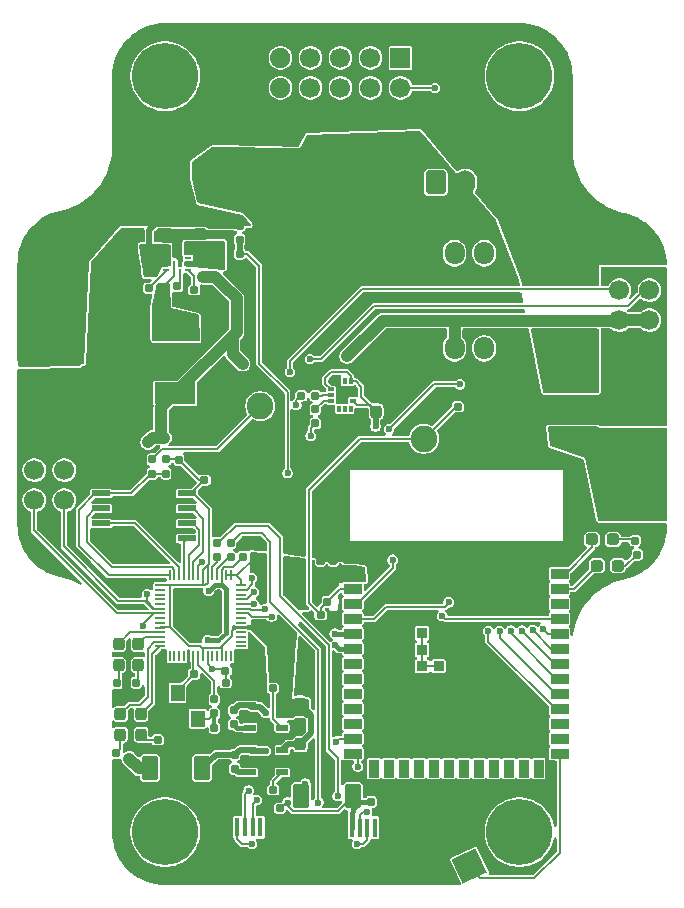
<source format=gbr>
%TF.GenerationSoftware,KiCad,Pcbnew,9.0.1*%
%TF.CreationDate,2025-04-26T03:22:33-04:00*%
%TF.ProjectId,MainBoardPCB,4d61696e-426f-4617-9264-5043422e6b69,rev?*%
%TF.SameCoordinates,Original*%
%TF.FileFunction,Copper,L1,Top*%
%TF.FilePolarity,Positive*%
%FSLAX46Y46*%
G04 Gerber Fmt 4.6, Leading zero omitted, Abs format (unit mm)*
G04 Created by KiCad (PCBNEW 9.0.1) date 2025-04-26 03:22:33*
%MOMM*%
%LPD*%
G01*
G04 APERTURE LIST*
G04 Aperture macros list*
%AMRoundRect*
0 Rectangle with rounded corners*
0 $1 Rounding radius*
0 $2 $3 $4 $5 $6 $7 $8 $9 X,Y pos of 4 corners*
0 Add a 4 corners polygon primitive as box body*
4,1,4,$2,$3,$4,$5,$6,$7,$8,$9,$2,$3,0*
0 Add four circle primitives for the rounded corners*
1,1,$1+$1,$2,$3*
1,1,$1+$1,$4,$5*
1,1,$1+$1,$6,$7*
1,1,$1+$1,$8,$9*
0 Add four rect primitives between the rounded corners*
20,1,$1+$1,$2,$3,$4,$5,0*
20,1,$1+$1,$4,$5,$6,$7,0*
20,1,$1+$1,$6,$7,$8,$9,0*
20,1,$1+$1,$8,$9,$2,$3,0*%
%AMRotRect*
0 Rectangle, with rotation*
0 The origin of the aperture is its center*
0 $1 length*
0 $2 width*
0 $3 Rotation angle, in degrees counterclockwise*
0 Add horizontal line*
21,1,$1,$2,0,0,$3*%
G04 Aperture macros list end*
%TA.AperFunction,SMDPad,CuDef*%
%ADD10RoundRect,0.160000X0.160000X-0.197500X0.160000X0.197500X-0.160000X0.197500X-0.160000X-0.197500X0*%
%TD*%
%TA.AperFunction,SMDPad,CuDef*%
%ADD11R,0.304800X0.533400*%
%TD*%
%TA.AperFunction,SMDPad,CuDef*%
%ADD12R,0.533400X0.304800*%
%TD*%
%TA.AperFunction,SMDPad,CuDef*%
%ADD13R,1.524000X0.533400*%
%TD*%
%TA.AperFunction,SMDPad,CuDef*%
%ADD14RoundRect,0.155000X-0.212500X-0.155000X0.212500X-0.155000X0.212500X0.155000X-0.212500X0.155000X0*%
%TD*%
%TA.AperFunction,SMDPad,CuDef*%
%ADD15RoundRect,0.155000X-0.155000X0.212500X-0.155000X-0.212500X0.155000X-0.212500X0.155000X0.212500X0*%
%TD*%
%TA.AperFunction,SMDPad,CuDef*%
%ADD16RoundRect,0.160000X-0.160000X0.197500X-0.160000X-0.197500X0.160000X-0.197500X0.160000X0.197500X0*%
%TD*%
%TA.AperFunction,ComponentPad*%
%ADD17RoundRect,0.760000X1.140000X1.140000X-1.140000X1.140000X-1.140000X-1.140000X1.140000X-1.140000X0*%
%TD*%
%TA.AperFunction,ComponentPad*%
%ADD18C,3.800000*%
%TD*%
%TA.AperFunction,SMDPad,CuDef*%
%ADD19RoundRect,0.237500X0.287500X0.237500X-0.287500X0.237500X-0.287500X-0.237500X0.287500X-0.237500X0*%
%TD*%
%TA.AperFunction,ComponentPad*%
%ADD20RotRect,2.250000X2.250000X205.000000*%
%TD*%
%TA.AperFunction,ComponentPad*%
%ADD21C,2.250000*%
%TD*%
%TA.AperFunction,ComponentPad*%
%ADD22R,1.700000X1.700000*%
%TD*%
%TA.AperFunction,ComponentPad*%
%ADD23C,1.700000*%
%TD*%
%TA.AperFunction,SMDPad,CuDef*%
%ADD24RoundRect,0.155000X0.155000X-0.212500X0.155000X0.212500X-0.155000X0.212500X-0.155000X-0.212500X0*%
%TD*%
%TA.AperFunction,SMDPad,CuDef*%
%ADD25R,1.200000X1.400000*%
%TD*%
%TA.AperFunction,SMDPad,CuDef*%
%ADD26RoundRect,0.250000X-0.450000X-0.800000X0.450000X-0.800000X0.450000X0.800000X-0.450000X0.800000X0*%
%TD*%
%TA.AperFunction,ComponentPad*%
%ADD27C,3.600000*%
%TD*%
%TA.AperFunction,ConnectorPad*%
%ADD28C,5.600000*%
%TD*%
%TA.AperFunction,SMDPad,CuDef*%
%ADD29RoundRect,0.237500X0.237500X-0.287500X0.237500X0.287500X-0.237500X0.287500X-0.237500X-0.287500X0*%
%TD*%
%TA.AperFunction,SMDPad,CuDef*%
%ADD30RoundRect,0.155000X0.212500X0.155000X-0.212500X0.155000X-0.212500X-0.155000X0.212500X-0.155000X0*%
%TD*%
%TA.AperFunction,SMDPad,CuDef*%
%ADD31RoundRect,0.237500X-0.300000X-0.237500X0.300000X-0.237500X0.300000X0.237500X-0.300000X0.237500X0*%
%TD*%
%TA.AperFunction,SMDPad,CuDef*%
%ADD32R,1.498600X0.812800*%
%TD*%
%TA.AperFunction,SMDPad,CuDef*%
%ADD33R,0.812800X1.498600*%
%TD*%
%TA.AperFunction,SMDPad,CuDef*%
%ADD34R,0.889000X0.889000*%
%TD*%
%TA.AperFunction,SMDPad,CuDef*%
%ADD35RoundRect,0.160000X0.197500X0.160000X-0.197500X0.160000X-0.197500X-0.160000X0.197500X-0.160000X0*%
%TD*%
%TA.AperFunction,ComponentPad*%
%ADD36R,2.250000X2.250000*%
%TD*%
%TA.AperFunction,SMDPad,CuDef*%
%ADD37R,3.400001X1.850000*%
%TD*%
%TA.AperFunction,ComponentPad*%
%ADD38RoundRect,0.250000X-0.600000X-0.725000X0.600000X-0.725000X0.600000X0.725000X-0.600000X0.725000X0*%
%TD*%
%TA.AperFunction,ComponentPad*%
%ADD39O,1.700000X1.950000*%
%TD*%
%TA.AperFunction,SMDPad,CuDef*%
%ADD40RoundRect,0.237500X0.237500X-0.300000X0.237500X0.300000X-0.237500X0.300000X-0.237500X-0.300000X0*%
%TD*%
%TA.AperFunction,SMDPad,CuDef*%
%ADD41RoundRect,0.160000X-0.197500X-0.160000X0.197500X-0.160000X0.197500X0.160000X-0.197500X0.160000X0*%
%TD*%
%TA.AperFunction,SMDPad,CuDef*%
%ADD42R,0.977900X0.508000*%
%TD*%
%TA.AperFunction,SMDPad,CuDef*%
%ADD43RoundRect,0.250000X0.450000X0.800000X-0.450000X0.800000X-0.450000X-0.800000X0.450000X-0.800000X0*%
%TD*%
%TA.AperFunction,SMDPad,CuDef*%
%ADD44R,0.400000X1.650000*%
%TD*%
%TA.AperFunction,SMDPad,CuDef*%
%ADD45R,1.825000X0.700000*%
%TD*%
%TA.AperFunction,SMDPad,CuDef*%
%ADD46R,2.000000X1.500000*%
%TD*%
%TA.AperFunction,SMDPad,CuDef*%
%ADD47R,1.350000X2.000000*%
%TD*%
%TA.AperFunction,HeatsinkPad*%
%ADD48O,1.350000X1.700000*%
%TD*%
%TA.AperFunction,HeatsinkPad*%
%ADD49O,1.100000X1.500000*%
%TD*%
%TA.AperFunction,SMDPad,CuDef*%
%ADD50R,1.430000X2.500000*%
%TD*%
%TA.AperFunction,SMDPad,CuDef*%
%ADD51RoundRect,0.237500X-0.237500X0.300000X-0.237500X-0.300000X0.237500X-0.300000X0.237500X0.300000X0*%
%TD*%
%TA.AperFunction,SMDPad,CuDef*%
%ADD52RoundRect,0.237500X0.300000X0.237500X-0.300000X0.237500X-0.300000X-0.237500X0.300000X-0.237500X0*%
%TD*%
%TA.AperFunction,SMDPad,CuDef*%
%ADD53R,0.549999X0.249999*%
%TD*%
%TA.AperFunction,SMDPad,CuDef*%
%ADD54R,0.249999X1.000000*%
%TD*%
%TA.AperFunction,SMDPad,CuDef*%
%ADD55R,0.249999X1.300000*%
%TD*%
%TA.AperFunction,SMDPad,CuDef*%
%ADD56R,0.249999X0.549999*%
%TD*%
%TA.AperFunction,SMDPad,CuDef*%
%ADD57RoundRect,0.050000X-0.387500X-0.050000X0.387500X-0.050000X0.387500X0.050000X-0.387500X0.050000X0*%
%TD*%
%TA.AperFunction,SMDPad,CuDef*%
%ADD58RoundRect,0.050000X-0.050000X-0.387500X0.050000X-0.387500X0.050000X0.387500X-0.050000X0.387500X0*%
%TD*%
%TA.AperFunction,HeatsinkPad*%
%ADD59C,0.500000*%
%TD*%
%TA.AperFunction,HeatsinkPad*%
%ADD60R,3.200000X3.200000*%
%TD*%
%TA.AperFunction,ComponentPad*%
%ADD61RoundRect,0.250000X-0.600000X-0.750000X0.600000X-0.750000X0.600000X0.750000X-0.600000X0.750000X0*%
%TD*%
%TA.AperFunction,ComponentPad*%
%ADD62O,1.700000X2.000000*%
%TD*%
%TA.AperFunction,ViaPad*%
%ADD63C,0.600000*%
%TD*%
%TA.AperFunction,Conductor*%
%ADD64C,0.200000*%
%TD*%
%TA.AperFunction,Conductor*%
%ADD65C,0.500000*%
%TD*%
%TA.AperFunction,Conductor*%
%ADD66C,0.150000*%
%TD*%
%TA.AperFunction,Conductor*%
%ADD67C,0.300000*%
%TD*%
%TA.AperFunction,Conductor*%
%ADD68C,0.400000*%
%TD*%
%TA.AperFunction,Conductor*%
%ADD69C,0.350000*%
%TD*%
%TA.AperFunction,Conductor*%
%ADD70C,1.500000*%
%TD*%
%TA.AperFunction,Conductor*%
%ADD71C,1.000000*%
%TD*%
G04 APERTURE END LIST*
D10*
%TO.P,R12,1*%
%TO.N,Net-(U4-EN)*%
X67260000Y-69495000D03*
%TO.P,R12,2*%
%TO.N,+3V3*%
X67260000Y-68300000D03*
%TD*%
D11*
%TO.P,U7,1,SDO/SA0*%
%TO.N,GND*%
X67749999Y-53181100D03*
%TO.P,U7,2,SDX*%
%TO.N,unconnected-(U7-SDX-Pad2)*%
X68250000Y-53181100D03*
%TO.P,U7,3,SCX*%
%TO.N,unconnected-(U7-SCX-Pad3)*%
X68750000Y-53181100D03*
%TO.P,U7,4,INT1*%
%TO.N,unconnected-(U7-INT1-Pad4)*%
X69250001Y-53181100D03*
D12*
%TO.P,U7,5,VDD_IO*%
%TO.N,+3V3*%
X69427100Y-52499999D03*
%TO.P,U7,6,GND*%
%TO.N,GND*%
X69427100Y-52000000D03*
%TO.P,U7,7,GND*%
X69427100Y-51500001D03*
D11*
%TO.P,U7,8,VDD*%
%TO.N,+3V3*%
X69250001Y-50818900D03*
%TO.P,U7,9,INT2*%
%TO.N,unconnected-(U7-INT2-Pad9)*%
X68750000Y-50818900D03*
%TO.P,U7,10,OCS_AUX*%
%TO.N,GND*%
X68250000Y-50818900D03*
%TO.P,U7,11,SDO_AUX*%
X67749999Y-50818900D03*
D12*
%TO.P,U7,12,CS*%
%TO.N,+3V3*%
X67572900Y-51500001D03*
%TO.P,U7,13,SCL*%
%TO.N,Net-(U7-SCL)*%
X67572900Y-52000000D03*
%TO.P,U7,14,SDA*%
%TO.N,Net-(U7-SDA)*%
X67572900Y-52499999D03*
%TD*%
D13*
%TO.P,U2,1,~{CS}*%
%TO.N,/QSPI_SS*%
X48110200Y-60330000D03*
%TO.P,U2,2,DO(IO1)*%
%TO.N,/QSPI_SD1*%
X48110200Y-61600000D03*
%TO.P,U2,3,IO2*%
%TO.N,/QSPI_SD2*%
X48110200Y-62870000D03*
%TO.P,U2,4,GND*%
%TO.N,GND*%
X48110200Y-64140000D03*
%TO.P,U2,5,DI(IO0)*%
%TO.N,/QSPI_SD0*%
X55400000Y-64140000D03*
%TO.P,U2,6,CLK*%
%TO.N,/QSPI_SCLK*%
X55400000Y-62870000D03*
%TO.P,U2,7,IO3*%
%TO.N,/QSPI_SD3*%
X55400000Y-61600000D03*
%TO.P,U2,8,VCC*%
%TO.N,+3V3*%
X55400000Y-60330000D03*
%TD*%
D14*
%TO.P,C19,1*%
%TO.N,Net-(U4-EN)*%
X66695000Y-70610000D03*
%TO.P,C19,2*%
%TO.N,GND*%
X67830000Y-70610000D03*
%TD*%
D15*
%TO.P,C20,1*%
%TO.N,GND*%
X66690000Y-66010000D03*
%TO.P,C20,2*%
%TO.N,+3V3*%
X66690000Y-67145000D03*
%TD*%
D10*
%TO.P,R15,1*%
%TO.N,GYROSDA*%
X66250008Y-54395000D03*
%TO.P,R15,2*%
%TO.N,Net-(U7-SDA)*%
X66250000Y-53200000D03*
%TD*%
D16*
%TO.P,R2,1*%
%TO.N,+3V3*%
X53600000Y-57450000D03*
%TO.P,R2,2*%
%TO.N,/QSPI_SS*%
X53600000Y-58645000D03*
%TD*%
D17*
%TO.P,J6,1,Pin_1*%
%TO.N,GND*%
X58300000Y-33700000D03*
D18*
%TO.P,J6,2,Pin_2*%
%TO.N,VAA*%
X53300000Y-33700000D03*
%TD*%
D14*
%TO.P,C9,1*%
%TO.N,+3V3*%
X63890000Y-75730000D03*
%TO.P,C9,2*%
%TO.N,GND*%
X65025000Y-75730000D03*
%TD*%
D16*
%TO.P,R7,1*%
%TO.N,Net-(D3-K)*%
X59345000Y-78690000D03*
%TO.P,R7,2*%
%TO.N,Net-(U6-EN)*%
X59345000Y-79885000D03*
%TD*%
D19*
%TO.P,D1,1,K*%
%TO.N,Net-(D1-K)*%
X91850000Y-66450000D03*
%TO.P,D1,2,A*%
%TO.N,LED2*%
X90100000Y-66450000D03*
%TD*%
D20*
%TO.P,BTSEL3,1,1*%
%TO.N,Net-(U4-IO0)*%
X79297019Y-91891000D03*
D21*
%TO.P,BTSEL3,2,2*%
%TO.N,GND*%
X76549999Y-86000000D03*
%TD*%
D14*
%TO.P,C15,1*%
%TO.N,+3V3*%
X63890000Y-73770000D03*
%TO.P,C15,2*%
%TO.N,GND*%
X65025000Y-73770000D03*
%TD*%
D22*
%TO.P,J4,1,Pin_1*%
%TO.N,VAA*%
X94540000Y-60890000D03*
D23*
%TO.P,J4,2,Pin_2*%
X92000000Y-60890000D03*
%TO.P,J4,3,Pin_3*%
X94540000Y-58350000D03*
%TO.P,J4,4,Pin_4*%
X92000000Y-58350000D03*
%TO.P,J4,5,Pin_5*%
X94540000Y-55810000D03*
%TO.P,J4,6,Pin_6*%
X92000000Y-55810000D03*
%TO.P,J4,7,Pin_7*%
%TO.N,GND*%
X94540000Y-53270000D03*
%TO.P,J4,8,Pin_8*%
X92000000Y-53270000D03*
%TO.P,J4,9,Pin_9*%
X94540000Y-50730000D03*
%TO.P,J4,10,Pin_10*%
X92000000Y-50730000D03*
%TO.P,J4,11,Pin_11*%
X94540000Y-48190000D03*
%TO.P,J4,12,Pin_12*%
X92000000Y-48190000D03*
%TO.P,J4,13,Pin_13*%
%TO.N,+5V*%
X94540000Y-45650000D03*
%TO.P,J4,14,Pin_14*%
X92000000Y-45650000D03*
%TO.P,J4,15,Pin_15*%
%TO.N,/GPIO5*%
X94540000Y-43110000D03*
%TO.P,J4,16,Pin_16*%
%TO.N,/GPIO4*%
X92000000Y-43110000D03*
%TD*%
D24*
%TO.P,C8,1*%
%TO.N,+1V1*%
X60160000Y-65690000D03*
%TO.P,C8,2*%
%TO.N,GND*%
X60160000Y-64555000D03*
%TD*%
D25*
%TO.P,Y1,1,1*%
%TO.N,/XIN*%
X54590000Y-77190000D03*
%TO.P,Y1,2,2*%
%TO.N,GND*%
X54590000Y-79390000D03*
%TO.P,Y1,3,3*%
%TO.N,Net-(C3-Pad1)*%
X56290000Y-79390000D03*
%TO.P,Y1,4,4*%
%TO.N,GND*%
X56290000Y-77190000D03*
%TD*%
D26*
%TO.P,D3,1,K*%
%TO.N,Net-(D3-K)*%
X65050000Y-85950000D03*
%TO.P,D3,2,A*%
%TO.N,VUSB*%
X69450000Y-85950000D03*
%TD*%
D27*
%TO.P,H1,1*%
%TO.N,N/C*%
X53535500Y-25000000D03*
D28*
X53535500Y-25000000D03*
%TD*%
D29*
%TO.P,D7,1,K*%
%TO.N,Net-(D7-K)*%
X49750000Y-80750000D03*
%TO.P,D7,2,A*%
%TO.N,LED5*%
X49750000Y-79000000D03*
%TD*%
%TO.P,D8,1,K*%
%TO.N,Net-(D8-K)*%
X51500000Y-80750000D03*
%TO.P,D8,2,A*%
%TO.N,LED6*%
X51500000Y-79000000D03*
%TD*%
D22*
%TO.P,J9,1,Pin_1*%
%TO.N,Net-(J9-Pin_1)*%
X73460000Y-23460000D03*
D23*
%TO.P,J9,2,Pin_2*%
%TO.N,Net-(J9-Pin_2)*%
X73460000Y-26000000D03*
%TO.P,J9,3,Pin_3*%
%TO.N,Net-(J9-Pin_3)*%
X70920000Y-23460000D03*
%TO.P,J9,4,Pin_4*%
%TO.N,Net-(J9-Pin_4)*%
X70920000Y-26000000D03*
%TO.P,J9,5,Pin_5*%
%TO.N,Net-(J9-Pin_5)*%
X68380000Y-23460000D03*
%TO.P,J9,6,Pin_6*%
%TO.N,Net-(J9-Pin_6)*%
X68380000Y-26000000D03*
%TO.P,J9,7,Pin_7*%
%TO.N,+5V*%
X65840000Y-23460000D03*
%TO.P,J9,8,Pin_8*%
%TO.N,+3V3*%
X65840000Y-26000000D03*
%TO.P,J9,9,Pin_9*%
%TO.N,GND*%
X63300000Y-23460000D03*
%TO.P,J9,10,Pin_10*%
X63300000Y-26000000D03*
%TD*%
D14*
%TO.P,C14,1*%
%TO.N,+3V3*%
X63900000Y-74700000D03*
%TO.P,C14,2*%
%TO.N,GND*%
X65035000Y-74700000D03*
%TD*%
D15*
%TO.P,C21,1*%
%TO.N,GND*%
X67770000Y-66030000D03*
%TO.P,C21,2*%
%TO.N,+3V3*%
X67770000Y-67165000D03*
%TD*%
D14*
%TO.P,C13,1*%
%TO.N,+3V3*%
X63880000Y-76820000D03*
%TO.P,C13,2*%
%TO.N,GND*%
X65015000Y-76820000D03*
%TD*%
D16*
%TO.P,R3,1*%
%TO.N,/USB_D+*%
X57950000Y-64500000D03*
%TO.P,R3,2*%
%TO.N,Net-(U3-USB_DP)*%
X57950000Y-65695000D03*
%TD*%
D30*
%TO.P,C4,1*%
%TO.N,Net-(U6-BP)*%
X62660000Y-76810000D03*
%TO.P,C4,2*%
%TO.N,GND*%
X61525000Y-76810000D03*
%TD*%
D14*
%TO.P,C28,1*%
%TO.N,Net-(U1-VCC)*%
X56010000Y-43100000D03*
%TO.P,C28,2*%
%TO.N,GND*%
X57145000Y-43100000D03*
%TD*%
D24*
%TO.P,C31,1*%
%TO.N,+5V*%
X57780000Y-42000000D03*
%TO.P,C31,2*%
%TO.N,Net-(U1-FB)*%
X57780000Y-40865000D03*
%TD*%
D31*
%TO.P,C32,1*%
%TO.N,+5V*%
X53200000Y-54150000D03*
%TO.P,C32,2*%
%TO.N,GND*%
X54925000Y-54150000D03*
%TD*%
D32*
%TO.P,U4,1,GND*%
%TO.N,GND*%
X69435000Y-65860000D03*
%TO.P,U4,2,3V3*%
%TO.N,+3V3*%
X69435000Y-67130000D03*
%TO.P,U4,3,EN*%
%TO.N,Net-(U4-EN)*%
X69435000Y-68400000D03*
%TO.P,U4,4,IO4*%
%TO.N,Servo1*%
X69435000Y-69670000D03*
%TO.P,U4,5,IO5*%
%TO.N,Servo2*%
X69435000Y-70940000D03*
%TO.P,U4,6,IO6*%
%TO.N,2040RX*%
X69435000Y-72210000D03*
%TO.P,U4,7,IO7*%
%TO.N,2040TX*%
X69435000Y-73480000D03*
%TO.P,U4,8,IO15*%
%TO.N,unconnected-(U4-IO15-Pad8)*%
X69435000Y-74750000D03*
%TO.P,U4,9,IO16*%
%TO.N,unconnected-(U4-IO16-Pad9)*%
X69435000Y-76020000D03*
%TO.P,U4,10,IO17*%
%TO.N,unconnected-(U4-IO17-Pad10)*%
X69435000Y-77290000D03*
%TO.P,U4,11,IO18*%
%TO.N,unconnected-(U4-IO18-Pad11)*%
X69435000Y-78560000D03*
%TO.P,U4,12,IO8*%
%TO.N,unconnected-(U4-IO8-Pad12)*%
X69435000Y-79830000D03*
%TO.P,U4,13,IO19*%
%TO.N,D-*%
X69435000Y-81100000D03*
%TO.P,U4,14,IO20*%
%TO.N,D+*%
X69435000Y-82370000D03*
D33*
%TO.P,U4,15,IO3*%
%TO.N,unconnected-(U4-IO3-Pad15)*%
X71200000Y-83620000D03*
%TO.P,U4,16,IO46*%
%TO.N,unconnected-(U4-IO46-Pad16)*%
X72470000Y-83620000D03*
%TO.P,U4,17,IO9*%
%TO.N,unconnected-(U4-IO9-Pad17)*%
X73740000Y-83620000D03*
%TO.P,U4,18,IO10*%
%TO.N,unconnected-(U4-IO10-Pad18)*%
X75010000Y-83620000D03*
%TO.P,U4,19,IO11*%
%TO.N,unconnected-(U4-IO11-Pad19)*%
X76280000Y-83620000D03*
%TO.P,U4,20,IO12*%
%TO.N,unconnected-(U4-IO12-Pad20)*%
X77550000Y-83620000D03*
%TO.P,U4,21,IO13*%
%TO.N,unconnected-(U4-IO13-Pad21)*%
X78820000Y-83620000D03*
%TO.P,U4,22,IO14*%
%TO.N,unconnected-(U4-IO14-Pad22)*%
X80090000Y-83620000D03*
%TO.P,U4,23,IO21*%
%TO.N,unconnected-(U4-IO21-Pad23)*%
X81360000Y-83620000D03*
%TO.P,U4,24,IO47*%
%TO.N,unconnected-(U4-IO47-Pad24)*%
X82630000Y-83620000D03*
%TO.P,U4,25,IO48*%
%TO.N,unconnected-(U4-IO48-Pad25)*%
X83900000Y-83620000D03*
%TO.P,U4,26,IO45*%
%TO.N,unconnected-(U4-IO45-Pad26)*%
X85170000Y-83620000D03*
D32*
%TO.P,U4,27,IO0*%
%TO.N,Net-(U4-IO0)*%
X86935000Y-82370000D03*
%TO.P,U4,28,IO35*%
%TO.N,unconnected-(U4-IO35-Pad28)*%
X86935000Y-81100000D03*
%TO.P,U4,29,IO36*%
%TO.N,unconnected-(U4-IO36-Pad29)*%
X86935000Y-79830000D03*
%TO.P,U4,30,IO37*%
%TO.N,Net-(J9-Pin_6)*%
X86935000Y-78560000D03*
%TO.P,U4,31,IO38*%
%TO.N,Net-(J9-Pin_5)*%
X86935000Y-77290000D03*
%TO.P,U4,32,IO39*%
%TO.N,Net-(J9-Pin_4)*%
X86935000Y-76020000D03*
%TO.P,U4,33,IO40*%
%TO.N,Net-(J9-Pin_3)*%
X86935000Y-74750000D03*
%TO.P,U4,34,IO41*%
%TO.N,Net-(J9-Pin_2)*%
X86935000Y-73480000D03*
%TO.P,U4,35,IO42*%
%TO.N,Net-(J9-Pin_1)*%
X86935000Y-72210000D03*
%TO.P,U4,36,RXD0*%
%TO.N,RX*%
X86935000Y-70940000D03*
%TO.P,U4,37,TXD0*%
%TO.N,unconnected-(U4-TXD0-Pad37)*%
X86935000Y-69670000D03*
%TO.P,U4,38,IO2*%
%TO.N,LED2*%
X86935000Y-68400000D03*
%TO.P,U4,39,IO1*%
%TO.N,LED1*%
X86935000Y-67130000D03*
%TO.P,U4,40,GND*%
%TO.N,GND*%
X86935000Y-65860000D03*
D34*
%TO.P,U4,41,GND*%
X76685000Y-73580000D03*
%TO.P,U4,42*%
%TO.N,N/C*%
X75285000Y-72180000D03*
%TO.P,U4,43*%
X75285000Y-73580000D03*
%TO.P,U4,44*%
X75285000Y-74980000D03*
%TO.P,U4,45*%
X76685000Y-74980000D03*
%TO.P,U4,46,GND*%
%TO.N,GND*%
X78085000Y-74980000D03*
%TO.P,U4,47,GND*%
X78085000Y-73580000D03*
%TO.P,U4,48,GND*%
X78085000Y-72180000D03*
%TO.P,U4,49,GND*%
X76685000Y-72180000D03*
%TD*%
D29*
%TO.P,D6,1,K*%
%TO.N,Net-(D6-K)*%
X51250000Y-74850000D03*
%TO.P,D6,2,A*%
%TO.N,LED4*%
X51250000Y-73100000D03*
%TD*%
D14*
%TO.P,C30,1*%
%TO.N,Net-(U1-BST)*%
X52175000Y-42960000D03*
%TO.P,C30,2*%
%TO.N,Net-(U1-SW)*%
X53310000Y-42960000D03*
%TD*%
D16*
%TO.P,R4,1*%
%TO.N,/USB_D-*%
X59100000Y-64515000D03*
%TO.P,R4,2*%
%TO.N,Net-(U3-USB_DM)*%
X59100000Y-65710000D03*
%TD*%
D35*
%TO.P,R20,1*%
%TO.N,GND*%
X54100000Y-81200000D03*
%TO.P,R20,2*%
%TO.N,Net-(D8-K)*%
X52905000Y-81200000D03*
%TD*%
D30*
%TO.P,C1,1*%
%TO.N,VUSB*%
X63250000Y-87000000D03*
%TO.P,C1,2*%
%TO.N,GND*%
X62115000Y-87000000D03*
%TD*%
D36*
%TO.P,BTSEL1,1,1*%
%TO.N,GND*%
X61600000Y-59450000D03*
D21*
%TO.P,BTSEL1,2,2*%
%TO.N,/~{USB_BOOT}*%
X61600000Y-52950000D03*
%TD*%
D37*
%TO.P,L1,1,1*%
%TO.N,Net-(U1-SW)*%
X54400000Y-46300000D03*
%TO.P,L1,2,2*%
%TO.N,+5V*%
X54400000Y-51850000D03*
%TD*%
D38*
%TO.P,J7,1,Pin_1*%
%TO.N,GND*%
X75550000Y-40000000D03*
D39*
%TO.P,J7,2,Pin_2*%
%TO.N,+5V*%
X78050000Y-40000000D03*
%TO.P,J7,3,Pin_3*%
%TO.N,Servo1*%
X80550000Y-40000000D03*
%TD*%
D35*
%TO.P,R11,1*%
%TO.N,GND*%
X94520000Y-64330000D03*
%TO.P,R11,2*%
%TO.N,Net-(D2-K)*%
X93325000Y-64330000D03*
%TD*%
D16*
%TO.P,R9,1*%
%TO.N,BATT_READ*%
X59850000Y-40050000D03*
%TO.P,R9,2*%
%TO.N,GND*%
X59850000Y-41245000D03*
%TD*%
D14*
%TO.P,C6,1*%
%TO.N,+1V1*%
X58650000Y-76350000D03*
%TO.P,C6,2*%
%TO.N,GND*%
X59785000Y-76350000D03*
%TD*%
%TO.P,C7,1*%
%TO.N,+1V1*%
X58645000Y-75350000D03*
%TO.P,C7,2*%
%TO.N,GND*%
X59780000Y-75350000D03*
%TD*%
D40*
%TO.P,C34,1*%
%TO.N,+3V3*%
X71400000Y-53400000D03*
%TO.P,C34,2*%
%TO.N,GND*%
X71400000Y-51675000D03*
%TD*%
D14*
%TO.P,C5,1*%
%TO.N,+3V3*%
X56865000Y-59200000D03*
%TO.P,C5,2*%
%TO.N,GND*%
X58000000Y-59200000D03*
%TD*%
D30*
%TO.P,C12,1*%
%TO.N,+3V3*%
X62660000Y-75780000D03*
%TO.P,C12,2*%
%TO.N,GND*%
X61525000Y-75780000D03*
%TD*%
D16*
%TO.P,R14,1*%
%TO.N,GND*%
X56690000Y-38360000D03*
%TO.P,R14,2*%
%TO.N,Net-(U1-FB)*%
X56690000Y-39555000D03*
%TD*%
D41*
%TO.P,R16,1*%
%TO.N,GYROSCL*%
X65055000Y-52050000D03*
%TO.P,R16,2*%
%TO.N,Net-(U7-SCL)*%
X66250000Y-52050000D03*
%TD*%
D42*
%TO.P,U6,1,IN*%
%TO.N,Net-(D3-K)*%
X60704500Y-78270000D03*
%TO.P,U6,2,GND*%
%TO.N,GND*%
X60704500Y-79220001D03*
%TO.P,U6,3,EN*%
%TO.N,Net-(U6-EN)*%
X60704500Y-80170002D03*
%TO.P,U6,4,BP*%
%TO.N,Net-(U6-BP)*%
X63435000Y-80170002D03*
%TO.P,U6,5,OUT*%
%TO.N,+3V3*%
X63435000Y-78270000D03*
%TD*%
D30*
%TO.P,C11,1*%
%TO.N,+3V3*%
X62680000Y-74730000D03*
%TO.P,C11,2*%
%TO.N,GND*%
X61545000Y-74730000D03*
%TD*%
D16*
%TO.P,R5,1*%
%TO.N,/XOUT*%
X57710001Y-77759999D03*
%TO.P,R5,2*%
%TO.N,Net-(C3-Pad1)*%
X57710001Y-78954999D03*
%TD*%
D30*
%TO.P,C26,1*%
%TO.N,VAA*%
X52300000Y-41570000D03*
%TO.P,C26,2*%
%TO.N,GND*%
X51165000Y-41570000D03*
%TD*%
%TO.P,C2,1*%
%TO.N,/XIN*%
X55980002Y-75640000D03*
%TO.P,C2,2*%
%TO.N,GND*%
X54845002Y-75640000D03*
%TD*%
D15*
%TO.P,C29,1*%
%TO.N,Net-(U1-SS)*%
X54560000Y-42795000D03*
%TO.P,C29,2*%
%TO.N,GND*%
X54560000Y-43930000D03*
%TD*%
D10*
%TO.P,R10,1*%
%TO.N,GND*%
X93500000Y-66697500D03*
%TO.P,R10,2*%
%TO.N,Net-(D1-K)*%
X93500000Y-65502500D03*
%TD*%
D43*
%TO.P,D4,1,K*%
%TO.N,Net-(D3-K)*%
X56677500Y-83580000D03*
%TO.P,D4,2,A*%
%TO.N,+5V*%
X52277500Y-83580000D03*
%TD*%
D24*
%TO.P,C25,1*%
%TO.N,VUSB*%
X71000000Y-86450000D03*
%TO.P,C25,2*%
%TO.N,GND*%
X71000000Y-85315000D03*
%TD*%
D29*
%TO.P,D5,1,K*%
%TO.N,Net-(D5-K)*%
X49600000Y-74850000D03*
%TO.P,D5,2,A*%
%TO.N,LED3*%
X49600000Y-73100000D03*
%TD*%
D15*
%TO.P,C3,1*%
%TO.N,Net-(C3-Pad1)*%
X57700000Y-80150000D03*
%TO.P,C3,2*%
%TO.N,GND*%
X57700000Y-81285000D03*
%TD*%
D27*
%TO.P,H2,1*%
%TO.N,N/C*%
X83535500Y-25000000D03*
D28*
X83535500Y-25000000D03*
%TD*%
D30*
%TO.P,C22,1*%
%TO.N,Net-(U5-BP)*%
X62700000Y-85440000D03*
%TO.P,C22,2*%
%TO.N,GND*%
X61565000Y-85440000D03*
%TD*%
D16*
%TO.P,R13,1*%
%TO.N,Net-(U1-FB)*%
X56670000Y-40805000D03*
%TO.P,R13,2*%
%TO.N,+5V*%
X56670000Y-42000000D03*
%TD*%
D44*
%TO.P,J2,1,VBUS*%
%TO.N,VUSB*%
X59660000Y-88590000D03*
%TO.P,J2,2,D-*%
%TO.N,D-*%
X60310000Y-88590000D03*
%TO.P,J2,3,D+*%
%TO.N,D+*%
X60960000Y-88590000D03*
%TO.P,J2,4,ID*%
%TO.N,unconnected-(J2-ID-Pad4)*%
X61610000Y-88590000D03*
%TO.P,J2,5,GND*%
%TO.N,GND*%
X62260000Y-88590000D03*
D45*
%TO.P,J2,6,Shield*%
X58010000Y-89790000D03*
D46*
X58110000Y-88490000D03*
D47*
X58230000Y-90540000D03*
D48*
X58230000Y-91470000D03*
D49*
X58540000Y-88470000D03*
D50*
X60000000Y-91740000D03*
X61920000Y-91740000D03*
D49*
X63380000Y-88470000D03*
D48*
X63690000Y-91470000D03*
D47*
X63710000Y-90540000D03*
D46*
X63860000Y-88470000D03*
D45*
X63960000Y-89790000D03*
%TD*%
D38*
%TO.P,J8,1,Pin_1*%
%TO.N,GND*%
X75550000Y-48050000D03*
D39*
%TO.P,J8,2,Pin_2*%
%TO.N,+5V*%
X78050000Y-48050000D03*
%TO.P,J8,3,Pin_3*%
%TO.N,Servo2*%
X80550000Y-48050000D03*
%TD*%
D36*
%TO.P,BTSEL2,1,1*%
%TO.N,GND*%
X81950000Y-55700000D03*
D21*
%TO.P,BTSEL2,2,2*%
%TO.N,Net-(U4-EN)*%
X75450000Y-55700000D03*
%TD*%
D10*
%TO.P,R19,1*%
%TO.N,GND*%
X49400000Y-83495000D03*
%TO.P,R19,2*%
%TO.N,Net-(D7-K)*%
X49400000Y-82300000D03*
%TD*%
%TO.P,R18,1*%
%TO.N,GND*%
X51100000Y-77545000D03*
%TO.P,R18,2*%
%TO.N,Net-(D6-K)*%
X51100000Y-76350000D03*
%TD*%
D30*
%TO.P,C18,1*%
%TO.N,GND*%
X79450000Y-53000000D03*
%TO.P,C18,2*%
%TO.N,Net-(U4-EN)*%
X78315000Y-53000000D03*
%TD*%
D42*
%TO.P,U5,1,IN*%
%TO.N,Net-(D3-K)*%
X60734500Y-82050000D03*
%TO.P,U5,2,GND*%
%TO.N,GND*%
X60734500Y-83000001D03*
%TO.P,U5,3,EN*%
%TO.N,Net-(U5-EN)*%
X60734500Y-83950002D03*
%TO.P,U5,4,BP*%
%TO.N,Net-(U5-BP)*%
X63465000Y-83950002D03*
%TO.P,U5,5,OUT*%
%TO.N,+3V3*%
X63465000Y-82050000D03*
%TD*%
D16*
%TO.P,R8,1*%
%TO.N,VAA*%
X59850000Y-37650000D03*
%TO.P,R8,2*%
%TO.N,BATT_READ*%
X59850000Y-38845000D03*
%TD*%
D51*
%TO.P,C24,1*%
%TO.N,+3V3*%
X64950000Y-78125000D03*
%TO.P,C24,2*%
%TO.N,GND*%
X64950000Y-79850000D03*
%TD*%
D52*
%TO.P,C27,1*%
%TO.N,VAA*%
X52200000Y-39950000D03*
%TO.P,C27,2*%
%TO.N,GND*%
X50475000Y-39950000D03*
%TD*%
D51*
%TO.P,C23,1*%
%TO.N,+3V3*%
X64975000Y-81575000D03*
%TO.P,C23,2*%
%TO.N,GND*%
X64975000Y-83300000D03*
%TD*%
D27*
%TO.P,H4,1*%
%TO.N,N/C*%
X53535500Y-89000000D03*
D28*
X53535500Y-89000000D03*
%TD*%
D10*
%TO.P,R1,1*%
%TO.N,/QSPI_SS*%
X52450000Y-58650000D03*
%TO.P,R1,2*%
%TO.N,/~{USB_BOOT}*%
X52450000Y-57455000D03*
%TD*%
D19*
%TO.P,D2,1,K*%
%TO.N,Net-(D2-K)*%
X91430000Y-64230000D03*
%TO.P,D2,2,A*%
%TO.N,LED1*%
X89680000Y-64230000D03*
%TD*%
D14*
%TO.P,C33,1*%
%TO.N,+5V*%
X53465000Y-55600000D03*
%TO.P,C33,2*%
%TO.N,GND*%
X54600000Y-55600000D03*
%TD*%
D24*
%TO.P,C10,1*%
%TO.N,+3V3*%
X61195000Y-65690000D03*
%TO.P,C10,2*%
%TO.N,GND*%
X61195000Y-64555000D03*
%TD*%
D27*
%TO.P,H3,1*%
%TO.N,N/C*%
X83535500Y-89000000D03*
D28*
X83535500Y-89000000D03*
%TD*%
D44*
%TO.P,J1,1,VBUS*%
%TO.N,VUSB*%
X69350000Y-88620000D03*
%TO.P,J1,2,D-*%
%TO.N,/USB_D-*%
X70000000Y-88620000D03*
%TO.P,J1,3,D+*%
%TO.N,/USB_D+*%
X70650000Y-88620000D03*
%TO.P,J1,4,ID*%
%TO.N,unconnected-(J1-ID-Pad4)*%
X71300000Y-88620000D03*
%TO.P,J1,5,GND*%
%TO.N,GND*%
X71950000Y-88620000D03*
D45*
%TO.P,J1,6,Shield*%
X67700000Y-89820000D03*
D46*
X67800000Y-88520000D03*
D47*
X67920000Y-90570000D03*
D48*
X67920000Y-91500000D03*
D49*
X68230000Y-88500000D03*
D50*
X69690000Y-91770000D03*
X71610000Y-91770000D03*
D49*
X73070000Y-88500000D03*
D48*
X73380000Y-91500000D03*
D47*
X73400000Y-90570000D03*
D46*
X73550000Y-88500000D03*
D45*
X73650000Y-89820000D03*
%TD*%
D10*
%TO.P,R17,1*%
%TO.N,GND*%
X49450000Y-77595000D03*
%TO.P,R17,2*%
%TO.N,Net-(D5-K)*%
X49450000Y-76400000D03*
%TD*%
D53*
%TO.P,U1,1,VCC*%
%TO.N,Net-(U1-VCC)*%
X55484997Y-41405002D03*
%TO.P,U1,2,FB*%
%TO.N,Net-(U1-FB)*%
X55484997Y-40905003D03*
%TO.P,U1,3,EN*%
%TO.N,unconnected-(U1-EN-Pad3)*%
X55484997Y-40405001D03*
D54*
%TO.P,U1,4,PGND*%
%TO.N,GND*%
X54810000Y-40455001D03*
D53*
%TO.P,U1,5,VIN*%
%TO.N,VAA*%
X53634998Y-40405001D03*
%TO.P,U1,6,VIN*%
X53634998Y-40905003D03*
%TO.P,U1,7,BST*%
%TO.N,Net-(U1-BST)*%
X53634998Y-41405002D03*
D55*
%TO.P,U1,8,SW*%
%TO.N,Net-(U1-SW)*%
X54310000Y-41204999D03*
D56*
%TO.P,U1,9,SS*%
%TO.N,Net-(U1-SS)*%
X54810000Y-41580000D03*
%TD*%
D22*
%TO.P,J3,1,Pin_1*%
%TO.N,VAA*%
X42460000Y-43110000D03*
D23*
%TO.P,J3,2,Pin_2*%
X45000000Y-43110000D03*
%TO.P,J3,3,Pin_3*%
X42460000Y-45650000D03*
%TO.P,J3,4,Pin_4*%
X45000000Y-45650000D03*
%TO.P,J3,5,Pin_5*%
X42460000Y-48190000D03*
%TO.P,J3,6,Pin_6*%
X45000000Y-48190000D03*
%TO.P,J3,7,Pin_7*%
%TO.N,GND*%
X42460000Y-50730000D03*
%TO.P,J3,8,Pin_8*%
X45000000Y-50730000D03*
%TO.P,J3,9,Pin_9*%
X42460000Y-53270000D03*
%TO.P,J3,10,Pin_10*%
X45000000Y-53270000D03*
%TO.P,J3,11,Pin_11*%
X42460000Y-55810000D03*
%TO.P,J3,12,Pin_12*%
X45000000Y-55810000D03*
%TO.P,J3,13,Pin_13*%
%TO.N,+5V*%
X42460000Y-58350000D03*
%TO.P,J3,14,Pin_14*%
X45000000Y-58350000D03*
%TO.P,J3,15,Pin_15*%
%TO.N,/GPIO5*%
X42460000Y-60890000D03*
%TO.P,J3,16,Pin_16*%
%TO.N,/GPIO4*%
X45000000Y-60890000D03*
%TD*%
D57*
%TO.P,U3,1,IOVDD*%
%TO.N,+3V3*%
X53087500Y-68087500D03*
%TO.P,U3,2,GPIO0*%
%TO.N,/GPIO0*%
X53087500Y-68487500D03*
%TO.P,U3,3,GPIO1*%
%TO.N,/GPIO1*%
X53087500Y-68887500D03*
%TO.P,U3,4,GPIO2*%
%TO.N,/GPIO2*%
X53087500Y-69287500D03*
%TO.P,U3,5,GPIO3*%
%TO.N,/GPIO3*%
X53087500Y-69687500D03*
%TO.P,U3,6,GPIO4*%
%TO.N,/GPIO4*%
X53087500Y-70087500D03*
%TO.P,U3,7,GPIO5*%
%TO.N,/GPIO5*%
X53087500Y-70487500D03*
%TO.P,U3,8,GPIO6*%
%TO.N,/GPIO6*%
X53087500Y-70887500D03*
%TO.P,U3,9,GPIO7*%
%TO.N,/GPIO7*%
X53087500Y-71287500D03*
%TO.P,U3,10,IOVDD*%
%TO.N,+3V3*%
X53087500Y-71687500D03*
%TO.P,U3,11,GPIO8*%
%TO.N,LED3*%
X53087500Y-72087500D03*
%TO.P,U3,12,GPIO9*%
%TO.N,LED4*%
X53087500Y-72487500D03*
%TO.P,U3,13,GPIO10*%
%TO.N,LED5*%
X53087500Y-72887500D03*
%TO.P,U3,14,GPIO11*%
%TO.N,LED6*%
X53087500Y-73287500D03*
D58*
%TO.P,U3,15,GPIO12*%
%TO.N,/GPIO12*%
X53925000Y-74125000D03*
%TO.P,U3,16,GPIO13*%
%TO.N,/GPIO13*%
X54325000Y-74125000D03*
%TO.P,U3,17,GPIO14*%
%TO.N,/GPIO14*%
X54725000Y-74125000D03*
%TO.P,U3,18,GPIO15*%
%TO.N,/GPIO15*%
X55125000Y-74125000D03*
%TO.P,U3,19,TESTEN*%
%TO.N,GND*%
X55525000Y-74125000D03*
%TO.P,U3,20,XIN*%
%TO.N,/XIN*%
X55925000Y-74125000D03*
%TO.P,U3,21,XOUT*%
%TO.N,/XOUT*%
X56325000Y-74125000D03*
%TO.P,U3,22,IOVDD*%
%TO.N,+3V3*%
X56725000Y-74125000D03*
%TO.P,U3,23,DVDD*%
%TO.N,+1V1*%
X57125000Y-74125000D03*
%TO.P,U3,24,SWCLK*%
%TO.N,/SWCLK*%
X57525000Y-74125000D03*
%TO.P,U3,25,SWD*%
%TO.N,/SWD*%
X57925000Y-74125000D03*
%TO.P,U3,26,RUN*%
%TO.N,+3V3*%
X58325000Y-74125000D03*
%TO.P,U3,27,GPIO16*%
%TO.N,/GPIO16*%
X58725000Y-74125000D03*
%TO.P,U3,28,GPIO17*%
%TO.N,/GPIO17*%
X59125000Y-74125000D03*
D57*
%TO.P,U3,29,GPIO18*%
%TO.N,/GPIO18*%
X59962500Y-73287500D03*
%TO.P,U3,30,GPIO19*%
%TO.N,/GPIO19*%
X59962500Y-72887500D03*
%TO.P,U3,31,GPIO20*%
%TO.N,/GPIO20*%
X59962500Y-72487500D03*
%TO.P,U3,32,GPIO21*%
%TO.N,/GPIO21*%
X59962500Y-72087500D03*
%TO.P,U3,33,IOVDD*%
%TO.N,+3V3*%
X59962500Y-71687500D03*
%TO.P,U3,34,GPIO22*%
%TO.N,/GPIO22*%
X59962500Y-71287500D03*
%TO.P,U3,35,GPIO23*%
%TO.N,/GPIO23*%
X59962500Y-70887500D03*
%TO.P,U3,36,GPIO24*%
%TO.N,2040TX*%
X59962500Y-70487500D03*
%TO.P,U3,37,GPIO25*%
%TO.N,2040RX*%
X59962500Y-70087500D03*
%TO.P,U3,38,GPIO26_ADC0*%
%TO.N,GYROSDA*%
X59962500Y-69687500D03*
%TO.P,U3,39,GPIO27_ADC1*%
%TO.N,GYROSCL*%
X59962500Y-69287500D03*
%TO.P,U3,40,GPIO28_ADC2*%
%TO.N,/GPIO28_ADC2*%
X59962500Y-68887500D03*
%TO.P,U3,41,GPIO29_ADC3*%
%TO.N,BATT_READ*%
X59962500Y-68487500D03*
%TO.P,U3,42,IOVDD*%
%TO.N,+3V3*%
X59962500Y-68087500D03*
D58*
%TO.P,U3,43,ADC_AVDD*%
X59125000Y-67250000D03*
%TO.P,U3,44,VREG_IN*%
X58725000Y-67250000D03*
%TO.P,U3,45,VREG_VOUT*%
%TO.N,+1V1*%
X58325000Y-67250000D03*
%TO.P,U3,46,USB_DM*%
%TO.N,Net-(U3-USB_DM)*%
X57925000Y-67250000D03*
%TO.P,U3,47,USB_DP*%
%TO.N,Net-(U3-USB_DP)*%
X57525000Y-67250000D03*
%TO.P,U3,48,USB_VDD*%
%TO.N,+3V3*%
X57125000Y-67250000D03*
%TO.P,U3,49,IOVDD*%
X56725000Y-67250000D03*
%TO.P,U3,50,DVDD*%
%TO.N,+1V1*%
X56325000Y-67250000D03*
%TO.P,U3,51,QSPI_SD3*%
%TO.N,/QSPI_SD3*%
X55925000Y-67250000D03*
%TO.P,U3,52,QSPI_SCLK*%
%TO.N,/QSPI_SCLK*%
X55525000Y-67250000D03*
%TO.P,U3,53,QSPI_SD0*%
%TO.N,/QSPI_SD0*%
X55125000Y-67250000D03*
%TO.P,U3,54,QSPI_SD2*%
%TO.N,/QSPI_SD2*%
X54725000Y-67250000D03*
%TO.P,U3,55,QSPI_SD1*%
%TO.N,/QSPI_SD1*%
X54325000Y-67250000D03*
%TO.P,U3,56,QSPI_SS*%
%TO.N,/QSPI_SS*%
X53925000Y-67250000D03*
D59*
%TO.P,U3,57,GND*%
%TO.N,GND*%
X55175000Y-69337500D03*
X55175000Y-72037500D03*
D60*
X56525000Y-70687500D03*
D59*
X57875000Y-69337500D03*
X57875000Y-72037500D03*
%TD*%
D30*
%TO.P,C16,1*%
%TO.N,+3V3*%
X62715000Y-73710000D03*
%TO.P,C16,2*%
%TO.N,GND*%
X61580000Y-73710000D03*
%TD*%
D16*
%TO.P,R6,1*%
%TO.N,Net-(D3-K)*%
X59435000Y-82455000D03*
%TO.P,R6,2*%
%TO.N,Net-(U5-EN)*%
X59435000Y-83650000D03*
%TD*%
D15*
%TO.P,C17,1*%
%TO.N,+3V3*%
X54700000Y-57465000D03*
%TO.P,C17,2*%
%TO.N,GND*%
X54700000Y-58600000D03*
%TD*%
D61*
%TO.P,J5,1,Pin_1*%
%TO.N,RX*%
X76450000Y-34000000D03*
D62*
%TO.P,J5,2,Pin_2*%
%TO.N,GND*%
X78950000Y-34000000D03*
%TD*%
D63*
%TO.N,GND*%
X60100000Y-62100000D03*
X65800000Y-73900000D03*
X71650000Y-75850000D03*
X46250000Y-54600000D03*
X67950000Y-74900000D03*
X53000000Y-77700000D03*
X93350000Y-52100000D03*
X48400000Y-52350000D03*
X73950000Y-73850000D03*
X74050000Y-86900000D03*
X48400000Y-47850000D03*
X67500000Y-55650000D03*
X81750000Y-52200000D03*
X53000000Y-76450000D03*
X66150000Y-50200000D03*
X49400000Y-64350000D03*
X76050000Y-76300000D03*
X65850000Y-89600000D03*
X49300000Y-65650000D03*
X49300000Y-63550000D03*
X76800000Y-52300000D03*
X66550000Y-57300000D03*
X67950000Y-79900000D03*
X53550000Y-62600000D03*
X62400000Y-62100000D03*
X78450000Y-68750000D03*
X61850000Y-64700000D03*
X75500000Y-53200000D03*
X79400000Y-74400000D03*
X65900000Y-88300000D03*
X68800000Y-54650000D03*
X46500000Y-50250000D03*
X55250000Y-80750000D03*
X67950000Y-77550000D03*
X53700000Y-75200000D03*
X74350000Y-54300000D03*
X68500000Y-51850000D03*
X75100000Y-66250000D03*
X43750000Y-59800000D03*
X61850000Y-83050000D03*
X71800000Y-90100000D03*
X73150000Y-86300000D03*
X77050000Y-76100000D03*
X93600000Y-44500000D03*
X81600000Y-78700000D03*
X48600000Y-43850000D03*
X72100000Y-85500000D03*
X52600000Y-60850000D03*
X43700000Y-57000000D03*
X43650000Y-50200000D03*
X55950000Y-68650000D03*
X69800000Y-65050000D03*
X56200000Y-55350000D03*
X56150000Y-80800000D03*
X74050000Y-86000000D03*
X65800000Y-92200000D03*
X81900000Y-82050000D03*
X59700000Y-84800000D03*
X73350000Y-87100000D03*
X72150000Y-47550000D03*
X58800000Y-77450000D03*
X72750000Y-68850000D03*
X68050000Y-61800000D03*
X84200000Y-50600000D03*
X71600000Y-72950000D03*
X58650000Y-62550000D03*
X67950000Y-74100000D03*
X68000000Y-76600000D03*
X67650000Y-49500000D03*
X81400000Y-75100000D03*
X65800000Y-74900000D03*
X67350000Y-36550000D03*
X76950000Y-82150000D03*
X68400000Y-62500000D03*
X43800000Y-52000000D03*
X43800000Y-63150000D03*
X71500000Y-64800000D03*
X73350000Y-85450000D03*
X58550000Y-80950000D03*
X46400000Y-59700000D03*
X65800000Y-75800000D03*
X84100000Y-48850000D03*
X93200000Y-49450000D03*
X48050000Y-55550000D03*
X55400000Y-59200000D03*
X79400000Y-73000000D03*
X65950000Y-90650000D03*
X52950000Y-80050000D03*
X53000000Y-65900000D03*
X66900000Y-71600000D03*
X60000000Y-81150000D03*
X68050000Y-64000000D03*
X78100000Y-76200000D03*
X73950000Y-75200000D03*
X53450000Y-60000000D03*
X67950000Y-75700000D03*
X84200000Y-52500000D03*
X58150000Y-83500000D03*
X57050000Y-54000000D03*
X67950000Y-78650000D03*
X68200000Y-60000000D03*
X73700000Y-82000000D03*
X93200000Y-46950000D03*
X70500000Y-49700000D03*
X67300000Y-83200000D03*
X52900000Y-78850000D03*
X43650000Y-54450000D03*
X72050000Y-86700000D03*
X54600000Y-68900000D03*
X74350000Y-51700000D03*
X62050000Y-83950000D03*
X46200000Y-51950000D03*
X60100000Y-77300000D03*
X71800000Y-81050000D03*
X55850000Y-72700000D03*
X73950000Y-73050000D03*
X74500000Y-75900000D03*
X80700000Y-51350000D03*
X54500000Y-70700000D03*
X65800000Y-76900000D03*
%TO.N,+3V3*%
X63300000Y-72500000D03*
X64250000Y-68850000D03*
X71350000Y-54650000D03*
X64200000Y-67700000D03*
X62650000Y-72000000D03*
X63600000Y-78950000D03*
X65100000Y-66950000D03*
X66250000Y-69000000D03*
X63700000Y-77550000D03*
X61150000Y-66450000D03*
%TO.N,+1V1*%
X57227500Y-68577500D03*
X57527500Y-75177500D03*
X57127470Y-72777500D03*
X56700000Y-66100000D03*
%TO.N,/GPIO5*%
X51700000Y-71550000D03*
X65800000Y-48950000D03*
%TO.N,/GPIO4*%
X64100000Y-50050000D03*
X52000000Y-68850000D03*
%TO.N,/USB_D+*%
X68150000Y-85950000D03*
X69800000Y-90000000D03*
%TO.N,/USB_D-*%
X66500000Y-86500000D03*
X70600000Y-87300000D03*
%TO.N,VUSB*%
X63900000Y-86499999D03*
X60880000Y-90000000D03*
%TO.N,VAA*%
X45900000Y-40450000D03*
X45800000Y-46750000D03*
X89525000Y-55575000D03*
X45650000Y-44500000D03*
X43700000Y-47600000D03*
X93400000Y-61300000D03*
X59100000Y-21200000D03*
X41450000Y-44600000D03*
X43750000Y-48700000D03*
X95700000Y-55100000D03*
X55450000Y-21200000D03*
X85550000Y-22050000D03*
X82150000Y-21450000D03*
X53550000Y-29450000D03*
X43700000Y-38050000D03*
X50550000Y-29850000D03*
X48000000Y-38650000D03*
X86600000Y-28000000D03*
X92850000Y-59300000D03*
X89300000Y-47900000D03*
X73850000Y-21300000D03*
X89300000Y-41550000D03*
X91950000Y-39600000D03*
X43850000Y-44400000D03*
X66950000Y-21300000D03*
X90900000Y-59600000D03*
X89950000Y-59000000D03*
X41700000Y-40350000D03*
X95500000Y-57050000D03*
X43800000Y-46250000D03*
X86400000Y-33200000D03*
X87600000Y-35600000D03*
X89300000Y-51150000D03*
X41650000Y-46950000D03*
X86000000Y-30100000D03*
X93000000Y-56950000D03*
%TO.N,+5V*%
X68950000Y-48700000D03*
X50500000Y-82800000D03*
X52100000Y-56000000D03*
X60100000Y-49350000D03*
%TO.N,Net-(D3-K)*%
X62050000Y-82150000D03*
X65400000Y-84900000D03*
X62050000Y-78900000D03*
%TO.N,D+*%
X69850000Y-83450000D03*
X61300000Y-86300000D03*
%TO.N,D-*%
X60600000Y-85500000D03*
X68000000Y-81350000D03*
%TO.N,GYROSCL*%
X64650000Y-52850000D03*
X61032282Y-68682282D03*
%TO.N,GYROSDA*%
X61062500Y-69687500D03*
X65850000Y-55450000D03*
%TO.N,Net-(J9-Pin_1)*%
X85550000Y-71800000D03*
%TO.N,Net-(J9-Pin_3)*%
X83750000Y-71950000D03*
%TO.N,BATT_READ*%
X63900000Y-58600000D03*
X60900000Y-67500000D03*
%TO.N,RX*%
X77000000Y-70700000D03*
%TO.N,Servo2*%
X77550000Y-69550000D03*
%TO.N,Servo1*%
X72800000Y-65950000D03*
X72500000Y-54900000D03*
X78500000Y-51100000D03*
%TO.N,Net-(J9-Pin_2)*%
X84650000Y-71900000D03*
X76400000Y-26000000D03*
%TO.N,Net-(J9-Pin_5)*%
X81850000Y-72000000D03*
%TO.N,Net-(J9-Pin_4)*%
X82800000Y-71950000D03*
%TO.N,Net-(J9-Pin_6)*%
X80900000Y-72000000D03*
%TO.N,2040RX*%
X62000000Y-70100000D03*
X67900000Y-72200000D03*
%TO.N,2040TX*%
X67950000Y-73200000D03*
X62550000Y-70750000D03*
%TD*%
D64*
%TO.N,*%
X75285000Y-72180000D02*
X75285000Y-73580000D01*
X76685000Y-74980000D02*
X75285000Y-74980000D01*
X75285000Y-73580000D02*
X75285000Y-74980000D01*
D65*
%TO.N,GND*%
X61545000Y-74730000D02*
X61545000Y-73745000D01*
D64*
X66710000Y-66030000D02*
X66690000Y-66010000D01*
D65*
X60210000Y-75780000D02*
X59780000Y-75350000D01*
D64*
X55525000Y-74960002D02*
X55525000Y-74125000D01*
D65*
X65035000Y-74700000D02*
X65035000Y-73780000D01*
D64*
X79450000Y-53200000D02*
X81950000Y-55700000D01*
X54845002Y-75640000D02*
X55525000Y-74960002D01*
X67940000Y-65860000D02*
X67770000Y-66030000D01*
D65*
X60355000Y-75780000D02*
X59785000Y-76350000D01*
D64*
X67770000Y-66030000D02*
X66710000Y-66030000D01*
D65*
X65035000Y-73780000D02*
X65025000Y-73770000D01*
D66*
X55527500Y-74827720D02*
X55527500Y-74115000D01*
D65*
X61525000Y-76810000D02*
X61525000Y-75780000D01*
D64*
X69435000Y-65860000D02*
X67940000Y-65860000D01*
D65*
X65015000Y-75740000D02*
X65025000Y-75730000D01*
X61545000Y-73745000D02*
X61580000Y-73710000D01*
X61525000Y-75780000D02*
X61525000Y-74750000D01*
X61525000Y-75780000D02*
X60355000Y-75780000D01*
X65015000Y-76820000D02*
X65015000Y-75740000D01*
X61525000Y-75780000D02*
X60210000Y-75780000D01*
D64*
X79450000Y-53000000D02*
X79450000Y-53200000D01*
D65*
X65025000Y-74710000D02*
X65035000Y-74700000D01*
X65025000Y-75730000D02*
X65025000Y-74710000D01*
X61525000Y-74750000D02*
X61545000Y-74730000D01*
D64*
%TO.N,/~{USB_BOOT}*%
X57950000Y-56600000D02*
X61600000Y-52950000D01*
X52450000Y-57455000D02*
X53305000Y-56600000D01*
X53305000Y-56600000D02*
X57950000Y-56600000D01*
%TO.N,Net-(U4-EN)*%
X70050000Y-55700000D02*
X75450000Y-55700000D01*
X75450000Y-55700000D02*
X78150000Y-53000000D01*
X65699000Y-69614000D02*
X65699000Y-60051000D01*
X66695000Y-70610000D02*
X65699000Y-69614000D01*
X66695000Y-70610000D02*
X66695000Y-70060000D01*
X78150000Y-53000000D02*
X78315000Y-53000000D01*
X68355000Y-68400000D02*
X69435000Y-68400000D01*
X67260000Y-69495000D02*
X68355000Y-68400000D01*
X66695000Y-70060000D02*
X67260000Y-69495000D01*
X65699000Y-60051000D02*
X70050000Y-55700000D01*
D66*
%TO.N,/XIN*%
X55930000Y-75589998D02*
X55980002Y-75640000D01*
D64*
X54590000Y-77030002D02*
X55980002Y-75640000D01*
X54590000Y-77190000D02*
X54590000Y-77030002D01*
D66*
X55927500Y-74115000D02*
X55930000Y-74117500D01*
X55930000Y-74117500D02*
X55930000Y-75589998D01*
D64*
%TO.N,Net-(C3-Pad1)*%
X57700000Y-78965000D02*
X57710001Y-78954999D01*
D67*
X57700000Y-80150000D02*
X57700000Y-78965000D01*
D64*
X57275000Y-79390000D02*
X57700000Y-78965000D01*
X56290000Y-79390000D02*
X57275000Y-79390000D01*
D65*
%TO.N,+3V3*%
X71350000Y-53450000D02*
X71400000Y-53400000D01*
D64*
X71400000Y-53124701D02*
X71400000Y-53400000D01*
X68947801Y-50050000D02*
X69250001Y-50352200D01*
X70850000Y-52850000D02*
X69754201Y-52850000D01*
X59501850Y-71677500D02*
X59965000Y-71677500D01*
X54685000Y-57450000D02*
X54700000Y-57465000D01*
X67106200Y-50541599D02*
X67597799Y-50050000D01*
X69250001Y-50352200D02*
X69250001Y-50818900D01*
X71400000Y-53400000D02*
X70150000Y-52150000D01*
D66*
X58327500Y-73277500D02*
X58477500Y-73127500D01*
D64*
X56777500Y-73427500D02*
X58177500Y-73427500D01*
X53090000Y-71677500D02*
X53937500Y-71677500D01*
D65*
X63940000Y-81575000D02*
X63465000Y-82050000D01*
D64*
X58725000Y-67250000D02*
X59125000Y-67250000D01*
X55735000Y-60330000D02*
X56865000Y-59200000D01*
X71400000Y-53400000D02*
X70850000Y-52850000D01*
X69754201Y-52850000D02*
X69754201Y-52827100D01*
X67572900Y-51500001D02*
X67106200Y-51033301D01*
X67597799Y-50050000D02*
X68947801Y-50050000D01*
X59125000Y-67250000D02*
X59550000Y-67250000D01*
X55895300Y-60330000D02*
X57251000Y-61685700D01*
X56727500Y-67240000D02*
X56727500Y-68077500D01*
X57125000Y-67250000D02*
X57125000Y-66454232D01*
X53937500Y-68077500D02*
X53090000Y-68077500D01*
X56727500Y-68077500D02*
X56727500Y-67677500D01*
X56527500Y-73277500D02*
X55537500Y-73277500D01*
X56727500Y-73477500D02*
X56527500Y-73277500D01*
X70150000Y-52150000D02*
X70150000Y-51301801D01*
X56727500Y-73477500D02*
X56777500Y-73427500D01*
X57127500Y-67877500D02*
X56927500Y-68077500D01*
D66*
X58327500Y-74115000D02*
X58327500Y-73277500D01*
D64*
X56725000Y-66854232D02*
X56725000Y-67250000D01*
X56865000Y-59200000D02*
X56435000Y-59200000D01*
X57127500Y-67240000D02*
X57127500Y-67877500D01*
X56550000Y-68077500D02*
X53937500Y-68077500D01*
D65*
X64975000Y-81575000D02*
X65900000Y-80650000D01*
D64*
X59635000Y-67250000D02*
X59125000Y-67250000D01*
X53600000Y-57450000D02*
X54685000Y-57450000D01*
X55400000Y-60330000D02*
X55735000Y-60330000D01*
X59200000Y-72405000D02*
X59200000Y-71979350D01*
X69667099Y-50818900D02*
X69250001Y-50818900D01*
X56927500Y-68077500D02*
X56550000Y-68077500D01*
X53937500Y-71677500D02*
X53937500Y-68077500D01*
X56727500Y-68077500D02*
X56550000Y-68077500D01*
D65*
X71350000Y-54650000D02*
X71350000Y-53450000D01*
D64*
X67106200Y-51033301D02*
X67106200Y-50541599D01*
X61195000Y-65690000D02*
X59635000Y-67250000D01*
X59962500Y-67662500D02*
X59962500Y-68087500D01*
X57125000Y-66454232D02*
X57251000Y-66328232D01*
X59550000Y-67250000D02*
X59962500Y-67662500D01*
D65*
X65900000Y-79100000D02*
X65275000Y-78475000D01*
D64*
X59200000Y-71979350D02*
X59501850Y-71677500D01*
X56727500Y-74115000D02*
X56727500Y-73477500D01*
X69754201Y-52827100D02*
X69427100Y-52499999D01*
X58177500Y-73427500D02*
X58477500Y-73127500D01*
X58477500Y-73127500D02*
X59200000Y-72405000D01*
X57251000Y-61685700D02*
X57251000Y-66328232D01*
X55400000Y-60330000D02*
X55895300Y-60330000D01*
X63480000Y-82065000D02*
X63465000Y-82050000D01*
X55537500Y-73277500D02*
X53937500Y-71677500D01*
X57251000Y-66328232D02*
X56725000Y-66854232D01*
D65*
X65275000Y-78475000D02*
X64995000Y-78475000D01*
X64975000Y-81575000D02*
X63940000Y-81575000D01*
D64*
X70150000Y-51301801D02*
X69667099Y-50818900D01*
X56435000Y-59200000D02*
X54700000Y-57465000D01*
D65*
X65900000Y-80650000D02*
X65900000Y-79100000D01*
D68*
%TO.N,+1V1*%
X58697500Y-68447500D02*
X58327500Y-68077500D01*
D64*
X57527500Y-75177500D02*
X58472500Y-75177500D01*
X58650000Y-76350000D02*
X58650000Y-75355000D01*
X56327500Y-67240000D02*
X56327500Y-66472500D01*
D68*
X57227500Y-68577500D02*
X57727500Y-68077500D01*
D64*
X58900000Y-66550000D02*
X58888500Y-66561500D01*
X60160000Y-65690000D02*
X59300000Y-66550000D01*
X57127500Y-74777500D02*
X57127500Y-74115000D01*
X58327500Y-67240000D02*
X58327500Y-68077500D01*
X58811500Y-66561500D02*
X58800000Y-66550000D01*
D69*
X58042112Y-72777500D02*
X58122500Y-72777500D01*
X58122500Y-72777500D02*
X58697500Y-72202500D01*
X58697500Y-72202500D02*
X58697500Y-72122112D01*
D68*
X57727500Y-68077500D02*
X58327500Y-68077500D01*
X57127470Y-72777500D02*
X58042112Y-72777500D01*
D64*
X59300000Y-66550000D02*
X58900000Y-66550000D01*
X58560436Y-66550000D02*
X58325000Y-66785436D01*
X58325000Y-66785436D02*
X58325000Y-67250000D01*
X58472500Y-75177500D02*
X58645000Y-75350000D01*
X58650000Y-75355000D02*
X58645000Y-75350000D01*
X58800000Y-66550000D02*
X58560436Y-66550000D01*
X56327500Y-66472500D02*
X56700000Y-66100000D01*
X57527500Y-75177500D02*
X57127500Y-74777500D01*
D68*
X58697500Y-72122112D02*
X58697500Y-68447500D01*
D64*
X58888500Y-66561500D02*
X58811500Y-66561500D01*
%TO.N,Net-(D1-K)*%
X93447500Y-65502500D02*
X93500000Y-65502500D01*
X92500000Y-66450000D02*
X93447500Y-65502500D01*
X91850000Y-66450000D02*
X92500000Y-66450000D01*
%TO.N,Net-(D2-K)*%
X91430000Y-64230000D02*
X93225000Y-64230000D01*
X93225000Y-64230000D02*
X93325000Y-64330000D01*
%TO.N,/GPIO5*%
X92717050Y-44450000D02*
X92733525Y-44466475D01*
X51700000Y-71410436D02*
X51700000Y-71550000D01*
X65800000Y-48950000D02*
X66750000Y-48950000D01*
X52622936Y-70487500D02*
X51700000Y-71410436D01*
X42405000Y-63455000D02*
X49437500Y-70487500D01*
X42405000Y-61060000D02*
X42405000Y-63455000D01*
X49437500Y-70487500D02*
X53087500Y-70487500D01*
X53087500Y-70487500D02*
X52622936Y-70487500D01*
X66750000Y-48950000D02*
X71250000Y-44450000D01*
X71250000Y-44450000D02*
X92717050Y-44450000D01*
X92733525Y-44466475D02*
X94070000Y-43130000D01*
X94070000Y-43130000D02*
X94920000Y-43130000D01*
%TO.N,/GPIO4*%
X52537500Y-70087500D02*
X51850000Y-69400000D01*
X92300000Y-43050000D02*
X92380000Y-43130000D01*
X53087500Y-70087500D02*
X52537500Y-70087500D01*
X70200000Y-43050000D02*
X92300000Y-43050000D01*
X51850000Y-69400000D02*
X49550000Y-69400000D01*
X64100000Y-49150000D02*
X70200000Y-43050000D01*
X64100000Y-50050000D02*
X64100000Y-49150000D01*
X44945000Y-64795000D02*
X44945000Y-61060000D01*
X52622936Y-70087500D02*
X52000000Y-69464564D01*
X49550000Y-69400000D02*
X44945000Y-64795000D01*
X53087500Y-70087500D02*
X52622936Y-70087500D01*
X52000000Y-69464564D02*
X52000000Y-68850000D01*
%TO.N,/QSPI_SS*%
X50670000Y-60330000D02*
X48110200Y-60330000D01*
X47614900Y-60330000D02*
X46250000Y-61694900D01*
X48110200Y-60330000D02*
X47614900Y-60330000D01*
X53595000Y-58650000D02*
X53600000Y-58645000D01*
X52350000Y-58650000D02*
X50670000Y-60330000D01*
X48750000Y-67250000D02*
X53925000Y-67250000D01*
X52450000Y-58650000D02*
X53595000Y-58650000D01*
X46250000Y-64750000D02*
X48750000Y-67250000D01*
X52450000Y-58650000D02*
X52350000Y-58650000D01*
X46250000Y-61694900D02*
X46250000Y-64750000D01*
%TO.N,/USB_D+*%
X58140000Y-64310000D02*
X57950000Y-64500000D01*
X70650000Y-88620000D02*
X70650000Y-89645000D01*
X59520000Y-63050000D02*
X58260000Y-64310000D01*
X63300000Y-64100000D02*
X62250000Y-63050000D01*
X68150000Y-82742700D02*
X67400000Y-81992700D01*
X63300000Y-69050000D02*
X63300000Y-64100000D01*
X62250000Y-63050000D02*
X59520000Y-63050000D01*
X70650000Y-89645000D02*
X70295000Y-90000000D01*
X70295000Y-90000000D02*
X69800000Y-90000000D01*
X67400000Y-73150000D02*
X63300000Y-69050000D01*
X58260000Y-64310000D02*
X58140000Y-64310000D01*
X67400000Y-81992700D02*
X67400000Y-73150000D01*
X68150000Y-85950000D02*
X68150000Y-82742700D01*
X58260000Y-64310000D02*
X58070000Y-64500000D01*
%TO.N,Net-(U3-USB_DP)*%
X57950000Y-65695000D02*
X57950000Y-66167660D01*
X57950000Y-66167660D02*
X57525000Y-66592660D01*
X57525000Y-66592660D02*
X57525000Y-67250000D01*
%TO.N,Net-(U3-USB_DM)*%
X59100000Y-65710000D02*
X58904048Y-65710000D01*
X58904048Y-65710000D02*
X57925000Y-66689048D01*
X57925000Y-66689048D02*
X57925000Y-67250000D01*
%TO.N,/USB_D-*%
X66500000Y-86500000D02*
X66500000Y-73550000D01*
X61750000Y-63700000D02*
X59955000Y-63700000D01*
X70000000Y-87595000D02*
X70000000Y-88620000D01*
X70600000Y-87300000D02*
X70295000Y-87300000D01*
X62450000Y-64400000D02*
X61750000Y-63700000D01*
X66500000Y-73550000D02*
X62450000Y-69500000D01*
X59955000Y-63700000D02*
X59140000Y-64515000D01*
X62450000Y-69500000D02*
X62450000Y-64400000D01*
X59140000Y-64515000D02*
X59100000Y-64515000D01*
X70295000Y-87300000D02*
X70000000Y-87595000D01*
%TO.N,/XOUT*%
X56325000Y-74824943D02*
X56325000Y-74125000D01*
X57710001Y-77759999D02*
X57710001Y-76209944D01*
X57710001Y-76209944D02*
X56325000Y-74824943D01*
%TO.N,Net-(U4-IO0)*%
X79395212Y-92089891D02*
X80205321Y-92900000D01*
X80205321Y-92900000D02*
X84800000Y-92900000D01*
X84800000Y-92900000D02*
X86935000Y-90765000D01*
X86935000Y-90765000D02*
X86935000Y-82370000D01*
%TO.N,VUSB*%
X60045000Y-90000000D02*
X60880000Y-90000000D01*
D68*
X69350000Y-88620000D02*
X69350000Y-87350000D01*
D64*
X63900000Y-86499999D02*
X63900000Y-86765448D01*
X63750001Y-86499999D02*
X63250000Y-87000000D01*
D68*
X69450000Y-87050000D02*
X69450000Y-85950000D01*
X69450000Y-87050000D02*
X70050000Y-86450000D01*
D64*
X63900000Y-86765448D02*
X64385552Y-87251000D01*
D68*
X70050000Y-86450000D02*
X71000000Y-86450000D01*
X69350000Y-87350000D02*
X69450000Y-87250000D01*
D64*
X64385552Y-87251000D02*
X68149000Y-87251000D01*
X68149000Y-87251000D02*
X69450000Y-85950000D01*
X59660000Y-89615000D02*
X60045000Y-90000000D01*
X59660000Y-88590000D02*
X59660000Y-89615000D01*
D68*
X69450000Y-87250000D02*
X69450000Y-87050000D01*
D64*
X63900000Y-86499999D02*
X63750001Y-86499999D01*
%TO.N,Net-(U6-BP)*%
X63435000Y-80170002D02*
X62660000Y-79395002D01*
X62660000Y-79395002D02*
X62660000Y-76810000D01*
%TO.N,Net-(U5-BP)*%
X62700000Y-84715002D02*
X63465000Y-83950002D01*
X62700000Y-85440000D02*
X62700000Y-84715002D01*
D70*
%TO.N,VAA*%
X89300000Y-39750000D02*
X89300000Y-41550000D01*
D65*
X52200000Y-39950000D02*
X52200000Y-38000000D01*
X57250000Y-37650000D02*
X53300000Y-33700000D01*
D70*
X42460000Y-43110000D02*
X42460000Y-41290000D01*
X78050000Y-28500000D02*
X89300000Y-39750000D01*
X57700000Y-28500000D02*
X78050000Y-28500000D01*
D71*
X53300000Y-32900000D02*
X53300000Y-33700000D01*
D65*
X53300000Y-36900000D02*
X53300000Y-33700000D01*
D70*
X50050000Y-33700000D02*
X53300000Y-33700000D01*
X53300000Y-32900000D02*
X57700000Y-28500000D01*
X42460000Y-41290000D02*
X50050000Y-33700000D01*
D65*
X59850000Y-37650000D02*
X57250000Y-37650000D01*
X52200000Y-38000000D02*
X53300000Y-36900000D01*
D64*
%TO.N,Net-(U1-VCC)*%
X56010000Y-43100000D02*
X56010000Y-41930005D01*
X56010000Y-41930005D02*
X55484997Y-41405002D01*
%TO.N,Net-(U1-SS)*%
X54560000Y-42795000D02*
X54810000Y-42545000D01*
X54810000Y-42545000D02*
X54810000Y-41580000D01*
%TO.N,Net-(U1-BST)*%
X52175000Y-42960000D02*
X52175000Y-42925000D01*
X53634998Y-41465002D02*
X53634998Y-41405002D01*
X52175000Y-42925000D02*
X53634998Y-41465002D01*
%TO.N,Net-(U1-SW)*%
X53310000Y-42960000D02*
X54310000Y-41960000D01*
X54310000Y-41960000D02*
X54310000Y-41204999D01*
%TO.N,Net-(U1-FB)*%
X55484997Y-40905003D02*
X56569997Y-40905003D01*
X56569997Y-40905003D02*
X56670000Y-40805000D01*
D71*
%TO.N,+5V*%
X59250000Y-47000000D02*
X59250000Y-48500000D01*
D65*
X56670000Y-42000000D02*
X57780000Y-42000000D01*
D71*
X53200000Y-53050000D02*
X53200000Y-54150000D01*
X59600000Y-46650000D02*
X59250000Y-47000000D01*
X53200000Y-55335000D02*
X53465000Y-55600000D01*
X51300000Y-83600000D02*
X51320000Y-83580000D01*
X54400000Y-51850000D02*
X53200000Y-53050000D01*
X54400000Y-51850000D02*
X59600000Y-46650000D01*
X78100000Y-45700000D02*
X78050000Y-45750000D01*
X59250000Y-48500000D02*
X60100000Y-49350000D01*
X52500000Y-55600000D02*
X52100000Y-56000000D01*
X78100000Y-45700000D02*
X91950000Y-45700000D01*
X92000000Y-45650000D02*
X94540000Y-45650000D01*
X91950000Y-45700000D02*
X92000000Y-45650000D01*
X57780000Y-42000000D02*
X56761000Y-42000000D01*
X71950000Y-45700000D02*
X78100000Y-45700000D01*
X78050000Y-45750000D02*
X78050000Y-48050000D01*
X68950000Y-48700000D02*
X71950000Y-45700000D01*
X59600000Y-43820000D02*
X58465000Y-42685000D01*
X50500000Y-82800000D02*
X51300000Y-83600000D01*
X58465000Y-42685000D02*
X57780000Y-42000000D01*
X53200000Y-54150000D02*
X53200000Y-55335000D01*
X51320000Y-83580000D02*
X52277500Y-83580000D01*
X59600000Y-46650000D02*
X59600000Y-43820000D01*
X53465000Y-55600000D02*
X52500000Y-55600000D01*
D65*
%TO.N,Net-(D3-K)*%
X62050000Y-82150000D02*
X60834500Y-82150000D01*
X59840000Y-82050000D02*
X59435000Y-82455000D01*
X59435000Y-82455000D02*
X57802500Y-82455000D01*
X65400000Y-84900000D02*
X65400000Y-85850000D01*
X61550000Y-78400000D02*
X60834500Y-78400000D01*
X65400000Y-85600000D02*
X65050000Y-85950000D01*
X60704500Y-78270000D02*
X59765000Y-78270000D01*
X59765000Y-78270000D02*
X59345000Y-78690000D01*
X60734500Y-82050000D02*
X59840000Y-82050000D01*
X60834500Y-78400000D02*
X60704500Y-78270000D01*
X57802500Y-82455000D02*
X56677500Y-83580000D01*
X65400000Y-84900000D02*
X65400000Y-85600000D01*
X62050000Y-78900000D02*
X61550000Y-78400000D01*
X60834500Y-82150000D02*
X60734500Y-82050000D01*
%TO.N,Net-(U5-EN)*%
X59735002Y-83950002D02*
X59435000Y-83650000D01*
X60734500Y-83950002D02*
X59735002Y-83950002D01*
D68*
%TO.N,Net-(U6-EN)*%
X60704500Y-80170002D02*
X60050000Y-80170002D01*
X59630002Y-80170002D02*
X59345000Y-79885000D01*
X60050000Y-80170002D02*
X59630002Y-80170002D01*
D64*
%TO.N,D+*%
X69850000Y-82785000D02*
X69435000Y-82370000D01*
X69850000Y-83450000D02*
X69850000Y-82785000D01*
X61300000Y-86300000D02*
X60960000Y-86640000D01*
X60960000Y-86640000D02*
X60960000Y-88590000D01*
%TO.N,D-*%
X68250000Y-81100000D02*
X69435000Y-81100000D01*
X60310000Y-88590000D02*
X60310000Y-85790000D01*
X60310000Y-85790000D02*
X60600000Y-85500000D01*
X68000000Y-81350000D02*
X68250000Y-81100000D01*
%TO.N,/QSPI_SCLK*%
X55400000Y-62870000D02*
X55895300Y-62870000D01*
X55895300Y-62870000D02*
X56413000Y-63387700D01*
X56413000Y-63387700D02*
X56413000Y-64657700D01*
X55525000Y-65525000D02*
X55525000Y-67250000D01*
X56413000Y-64657700D02*
X56392300Y-64657700D01*
X56392300Y-64657700D02*
X55525000Y-65525000D01*
%TO.N,/QSPI_SD2*%
X54725000Y-66575000D02*
X54725000Y-67250000D01*
X48110200Y-62870000D02*
X51020000Y-62870000D01*
X51020000Y-62870000D02*
X54725000Y-66575000D01*
%TO.N,/QSPI_SD1*%
X54100000Y-66561500D02*
X54325000Y-66786500D01*
X49001000Y-66561500D02*
X54100000Y-66561500D01*
X46900000Y-64460500D02*
X49001000Y-66561500D01*
X48110200Y-61600000D02*
X47614900Y-61600000D01*
X54325000Y-66786500D02*
X54325000Y-67250000D01*
X47614900Y-61600000D02*
X46900000Y-62314900D01*
X46900000Y-62314900D02*
X46900000Y-64460500D01*
%TO.N,/QSPI_SD3*%
X55895300Y-61600000D02*
X56764000Y-62468700D01*
X55925000Y-66095768D02*
X55925000Y-67250000D01*
X56764000Y-62468700D02*
X56764000Y-65256768D01*
X56764000Y-65256768D02*
X55925000Y-66095768D01*
X55400000Y-61600000D02*
X55895300Y-61600000D01*
%TO.N,/QSPI_SD0*%
X55125000Y-64415000D02*
X55125000Y-67250000D01*
X55400000Y-64140000D02*
X55125000Y-64415000D01*
%TO.N,Net-(U7-SDA)*%
X66250000Y-53200000D02*
X66950001Y-52499999D01*
X66950001Y-52499999D02*
X67572900Y-52499999D01*
%TO.N,Net-(U7-SCL)*%
X66850000Y-52000000D02*
X66800000Y-52050000D01*
X66850000Y-52000000D02*
X67572900Y-52000000D01*
X66800000Y-52050000D02*
X66250000Y-52050000D01*
%TO.N,GYROSCL*%
X64650000Y-52455000D02*
X65055000Y-52050000D01*
X64650000Y-52850000D02*
X64650000Y-52455000D01*
X61032282Y-68682282D02*
X60427064Y-69287500D01*
X60427064Y-69287500D02*
X59962500Y-69287500D01*
%TO.N,GYROSDA*%
X61062500Y-69687500D02*
X59962500Y-69687500D01*
X65850000Y-54795008D02*
X66250008Y-54395000D01*
X65850000Y-55450000D02*
X65850000Y-54795008D01*
%TO.N,Net-(J9-Pin_1)*%
X85960000Y-72210000D02*
X85550000Y-71800000D01*
X86935000Y-72210000D02*
X85960000Y-72210000D01*
%TO.N,Net-(J9-Pin_3)*%
X86550000Y-74750000D02*
X83750000Y-71950000D01*
X86935000Y-74750000D02*
X86550000Y-74750000D01*
%TO.N,BATT_READ*%
X63900000Y-58600000D02*
X63900000Y-51750000D01*
X60500000Y-40050000D02*
X59850000Y-40050000D01*
X59962500Y-68487500D02*
X60427064Y-68487500D01*
X61500000Y-49350000D02*
X61500000Y-41050000D01*
D65*
X59850000Y-40050000D02*
X59850000Y-38845000D01*
D64*
X60427064Y-68487500D02*
X60900000Y-68014564D01*
X60900000Y-68014564D02*
X60900000Y-67500000D01*
X61500000Y-41050000D02*
X60500000Y-40050000D01*
X63900000Y-51750000D02*
X61500000Y-49350000D01*
%TO.N,LED1*%
X86935000Y-67130000D02*
X87437576Y-67130000D01*
X89680000Y-64887576D02*
X89680000Y-64230000D01*
X87437576Y-67130000D02*
X89680000Y-64887576D01*
%TO.N,RX*%
X77000000Y-70700000D02*
X77250000Y-70950000D01*
X83330000Y-70950000D02*
X83340000Y-70940000D01*
X83340000Y-70940000D02*
X86935000Y-70940000D01*
X77250000Y-70950000D02*
X83330000Y-70950000D01*
%TO.N,Servo2*%
X71260000Y-70940000D02*
X69435000Y-70940000D01*
X72250000Y-69950000D02*
X71260000Y-70940000D01*
X77550000Y-69600000D02*
X77200000Y-69950000D01*
X77550000Y-69600000D02*
X77550000Y-69550000D01*
X77200000Y-69950000D02*
X72250000Y-69950000D01*
%TO.N,Servo1*%
X69435000Y-69670000D02*
X69777900Y-69670000D01*
X72500000Y-54900000D02*
X76300000Y-51100000D01*
X69777900Y-69670000D02*
X72800000Y-66647900D01*
X76300000Y-51100000D02*
X78500000Y-51100000D01*
X72800000Y-66647900D02*
X72800000Y-65950000D01*
%TO.N,LED2*%
X86935000Y-68400000D02*
X88150000Y-68400000D01*
X88150000Y-68400000D02*
X90100000Y-66450000D01*
%TO.N,Net-(J9-Pin_2)*%
X86230000Y-73480000D02*
X84650000Y-71900000D01*
X76400000Y-26000000D02*
X73460000Y-26000000D01*
X86935000Y-73480000D02*
X86230000Y-73480000D01*
%TO.N,Net-(J9-Pin_5)*%
X81850000Y-72547900D02*
X81850000Y-72000000D01*
X86592100Y-77290000D02*
X81850000Y-72547900D01*
X86935000Y-77290000D02*
X86592100Y-77290000D01*
%TO.N,Net-(J9-Pin_4)*%
X82800000Y-72150000D02*
X82800000Y-71950000D01*
X86670000Y-76020000D02*
X82800000Y-72150000D01*
X86935000Y-76020000D02*
X86670000Y-76020000D01*
%TO.N,Net-(J9-Pin_6)*%
X86592100Y-78560000D02*
X80900000Y-72867900D01*
X80900000Y-72867900D02*
X80900000Y-72000000D01*
X86935000Y-78560000D02*
X86592100Y-78560000D01*
%TO.N,2040RX*%
X67910000Y-72210000D02*
X67900000Y-72200000D01*
X59962500Y-70087500D02*
X60683268Y-70087500D01*
X60834268Y-70238500D02*
X61861500Y-70238500D01*
X60683268Y-70087500D02*
X60834268Y-70238500D01*
X61861500Y-70238500D02*
X62000000Y-70100000D01*
D68*
X69435000Y-72210000D02*
X67910000Y-72210000D01*
%TO.N,2040TX*%
X68230000Y-73480000D02*
X67950000Y-73200000D01*
D64*
X60849380Y-70750000D02*
X62550000Y-70750000D01*
D68*
X69435000Y-73480000D02*
X68500000Y-73480000D01*
D64*
X60586880Y-70487500D02*
X60849380Y-70750000D01*
X59962500Y-70487500D02*
X60586880Y-70487500D01*
D68*
X68500000Y-73480000D02*
X68230000Y-73480000D01*
D64*
%TO.N,LED3*%
X49600000Y-73100000D02*
X50599000Y-72101000D01*
X50599000Y-72101000D02*
X53074000Y-72101000D01*
X53074000Y-72101000D02*
X53087500Y-72087500D01*
X49500000Y-73100000D02*
X49600000Y-73100000D01*
%TO.N,Net-(D5-K)*%
X49600000Y-76250000D02*
X49600000Y-74950000D01*
X49600000Y-74950000D02*
X49500000Y-74850000D01*
X49450000Y-76400000D02*
X49600000Y-76250000D01*
%TO.N,Net-(D6-K)*%
X51250000Y-76200000D02*
X51250000Y-74950000D01*
X51100000Y-76350000D02*
X51250000Y-76200000D01*
X51250000Y-74950000D02*
X51150000Y-74850000D01*
%TO.N,LED4*%
X51250000Y-73100000D02*
X51862500Y-72487500D01*
X51150000Y-73100000D02*
X51250000Y-73100000D01*
X51862500Y-72487500D02*
X53087500Y-72487500D01*
%TO.N,LED5*%
X51367176Y-78221000D02*
X52050000Y-77538176D01*
X52622936Y-72887500D02*
X53087500Y-72887500D01*
X52050000Y-73460436D02*
X52622936Y-72887500D01*
X50529000Y-78221000D02*
X51367176Y-78221000D01*
X52050000Y-77538176D02*
X52050000Y-73460436D01*
X49750000Y-79000000D02*
X50529000Y-78221000D01*
%TO.N,Net-(D7-K)*%
X49750000Y-81000000D02*
X49500000Y-80750000D01*
X49400000Y-82300000D02*
X49750000Y-81950000D01*
X49750000Y-81950000D02*
X49750000Y-81000000D01*
%TO.N,LED6*%
X52449000Y-78051000D02*
X51500000Y-79000000D01*
X53087500Y-73287500D02*
X52449000Y-73926000D01*
X52449000Y-73926000D02*
X52449000Y-78051000D01*
%TO.N,Net-(D8-K)*%
X52905000Y-81200000D02*
X51950000Y-81200000D01*
X51950000Y-81200000D02*
X51500000Y-80750000D01*
%TD*%
%TA.AperFunction,Conductor*%
%TO.N,VAA*%
G36*
X46400000Y-41750000D02*
G01*
X46380412Y-49389073D01*
X46380411Y-49389073D01*
X46380313Y-49427485D01*
X46360456Y-49494474D01*
X46307534Y-49540093D01*
X46257487Y-49551160D01*
X41224856Y-49598817D01*
X41157633Y-49579769D01*
X41111380Y-49527400D01*
X41099682Y-49475141D01*
X41080000Y-41730000D01*
X46400000Y-41750000D01*
G37*
%TD.AperFunction*%
%TD*%
%TA.AperFunction,Conductor*%
%TO.N,GND*%
G36*
X90750000Y-54500000D02*
G01*
X85000000Y-54500000D01*
X84550000Y-52000000D01*
X90730000Y-52000000D01*
X90750000Y-54500000D01*
G37*
%TD.AperFunction*%
%TD*%
%TA.AperFunction,Conductor*%
%TO.N,Net-(U1-FB)*%
G36*
X58541543Y-38970521D02*
G01*
X58588047Y-39022666D01*
X58600000Y-39075783D01*
X58600000Y-41264910D01*
X58580315Y-41331949D01*
X58527511Y-41377704D01*
X58465405Y-41388457D01*
X55890416Y-41167634D01*
X55832122Y-41147190D01*
X55818720Y-41138236D01*
X55818721Y-41138236D01*
X55818719Y-41138235D01*
X55818717Y-41138234D01*
X55818714Y-41138233D01*
X55774819Y-41129502D01*
X55774817Y-41129502D01*
X55451062Y-41129502D01*
X55440467Y-41129049D01*
X55259308Y-41113513D01*
X55194195Y-41088172D01*
X55153120Y-41031651D01*
X55146969Y-41006185D01*
X55122511Y-40820711D01*
X55133263Y-40751674D01*
X55179632Y-40699409D01*
X55245447Y-40680501D01*
X55774819Y-40680501D01*
X55818714Y-40671769D01*
X55818714Y-40671768D01*
X55818719Y-40671768D01*
X55868501Y-40638505D01*
X55901764Y-40588723D01*
X55910497Y-40544821D01*
X55910497Y-40265181D01*
X55910497Y-40265178D01*
X55901765Y-40221283D01*
X55901764Y-40221282D01*
X55901764Y-40221279D01*
X55868501Y-40171497D01*
X55868500Y-40171496D01*
X55818721Y-40138235D01*
X55818714Y-40138232D01*
X55774819Y-40129501D01*
X55774817Y-40129501D01*
X55224000Y-40129501D01*
X55156961Y-40109816D01*
X55111206Y-40057012D01*
X55100000Y-40005501D01*
X55100000Y-39122240D01*
X55119685Y-39055201D01*
X55172489Y-39009446D01*
X55222224Y-38998253D01*
X58474231Y-38951796D01*
X58541543Y-38970521D01*
G37*
%TD.AperFunction*%
%TD*%
%TA.AperFunction,Conductor*%
%TO.N,GND*%
G36*
X67050000Y-31150000D02*
G01*
X65550000Y-38750000D01*
X61800000Y-38400000D01*
X60150000Y-36600000D01*
X56300000Y-35750000D01*
X55800000Y-33700000D01*
X55800000Y-32250000D01*
X57500000Y-31000000D01*
X67050000Y-31150000D01*
G37*
%TD.AperFunction*%
%TD*%
%TA.AperFunction,Conductor*%
%TO.N,Net-(U1-SW)*%
G36*
X53895956Y-42569685D02*
G01*
X53941711Y-42622489D01*
X53952882Y-42671048D01*
X54000000Y-44650000D01*
X56305877Y-45178430D01*
X56366823Y-45212591D01*
X56399627Y-45274282D01*
X56402145Y-45296541D01*
X56447183Y-47323245D01*
X56428993Y-47390705D01*
X56377219Y-47437622D01*
X56323214Y-47450000D01*
X52574000Y-47450000D01*
X52506961Y-47430315D01*
X52461206Y-47377511D01*
X52450000Y-47326000D01*
X52450000Y-44362691D01*
X52452572Y-44337568D01*
X52750000Y-42900000D01*
X52776778Y-42712552D01*
X52785981Y-42692352D01*
X52790700Y-42670662D01*
X52803892Y-42653039D01*
X52805745Y-42648973D01*
X52811824Y-42642436D01*
X52867944Y-42586317D01*
X52929268Y-42552833D01*
X52955624Y-42550000D01*
X53828917Y-42550000D01*
X53895956Y-42569685D01*
G37*
%TD.AperFunction*%
%TD*%
%TA.AperFunction,Conductor*%
%TO.N,VAA*%
G36*
X53902115Y-39248897D02*
G01*
X53960089Y-39268459D01*
X53995493Y-39318361D01*
X54000000Y-39347891D01*
X54000000Y-41007380D01*
X53981093Y-41065571D01*
X53931593Y-41101535D01*
X53907585Y-41106161D01*
X53560755Y-41129283D01*
X53554170Y-41129502D01*
X53345177Y-41129502D01*
X53301271Y-41138236D01*
X53292304Y-41141950D01*
X53261010Y-41149266D01*
X53249999Y-41150000D01*
X53249998Y-41150000D01*
X52930636Y-41807401D01*
X52911592Y-41834145D01*
X52744736Y-42001003D01*
X52690220Y-42028781D01*
X52674732Y-42030000D01*
X51818557Y-42030000D01*
X51760366Y-42011093D01*
X51724402Y-41961593D01*
X51720521Y-41944781D01*
X51683964Y-41684717D01*
X51683000Y-41670936D01*
X51683000Y-41369382D01*
X51682999Y-41369379D01*
X51680037Y-41343846D01*
X51680037Y-41343844D01*
X51633903Y-41239360D01*
X51633899Y-41239356D01*
X51631249Y-41235487D01*
X51614888Y-41193322D01*
X51353535Y-39334071D01*
X51364158Y-39273816D01*
X51408170Y-39231312D01*
X51452682Y-39221297D01*
X53902115Y-39248897D01*
G37*
%TD.AperFunction*%
%TD*%
%TA.AperFunction,Conductor*%
%TO.N,+3V3*%
G36*
X63205703Y-70610409D02*
G01*
X63212170Y-70616430D01*
X64248840Y-71653100D01*
X64660555Y-72064815D01*
X64694040Y-72126138D01*
X64696502Y-72162091D01*
X64604389Y-73348927D01*
X64579576Y-73414242D01*
X64568444Y-73427011D01*
X64556099Y-73439355D01*
X64556098Y-73439358D01*
X64509963Y-73543841D01*
X64509963Y-73543843D01*
X64507000Y-73569380D01*
X64507000Y-73970619D01*
X64509963Y-73996155D01*
X64509963Y-73996157D01*
X64534941Y-74052727D01*
X64545134Y-74112407D01*
X64264999Y-77721842D01*
X64265000Y-77721843D01*
X65601000Y-77721843D01*
X65668039Y-77741528D01*
X65713794Y-77794332D01*
X65725000Y-77845843D01*
X65725000Y-79239840D01*
X65705315Y-79306879D01*
X65652511Y-79352634D01*
X65583353Y-79362578D01*
X65519797Y-79333553D01*
X65512550Y-79325658D01*
X65512211Y-79325998D01*
X65505311Y-79319098D01*
X65505311Y-79319097D01*
X65418403Y-79232189D01*
X65308893Y-79176391D01*
X65308891Y-79176390D01*
X65308888Y-79176389D01*
X65218033Y-79162000D01*
X64681962Y-79162000D01*
X64681962Y-79162001D01*
X64591111Y-79176389D01*
X64591110Y-79176389D01*
X64481595Y-79232190D01*
X64394683Y-79319103D01*
X64393498Y-79320735D01*
X64391550Y-79322236D01*
X64387789Y-79325998D01*
X64387302Y-79325511D01*
X64338166Y-79363397D01*
X64293185Y-79371843D01*
X63042464Y-79371843D01*
X63013023Y-79363198D01*
X62983037Y-79356675D01*
X62978021Y-79352920D01*
X62975425Y-79352158D01*
X62954783Y-79335524D01*
X62946819Y-79327560D01*
X62913334Y-79266237D01*
X62910500Y-79239879D01*
X62910500Y-77362975D01*
X62930185Y-77295936D01*
X62982989Y-77250181D01*
X62984414Y-77249541D01*
X63025492Y-77231403D01*
X63048140Y-77221403D01*
X63128903Y-77140640D01*
X63175037Y-77036156D01*
X63178000Y-77010616D01*
X63178000Y-76609384D01*
X63175037Y-76583844D01*
X63171642Y-76576156D01*
X63129274Y-76480201D01*
X63128903Y-76479360D01*
X63048140Y-76398597D01*
X63047676Y-76398392D01*
X62943657Y-76352463D01*
X62918119Y-76349500D01*
X62918116Y-76349500D01*
X62417804Y-76349500D01*
X62350765Y-76329815D01*
X62305010Y-76277011D01*
X62293957Y-76231658D01*
X62147500Y-73284342D01*
X60750000Y-71884343D01*
X60749999Y-71884343D01*
X60533819Y-71891316D01*
X60523524Y-71888650D01*
X60513011Y-71890235D01*
X60477226Y-71876662D01*
X60466180Y-71873802D01*
X60464286Y-71871754D01*
X60460932Y-71870482D01*
X60428233Y-71848633D01*
X60428229Y-71848631D01*
X60369752Y-71837000D01*
X60369748Y-71837000D01*
X59555252Y-71837000D01*
X59555247Y-71837000D01*
X59496770Y-71848631D01*
X59496768Y-71848632D01*
X59430445Y-71892949D01*
X59430019Y-71893376D01*
X59428861Y-71894007D01*
X59420295Y-71899732D01*
X59419782Y-71898964D01*
X59404785Y-71907150D01*
X59381118Y-71923468D01*
X59371908Y-71925098D01*
X59368692Y-71926854D01*
X59346364Y-71929620D01*
X59343063Y-71929727D01*
X59275421Y-71912225D01*
X59227980Y-71860931D01*
X59215801Y-71792131D01*
X59215805Y-71792098D01*
X59237745Y-71594649D01*
X59264712Y-71530193D01*
X59322246Y-71490550D01*
X59360986Y-71484343D01*
X59396261Y-71484343D01*
X59463300Y-71504028D01*
X59465114Y-71505215D01*
X59496769Y-71526367D01*
X59496771Y-71526367D01*
X59496772Y-71526368D01*
X59496770Y-71526368D01*
X59555247Y-71537999D01*
X59555250Y-71538000D01*
X59555252Y-71538000D01*
X60369750Y-71538000D01*
X60369751Y-71537999D01*
X60389418Y-71534087D01*
X60428228Y-71526368D01*
X60428228Y-71526367D01*
X60428231Y-71526367D01*
X60459848Y-71505240D01*
X60469143Y-71502330D01*
X60476461Y-71495902D01*
X60501936Y-71492061D01*
X60526525Y-71484363D01*
X60528739Y-71484343D01*
X60800000Y-71484343D01*
X60800000Y-71484342D01*
X60796874Y-71290544D01*
X60794228Y-71126498D01*
X60812829Y-71059152D01*
X60864888Y-71012551D01*
X60918212Y-71000500D01*
X62112036Y-71000500D01*
X62179075Y-71020185D01*
X62199717Y-71036819D01*
X62273387Y-71110489D01*
X62376114Y-71169799D01*
X62490691Y-71200500D01*
X62490694Y-71200500D01*
X62609306Y-71200500D01*
X62609309Y-71200500D01*
X62723886Y-71169799D01*
X62826613Y-71110489D01*
X62910489Y-71026613D01*
X62969799Y-70923886D01*
X63000500Y-70809309D01*
X63000500Y-70704122D01*
X63020185Y-70637083D01*
X63072989Y-70591328D01*
X63142147Y-70581384D01*
X63205703Y-70610409D01*
G37*
%TD.AperFunction*%
%TA.AperFunction,Conductor*%
G36*
X65341352Y-65835149D02*
G01*
X65405091Y-65863759D01*
X65443247Y-65922290D01*
X65448500Y-65957998D01*
X65448500Y-69564172D01*
X65448500Y-69663828D01*
X65486636Y-69755897D01*
X65703402Y-69972663D01*
X65736887Y-70033985D01*
X65731903Y-70103676D01*
X65690032Y-70159610D01*
X65624567Y-70184027D01*
X65615721Y-70184343D01*
X64839966Y-70184343D01*
X64772927Y-70164658D01*
X64752285Y-70148024D01*
X63586819Y-68982558D01*
X63553334Y-68921235D01*
X63550500Y-68894877D01*
X63550500Y-65731713D01*
X63570185Y-65664674D01*
X63622989Y-65618919D01*
X63691346Y-65608863D01*
X65341352Y-65835149D01*
G37*
%TD.AperFunction*%
%TA.AperFunction,Conductor*%
G36*
X66122348Y-65942257D02*
G01*
X66186090Y-65970866D01*
X66224247Y-66029397D01*
X66229500Y-66065107D01*
X66229500Y-66268119D01*
X66232463Y-66293656D01*
X66232463Y-66293658D01*
X66267849Y-66373798D01*
X66278597Y-66398140D01*
X66359360Y-66478903D01*
X66463844Y-66525037D01*
X66489384Y-66528000D01*
X66489386Y-66528000D01*
X66890614Y-66528000D01*
X66890616Y-66528000D01*
X66916156Y-66525037D01*
X67020640Y-66478903D01*
X67101403Y-66398140D01*
X67112150Y-66373799D01*
X67157234Y-66320424D01*
X67224020Y-66299895D01*
X67291302Y-66318732D01*
X67337720Y-66370955D01*
X67339018Y-66373798D01*
X67354194Y-66408168D01*
X67358597Y-66418140D01*
X67439360Y-66498903D01*
X67543844Y-66545037D01*
X67569384Y-66548000D01*
X67569386Y-66548000D01*
X67970614Y-66548000D01*
X67970616Y-66548000D01*
X67996156Y-66545037D01*
X68100640Y-66498903D01*
X68181403Y-66418140D01*
X68224230Y-66321146D01*
X68241515Y-66300681D01*
X68255852Y-66278051D01*
X68263718Y-66274396D01*
X68269316Y-66267770D01*
X68294924Y-66259899D01*
X68319218Y-66248613D01*
X68331913Y-66248530D01*
X68336102Y-66247243D01*
X68354507Y-66248382D01*
X68451332Y-66261661D01*
X68515072Y-66290270D01*
X68537585Y-66315620D01*
X68543932Y-66325120D01*
X68543933Y-66325122D01*
X68577196Y-66374904D01*
X68626978Y-66408167D01*
X68626981Y-66408167D01*
X68626982Y-66408168D01*
X68670877Y-66416900D01*
X69574815Y-66416900D01*
X69591663Y-66418050D01*
X69651375Y-66426239D01*
X70353140Y-66522481D01*
X70416881Y-66551091D01*
X70455037Y-66609622D01*
X70459453Y-66630946D01*
X70584179Y-67698887D01*
X70572404Y-67767757D01*
X70525264Y-67819328D01*
X70463654Y-67837243D01*
X70189737Y-67843072D01*
X70187099Y-67843100D01*
X68670878Y-67843100D01*
X68626982Y-67851831D01*
X68626975Y-67851834D01*
X68619199Y-67857030D01*
X68552952Y-67877896D01*
X68250000Y-67884343D01*
X68222230Y-68139820D01*
X68212936Y-68162182D01*
X68207789Y-68185846D01*
X68197252Y-68199920D01*
X68195416Y-68204340D01*
X68186638Y-68214100D01*
X68142637Y-68258102D01*
X68142635Y-68258104D01*
X67450057Y-68950681D01*
X67388734Y-68984166D01*
X67362376Y-68987000D01*
X67053651Y-68987000D01*
X67053627Y-68987002D01*
X67027685Y-68990010D01*
X67027675Y-68990013D01*
X66921486Y-69036900D01*
X66839401Y-69118985D01*
X66792512Y-69225178D01*
X66789500Y-69251139D01*
X66789500Y-69559876D01*
X66769815Y-69626915D01*
X66753181Y-69647557D01*
X66507680Y-69893058D01*
X66446357Y-69926543D01*
X66376665Y-69921559D01*
X66332318Y-69893058D01*
X66196508Y-69757248D01*
X65985819Y-69546558D01*
X65952334Y-69485235D01*
X65949500Y-69458877D01*
X65949500Y-66060719D01*
X65969185Y-65993680D01*
X66021989Y-65947925D01*
X66090345Y-65937869D01*
X66122348Y-65942257D01*
G37*
%TD.AperFunction*%
%TA.AperFunction,Conductor*%
G36*
X61894770Y-65362788D02*
G01*
X61903493Y-65363672D01*
X61932902Y-65367705D01*
X62092349Y-65389572D01*
X62156091Y-65418181D01*
X62194247Y-65476712D01*
X62199500Y-65512421D01*
X62199500Y-69526561D01*
X62179815Y-69593600D01*
X62127011Y-69639355D01*
X62067436Y-69648285D01*
X62067436Y-69649500D01*
X62059331Y-69649500D01*
X62059324Y-69649501D01*
X62059316Y-69649500D01*
X62059309Y-69649500D01*
X61940691Y-69649500D01*
X61826114Y-69680201D01*
X61826112Y-69680201D01*
X61826112Y-69680202D01*
X61723387Y-69739511D01*
X61716941Y-69744458D01*
X61715851Y-69743038D01*
X61663358Y-69771702D01*
X61593666Y-69766718D01*
X61537733Y-69724846D01*
X61513316Y-69659382D01*
X61513000Y-69650536D01*
X61513000Y-69628193D01*
X61513000Y-69628191D01*
X61482299Y-69513614D01*
X61422989Y-69410887D01*
X61339113Y-69327011D01*
X61263844Y-69283554D01*
X61215629Y-69232986D01*
X61202407Y-69164379D01*
X61228375Y-69099514D01*
X61263841Y-69068782D01*
X61308895Y-69042771D01*
X61392771Y-68958895D01*
X61452081Y-68856168D01*
X61482782Y-68741591D01*
X61482782Y-68622973D01*
X61452081Y-68508396D01*
X61392771Y-68405669D01*
X61308895Y-68321793D01*
X61206168Y-68262483D01*
X61206165Y-68262481D01*
X61203180Y-68261245D01*
X61201047Y-68259526D01*
X61199129Y-68258419D01*
X61199301Y-68258119D01*
X61148775Y-68217405D01*
X61126709Y-68151111D01*
X61127578Y-68131381D01*
X61129648Y-68114730D01*
X61150501Y-68064391D01*
X61150501Y-67964736D01*
X61150500Y-67964733D01*
X61150500Y-67937964D01*
X61170185Y-67870925D01*
X61186819Y-67850283D01*
X61217774Y-67819328D01*
X61260489Y-67776613D01*
X61319799Y-67673886D01*
X61350500Y-67559309D01*
X61350500Y-67440691D01*
X61319799Y-67326114D01*
X61260489Y-67223387D01*
X61176613Y-67139511D01*
X61073886Y-67080201D01*
X60959309Y-67049500D01*
X60850486Y-67049500D01*
X60783447Y-67029815D01*
X60737692Y-66977011D01*
X60726502Y-66927502D01*
X60702170Y-65418892D01*
X60720771Y-65351545D01*
X60772830Y-65304944D01*
X60834276Y-65293159D01*
X61894770Y-65362788D01*
G37*
%TD.AperFunction*%
%TD*%
%TA.AperFunction,Conductor*%
%TO.N,VAA*%
G36*
X90193039Y-54675185D02*
G01*
X90238794Y-54727989D01*
X90250000Y-54779500D01*
X90250000Y-54800000D01*
X95910012Y-54753223D01*
X95977209Y-54772352D01*
X96023399Y-54824776D01*
X96035034Y-54877218D01*
X96035034Y-62536000D01*
X96015349Y-62603039D01*
X95962545Y-62648794D01*
X95911034Y-62660000D01*
X90320573Y-62660000D01*
X90253534Y-62640315D01*
X90207779Y-62587511D01*
X90199243Y-62561591D01*
X90193845Y-62536000D01*
X89100000Y-57350000D01*
X89099999Y-57349999D01*
X86173660Y-56325781D01*
X86116887Y-56285056D01*
X86091382Y-56222438D01*
X85932577Y-54793193D01*
X85944738Y-54724390D01*
X85992167Y-54673084D01*
X86055819Y-54655500D01*
X90126000Y-54655500D01*
X90193039Y-54675185D01*
G37*
%TD.AperFunction*%
%TA.AperFunction,Conductor*%
G36*
X90193039Y-46370185D02*
G01*
X90238794Y-46422989D01*
X90250000Y-46474500D01*
X90250000Y-51720500D01*
X90230315Y-51787539D01*
X90177511Y-51833294D01*
X90126000Y-51844500D01*
X85670556Y-51844500D01*
X85603517Y-51824815D01*
X85557762Y-51772011D01*
X85548964Y-51744818D01*
X84499764Y-46498818D01*
X84505919Y-46429220D01*
X84548724Y-46373998D01*
X84614589Y-46350685D01*
X84621356Y-46350500D01*
X90126000Y-46350500D01*
X90193039Y-46370185D01*
G37*
%TD.AperFunction*%
%TA.AperFunction,Conductor*%
G36*
X83538088Y-20500616D02*
G01*
X83920915Y-20517277D01*
X83931632Y-20518211D01*
X84308878Y-20567711D01*
X84319483Y-20569574D01*
X84691015Y-20651662D01*
X84701412Y-20654439D01*
X85064396Y-20768487D01*
X85074528Y-20772162D01*
X85426222Y-20917307D01*
X85436000Y-20921850D01*
X85773760Y-21097001D01*
X85783104Y-21102374D01*
X86104364Y-21306199D01*
X86113198Y-21312358D01*
X86123159Y-21319967D01*
X86415558Y-21543337D01*
X86423833Y-21550249D01*
X86704960Y-21806597D01*
X86712604Y-21814201D01*
X86970414Y-22094017D01*
X86977368Y-22102257D01*
X87209889Y-22403404D01*
X87216090Y-22412200D01*
X87389778Y-22682863D01*
X87421576Y-22732415D01*
X87426998Y-22741733D01*
X87603889Y-23078585D01*
X87608483Y-23088340D01*
X87755444Y-23439287D01*
X87759170Y-23449399D01*
X87765027Y-23467708D01*
X87875088Y-23811786D01*
X87877923Y-23822189D01*
X87961919Y-24193264D01*
X87963840Y-24203874D01*
X88015284Y-24580847D01*
X88016276Y-24591583D01*
X88034887Y-24973847D01*
X88035034Y-24979877D01*
X88035034Y-31207711D01*
X88034787Y-31384661D01*
X88034743Y-31416006D01*
X88034744Y-31416032D01*
X88069857Y-31858407D01*
X88069860Y-31858432D01*
X88140492Y-32296549D01*
X88140494Y-32296559D01*
X88177654Y-32448093D01*
X88246194Y-32727585D01*
X88246199Y-32727600D01*
X88246201Y-32727607D01*
X88386270Y-33148697D01*
X88386271Y-33148699D01*
X88559805Y-33557140D01*
X88559811Y-33557154D01*
X88765695Y-33950314D01*
X88765700Y-33950323D01*
X89002569Y-34325596D01*
X89002570Y-34325598D01*
X89002573Y-34325602D01*
X89002575Y-34325605D01*
X89268916Y-34680596D01*
X89268920Y-34680601D01*
X89268925Y-34680607D01*
X89268930Y-34680613D01*
X89541189Y-34988342D01*
X89562987Y-35012980D01*
X89882877Y-35320596D01*
X90226506Y-35601445D01*
X90591641Y-35853702D01*
X90975909Y-36075726D01*
X91376813Y-36266076D01*
X91376825Y-36266080D01*
X91376826Y-36266081D01*
X91412213Y-36279507D01*
X91791747Y-36423513D01*
X92218015Y-36547016D01*
X92218024Y-36547017D01*
X92218036Y-36547021D01*
X92361942Y-36576403D01*
X92361950Y-36576404D01*
X92370854Y-36578222D01*
X92370864Y-36578228D01*
X92392278Y-36582599D01*
X92392822Y-36582887D01*
X92432584Y-36590839D01*
X92438221Y-36592103D01*
X92803852Y-36683197D01*
X92814022Y-36686198D01*
X93168249Y-36807433D01*
X93178107Y-36811286D01*
X93520665Y-36962353D01*
X93530162Y-36967035D01*
X93858573Y-37146843D01*
X93867634Y-37152322D01*
X94114419Y-37316315D01*
X94179442Y-37359524D01*
X94188018Y-37365767D01*
X94480993Y-37598881D01*
X94488979Y-37605814D01*
X94752386Y-37855012D01*
X94760948Y-37863112D01*
X94768336Y-37870726D01*
X95017308Y-38150323D01*
X95024018Y-38158541D01*
X95232916Y-38437981D01*
X95248178Y-38458396D01*
X95254159Y-38467156D01*
X95448778Y-38780110D01*
X95451860Y-38785065D01*
X95457069Y-38794300D01*
X95513320Y-38904827D01*
X95626881Y-39127966D01*
X95631284Y-39137618D01*
X95771948Y-39484567D01*
X95775510Y-39494561D01*
X95886001Y-39852267D01*
X95888695Y-39862528D01*
X95968202Y-40228358D01*
X95970010Y-40238813D01*
X96017956Y-40610113D01*
X96018863Y-40620683D01*
X96029579Y-40870690D01*
X96012784Y-40938511D01*
X95961987Y-40986485D01*
X95905693Y-41000000D01*
X90250000Y-41000000D01*
X90250000Y-42675500D01*
X90230315Y-42742539D01*
X90177511Y-42788294D01*
X90126000Y-42799500D01*
X83861556Y-42799500D01*
X83794517Y-42779815D01*
X83748762Y-42727011D01*
X83739964Y-42699819D01*
X83724969Y-42624849D01*
X83650000Y-42250000D01*
X82456281Y-39127966D01*
X81700001Y-37150002D01*
X81700000Y-37150001D01*
X81700000Y-37150000D01*
X79772673Y-34881684D01*
X79744269Y-34817856D01*
X79754882Y-34748798D01*
X79764066Y-34732516D01*
X79836632Y-34623914D01*
X79912051Y-34441835D01*
X79950500Y-34248541D01*
X79950500Y-33751459D01*
X79950500Y-33751456D01*
X79912052Y-33558170D01*
X79912051Y-33558169D01*
X79912051Y-33558165D01*
X79911632Y-33557154D01*
X79836635Y-33376092D01*
X79836628Y-33376079D01*
X79727139Y-33212218D01*
X79727136Y-33212214D01*
X79587785Y-33072863D01*
X79587781Y-33072860D01*
X79423920Y-32963371D01*
X79423907Y-32963364D01*
X79241839Y-32887950D01*
X79241829Y-32887947D01*
X79048543Y-32849500D01*
X79048541Y-32849500D01*
X78851459Y-32849500D01*
X78851457Y-32849500D01*
X78658170Y-32887947D01*
X78658160Y-32887950D01*
X78476092Y-32963364D01*
X78476079Y-32963371D01*
X78355306Y-33044070D01*
X78288628Y-33064948D01*
X78221248Y-33046463D01*
X78191919Y-33021258D01*
X75200000Y-29500000D01*
X65499999Y-29800000D01*
X64887564Y-30895316D01*
X64837666Y-30944223D01*
X64777387Y-30958785D01*
X62037466Y-30915749D01*
X57502442Y-30844519D01*
X57502438Y-30844519D01*
X57502426Y-30844519D01*
X57482865Y-30845446D01*
X57482863Y-30845447D01*
X57407885Y-30874719D01*
X55707883Y-32124720D01*
X55707882Y-32124721D01*
X55665332Y-32172249D01*
X55644500Y-32250000D01*
X55644500Y-33700001D01*
X55648873Y-33736387D01*
X55648929Y-33736847D01*
X56116764Y-35654972D01*
X56148931Y-35786854D01*
X56151738Y-35796888D01*
X56151740Y-35796893D01*
X56195044Y-35864736D01*
X56195045Y-35864736D01*
X56195046Y-35864738D01*
X56257164Y-35897005D01*
X56266472Y-35901841D01*
X56266476Y-35901843D01*
X60030318Y-36732821D01*
X60091537Y-36766495D01*
X60094992Y-36770115D01*
X60257438Y-36947328D01*
X60759872Y-37495438D01*
X60790662Y-37558157D01*
X60782655Y-37627566D01*
X60738394Y-37681628D01*
X60671930Y-37703179D01*
X60669516Y-37703223D01*
X55151081Y-37749990D01*
X55148892Y-37749989D01*
X49759226Y-37700543D01*
X49700000Y-37700000D01*
X49699999Y-37700000D01*
X49699998Y-37700000D01*
X47100000Y-40699999D01*
X47099999Y-40700000D01*
X46705628Y-49277579D01*
X46682885Y-49343644D01*
X46628036Y-49386925D01*
X46577522Y-49395812D01*
X46397189Y-49389646D01*
X46380412Y-49389073D01*
X46400000Y-41750000D01*
X41080000Y-41730000D01*
X41099005Y-49208512D01*
X41099004Y-49208511D01*
X41070977Y-49179583D01*
X41038466Y-49117738D01*
X41036034Y-49093299D01*
X41036034Y-40800602D01*
X41036148Y-40795297D01*
X41037540Y-40762782D01*
X41052278Y-40418601D01*
X41053182Y-40408072D01*
X41101118Y-40036747D01*
X41102920Y-40026323D01*
X41182422Y-39660459D01*
X41185109Y-39650223D01*
X41295600Y-39292484D01*
X41299151Y-39282523D01*
X41439814Y-38935550D01*
X41444206Y-38925921D01*
X41614016Y-38592243D01*
X41619225Y-38583010D01*
X41770334Y-38340012D01*
X41816929Y-38265083D01*
X41822886Y-38256357D01*
X42047063Y-37956472D01*
X42053762Y-37948268D01*
X42302747Y-37668650D01*
X42310097Y-37661075D01*
X42582102Y-37403741D01*
X42590072Y-37396823D01*
X42883050Y-37163705D01*
X42891601Y-37157479D01*
X43203441Y-36950256D01*
X43212504Y-36944778D01*
X43540898Y-36764984D01*
X43550378Y-36760308D01*
X43892964Y-36609232D01*
X43902804Y-36605386D01*
X44257054Y-36484150D01*
X44267208Y-36481155D01*
X44633193Y-36389980D01*
X44638286Y-36388825D01*
X44700194Y-36376189D01*
X44700195Y-36376188D01*
X44852820Y-36345034D01*
X45278653Y-36221704D01*
X45693181Y-36064507D01*
X45693182Y-36064506D01*
X45693184Y-36064506D01*
X46036009Y-35901843D01*
X46093715Y-35874463D01*
X46477657Y-35652806D01*
X46842519Y-35400972D01*
X47185932Y-35120595D01*
X47479749Y-34838390D01*
X47505664Y-34813499D01*
X47505665Y-34813497D01*
X47505670Y-34813493D01*
X47799660Y-34481658D01*
X48065994Y-34127243D01*
X48302945Y-33752545D01*
X48508976Y-33359995D01*
X48682752Y-32952140D01*
X48823144Y-32531623D01*
X48929243Y-32101173D01*
X48929246Y-32101154D01*
X48929247Y-32101152D01*
X49000359Y-31663587D01*
X49000360Y-31663582D01*
X49036034Y-31221686D01*
X49036034Y-31000020D01*
X49036034Y-30934128D01*
X49036034Y-25002727D01*
X49036152Y-24997324D01*
X49043263Y-24834296D01*
X50585000Y-24834296D01*
X50585000Y-25165703D01*
X50622101Y-25494991D01*
X50622104Y-25495005D01*
X50695846Y-25818093D01*
X50695849Y-25818101D01*
X50805299Y-26130890D01*
X50949082Y-26429458D01*
X50949084Y-26429461D01*
X51125396Y-26710060D01*
X51332016Y-26969153D01*
X51566347Y-27203484D01*
X51825440Y-27410104D01*
X52106039Y-27586416D01*
X52404613Y-27730202D01*
X52639537Y-27812405D01*
X52717398Y-27839650D01*
X52717406Y-27839653D01*
X52717409Y-27839653D01*
X52717410Y-27839654D01*
X53040494Y-27913396D01*
X53040503Y-27913397D01*
X53040508Y-27913398D01*
X53260033Y-27938132D01*
X53369797Y-27950499D01*
X53369800Y-27950500D01*
X53369803Y-27950500D01*
X53701200Y-27950500D01*
X53701201Y-27950499D01*
X53869496Y-27931537D01*
X54030491Y-27913398D01*
X54030494Y-27913397D01*
X54030506Y-27913396D01*
X54353590Y-27839654D01*
X54666387Y-27730202D01*
X54964961Y-27586416D01*
X55245560Y-27410104D01*
X55504653Y-27203484D01*
X55738984Y-26969153D01*
X55945604Y-26710060D01*
X56121916Y-26429461D01*
X56265702Y-26130887D01*
X56277020Y-26098543D01*
X62299499Y-26098543D01*
X62337947Y-26291829D01*
X62337950Y-26291839D01*
X62413364Y-26473907D01*
X62413371Y-26473920D01*
X62522860Y-26637781D01*
X62522863Y-26637785D01*
X62662214Y-26777136D01*
X62662218Y-26777139D01*
X62826079Y-26886628D01*
X62826092Y-26886635D01*
X63008160Y-26962049D01*
X63008165Y-26962051D01*
X63008169Y-26962051D01*
X63008170Y-26962052D01*
X63201456Y-27000500D01*
X63201459Y-27000500D01*
X63398543Y-27000500D01*
X63556136Y-26969152D01*
X63591835Y-26962051D01*
X63773914Y-26886632D01*
X63937782Y-26777139D01*
X64077139Y-26637782D01*
X64186632Y-26473914D01*
X64262051Y-26291835D01*
X64285513Y-26173886D01*
X64300500Y-26098543D01*
X64839499Y-26098543D01*
X64877947Y-26291829D01*
X64877950Y-26291839D01*
X64953364Y-26473907D01*
X64953371Y-26473920D01*
X65062860Y-26637781D01*
X65062863Y-26637785D01*
X65202214Y-26777136D01*
X65202218Y-26777139D01*
X65366079Y-26886628D01*
X65366092Y-26886635D01*
X65548160Y-26962049D01*
X65548165Y-26962051D01*
X65548169Y-26962051D01*
X65548170Y-26962052D01*
X65741456Y-27000500D01*
X65741459Y-27000500D01*
X65938543Y-27000500D01*
X66096136Y-26969152D01*
X66131835Y-26962051D01*
X66313914Y-26886632D01*
X66477782Y-26777139D01*
X66617139Y-26637782D01*
X66726632Y-26473914D01*
X66802051Y-26291835D01*
X66825513Y-26173886D01*
X66840500Y-26098543D01*
X67379499Y-26098543D01*
X67417947Y-26291829D01*
X67417950Y-26291839D01*
X67493364Y-26473907D01*
X67493371Y-26473920D01*
X67602860Y-26637781D01*
X67602863Y-26637785D01*
X67742214Y-26777136D01*
X67742218Y-26777139D01*
X67906079Y-26886628D01*
X67906092Y-26886635D01*
X68088160Y-26962049D01*
X68088165Y-26962051D01*
X68088169Y-26962051D01*
X68088170Y-26962052D01*
X68281456Y-27000500D01*
X68281459Y-27000500D01*
X68478543Y-27000500D01*
X68636136Y-26969152D01*
X68671835Y-26962051D01*
X68853914Y-26886632D01*
X69017782Y-26777139D01*
X69157139Y-26637782D01*
X69266632Y-26473914D01*
X69342051Y-26291835D01*
X69365513Y-26173886D01*
X69380500Y-26098543D01*
X69919499Y-26098543D01*
X69957947Y-26291829D01*
X69957950Y-26291839D01*
X70033364Y-26473907D01*
X70033371Y-26473920D01*
X70142860Y-26637781D01*
X70142863Y-26637785D01*
X70282214Y-26777136D01*
X70282218Y-26777139D01*
X70446079Y-26886628D01*
X70446092Y-26886635D01*
X70628160Y-26962049D01*
X70628165Y-26962051D01*
X70628169Y-26962051D01*
X70628170Y-26962052D01*
X70821456Y-27000500D01*
X70821459Y-27000500D01*
X71018543Y-27000500D01*
X71176136Y-26969152D01*
X71211835Y-26962051D01*
X71393914Y-26886632D01*
X71557782Y-26777139D01*
X71697139Y-26637782D01*
X71806632Y-26473914D01*
X71882051Y-26291835D01*
X71905513Y-26173886D01*
X71920500Y-26098543D01*
X72459499Y-26098543D01*
X72497947Y-26291829D01*
X72497950Y-26291839D01*
X72573364Y-26473907D01*
X72573371Y-26473920D01*
X72682860Y-26637781D01*
X72682863Y-26637785D01*
X72822214Y-26777136D01*
X72822218Y-26777139D01*
X72986079Y-26886628D01*
X72986092Y-26886635D01*
X73168160Y-26962049D01*
X73168165Y-26962051D01*
X73168169Y-26962051D01*
X73168170Y-26962052D01*
X73361456Y-27000500D01*
X73361459Y-27000500D01*
X73558543Y-27000500D01*
X73716136Y-26969152D01*
X73751835Y-26962051D01*
X73933914Y-26886632D01*
X74097782Y-26777139D01*
X74237139Y-26637782D01*
X74346632Y-26473914D01*
X74346633Y-26473911D01*
X74346635Y-26473908D01*
X74407465Y-26327048D01*
X74451305Y-26272644D01*
X74517599Y-26250579D01*
X74522026Y-26250500D01*
X75962036Y-26250500D01*
X76029075Y-26270185D01*
X76049717Y-26286819D01*
X76123387Y-26360489D01*
X76226114Y-26419799D01*
X76340691Y-26450500D01*
X76340694Y-26450500D01*
X76459306Y-26450500D01*
X76459309Y-26450500D01*
X76573886Y-26419799D01*
X76676613Y-26360489D01*
X76760489Y-26276613D01*
X76819799Y-26173886D01*
X76850500Y-26059309D01*
X76850500Y-25940691D01*
X76819799Y-25826114D01*
X76760489Y-25723387D01*
X76676613Y-25639511D01*
X76573886Y-25580201D01*
X76459309Y-25549500D01*
X76340691Y-25549500D01*
X76226114Y-25580201D01*
X76226112Y-25580201D01*
X76226112Y-25580202D01*
X76123387Y-25639511D01*
X76123384Y-25639513D01*
X76049717Y-25713181D01*
X75988394Y-25746666D01*
X75962036Y-25749500D01*
X74522026Y-25749500D01*
X74454987Y-25729815D01*
X74409232Y-25677011D01*
X74407465Y-25672952D01*
X74346635Y-25526091D01*
X74346628Y-25526079D01*
X74237139Y-25362218D01*
X74237136Y-25362214D01*
X74097785Y-25222863D01*
X74097781Y-25222860D01*
X73933920Y-25113371D01*
X73933907Y-25113364D01*
X73751839Y-25037950D01*
X73751829Y-25037947D01*
X73558543Y-24999500D01*
X73558541Y-24999500D01*
X73361459Y-24999500D01*
X73361457Y-24999500D01*
X73168170Y-25037947D01*
X73168160Y-25037950D01*
X72986092Y-25113364D01*
X72986079Y-25113371D01*
X72822218Y-25222860D01*
X72822214Y-25222863D01*
X72682863Y-25362214D01*
X72682860Y-25362218D01*
X72573371Y-25526079D01*
X72573364Y-25526092D01*
X72497950Y-25708160D01*
X72497947Y-25708170D01*
X72459500Y-25901456D01*
X72459500Y-25901459D01*
X72459500Y-26098541D01*
X72459500Y-26098543D01*
X72459499Y-26098543D01*
X71920500Y-26098543D01*
X71920500Y-25901456D01*
X71882052Y-25708170D01*
X71882051Y-25708169D01*
X71882051Y-25708165D01*
X71869147Y-25677011D01*
X71806635Y-25526092D01*
X71806628Y-25526079D01*
X71697139Y-25362218D01*
X71697136Y-25362214D01*
X71557785Y-25222863D01*
X71557781Y-25222860D01*
X71393920Y-25113371D01*
X71393907Y-25113364D01*
X71211839Y-25037950D01*
X71211829Y-25037947D01*
X71018543Y-24999500D01*
X71018541Y-24999500D01*
X70821459Y-24999500D01*
X70821457Y-24999500D01*
X70628170Y-25037947D01*
X70628160Y-25037950D01*
X70446092Y-25113364D01*
X70446079Y-25113371D01*
X70282218Y-25222860D01*
X70282214Y-25222863D01*
X70142863Y-25362214D01*
X70142860Y-25362218D01*
X70033371Y-25526079D01*
X70033364Y-25526092D01*
X69957950Y-25708160D01*
X69957947Y-25708170D01*
X69919500Y-25901456D01*
X69919500Y-25901459D01*
X69919500Y-26098541D01*
X69919500Y-26098543D01*
X69919499Y-26098543D01*
X69380500Y-26098543D01*
X69380500Y-25901456D01*
X69342052Y-25708170D01*
X69342051Y-25708169D01*
X69342051Y-25708165D01*
X69329147Y-25677011D01*
X69266635Y-25526092D01*
X69266628Y-25526079D01*
X69157139Y-25362218D01*
X69157136Y-25362214D01*
X69017785Y-25222863D01*
X69017781Y-25222860D01*
X68853920Y-25113371D01*
X68853907Y-25113364D01*
X68671839Y-25037950D01*
X68671829Y-25037947D01*
X68478543Y-24999500D01*
X68478541Y-24999500D01*
X68281459Y-24999500D01*
X68281457Y-24999500D01*
X68088170Y-25037947D01*
X68088160Y-25037950D01*
X67906092Y-25113364D01*
X67906079Y-25113371D01*
X67742218Y-25222860D01*
X67742214Y-25222863D01*
X67602863Y-25362214D01*
X67602860Y-25362218D01*
X67493371Y-25526079D01*
X67493364Y-25526092D01*
X67417950Y-25708160D01*
X67417947Y-25708170D01*
X67379500Y-25901456D01*
X67379500Y-25901459D01*
X67379500Y-26098541D01*
X67379500Y-26098543D01*
X67379499Y-26098543D01*
X66840500Y-26098543D01*
X66840500Y-25901456D01*
X66802052Y-25708170D01*
X66802051Y-25708169D01*
X66802051Y-25708165D01*
X66789147Y-25677011D01*
X66726635Y-25526092D01*
X66726628Y-25526079D01*
X66617139Y-25362218D01*
X66617136Y-25362214D01*
X66477785Y-25222863D01*
X66477781Y-25222860D01*
X66313920Y-25113371D01*
X66313907Y-25113364D01*
X66131839Y-25037950D01*
X66131829Y-25037947D01*
X65938543Y-24999500D01*
X65938541Y-24999500D01*
X65741459Y-24999500D01*
X65741457Y-24999500D01*
X65548170Y-25037947D01*
X65548160Y-25037950D01*
X65366092Y-25113364D01*
X65366079Y-25113371D01*
X65202218Y-25222860D01*
X65202214Y-25222863D01*
X65062863Y-25362214D01*
X65062860Y-25362218D01*
X64953371Y-25526079D01*
X64953364Y-25526092D01*
X64877950Y-25708160D01*
X64877947Y-25708170D01*
X64839500Y-25901456D01*
X64839500Y-25901459D01*
X64839500Y-26098541D01*
X64839500Y-26098543D01*
X64839499Y-26098543D01*
X64300500Y-26098543D01*
X64300500Y-25901456D01*
X64262052Y-25708170D01*
X64262051Y-25708169D01*
X64262051Y-25708165D01*
X64249147Y-25677011D01*
X64186635Y-25526092D01*
X64186628Y-25526079D01*
X64077139Y-25362218D01*
X64077136Y-25362214D01*
X63937785Y-25222863D01*
X63937781Y-25222860D01*
X63773920Y-25113371D01*
X63773907Y-25113364D01*
X63591839Y-25037950D01*
X63591829Y-25037947D01*
X63398543Y-24999500D01*
X63398541Y-24999500D01*
X63201459Y-24999500D01*
X63201457Y-24999500D01*
X63008170Y-25037947D01*
X63008160Y-25037950D01*
X62826092Y-25113364D01*
X62826079Y-25113371D01*
X62662218Y-25222860D01*
X62662214Y-25222863D01*
X62522863Y-25362214D01*
X62522860Y-25362218D01*
X62413371Y-25526079D01*
X62413364Y-25526092D01*
X62337950Y-25708160D01*
X62337947Y-25708170D01*
X62299500Y-25901456D01*
X62299500Y-25901459D01*
X62299500Y-26098541D01*
X62299500Y-26098543D01*
X62299499Y-26098543D01*
X56277020Y-26098543D01*
X56345983Y-25901456D01*
X56362445Y-25854412D01*
X56375150Y-25818101D01*
X56375153Y-25818093D01*
X56396769Y-25723387D01*
X56448896Y-25495006D01*
X56486000Y-25165697D01*
X56486000Y-24834303D01*
X56485999Y-24834296D01*
X80585000Y-24834296D01*
X80585000Y-25165703D01*
X80622101Y-25494991D01*
X80622104Y-25495005D01*
X80695846Y-25818093D01*
X80695849Y-25818101D01*
X80805299Y-26130890D01*
X80949082Y-26429458D01*
X80949084Y-26429461D01*
X81125396Y-26710060D01*
X81332016Y-26969153D01*
X81566347Y-27203484D01*
X81825440Y-27410104D01*
X82106039Y-27586416D01*
X82404613Y-27730202D01*
X82639537Y-27812405D01*
X82717398Y-27839650D01*
X82717406Y-27839653D01*
X82717409Y-27839653D01*
X82717410Y-27839654D01*
X83040494Y-27913396D01*
X83040503Y-27913397D01*
X83040508Y-27913398D01*
X83260033Y-27938132D01*
X83369797Y-27950499D01*
X83369800Y-27950500D01*
X83369803Y-27950500D01*
X83701200Y-27950500D01*
X83701201Y-27950499D01*
X83869496Y-27931537D01*
X84030491Y-27913398D01*
X84030494Y-27913397D01*
X84030506Y-27913396D01*
X84353590Y-27839654D01*
X84666387Y-27730202D01*
X84964961Y-27586416D01*
X85245560Y-27410104D01*
X85504653Y-27203484D01*
X85738984Y-26969153D01*
X85945604Y-26710060D01*
X86121916Y-26429461D01*
X86265702Y-26130887D01*
X86375154Y-25818090D01*
X86448896Y-25495006D01*
X86486000Y-25165697D01*
X86486000Y-24834303D01*
X86448896Y-24504994D01*
X86375154Y-24181910D01*
X86265702Y-23869113D01*
X86121916Y-23570539D01*
X85945604Y-23289940D01*
X85738984Y-23030847D01*
X85504653Y-22796516D01*
X85245560Y-22589896D01*
X85038036Y-22459500D01*
X84964958Y-22413582D01*
X84666390Y-22269799D01*
X84353601Y-22160349D01*
X84353593Y-22160346D01*
X84099086Y-22102257D01*
X84030506Y-22086604D01*
X84030503Y-22086603D01*
X84030491Y-22086601D01*
X83701203Y-22049500D01*
X83701197Y-22049500D01*
X83369803Y-22049500D01*
X83369796Y-22049500D01*
X83040508Y-22086601D01*
X83040494Y-22086604D01*
X82717406Y-22160346D01*
X82717398Y-22160349D01*
X82404609Y-22269799D01*
X82106041Y-22413582D01*
X81825441Y-22589895D01*
X81566347Y-22796515D01*
X81332015Y-23030847D01*
X81125395Y-23289941D01*
X80949082Y-23570541D01*
X80805299Y-23869109D01*
X80695849Y-24181898D01*
X80695846Y-24181906D01*
X80622104Y-24504994D01*
X80622101Y-24505008D01*
X80585000Y-24834296D01*
X56485999Y-24834296D01*
X56448896Y-24504994D01*
X56375154Y-24181910D01*
X56265702Y-23869113D01*
X56121916Y-23570539D01*
X56114378Y-23558543D01*
X62299499Y-23558543D01*
X62337947Y-23751829D01*
X62337950Y-23751839D01*
X62413364Y-23933907D01*
X62413371Y-23933920D01*
X62522860Y-24097781D01*
X62522863Y-24097785D01*
X62662214Y-24237136D01*
X62662218Y-24237139D01*
X62826079Y-24346628D01*
X62826092Y-24346635D01*
X63008160Y-24422049D01*
X63008165Y-24422051D01*
X63008169Y-24422051D01*
X63008170Y-24422052D01*
X63201456Y-24460500D01*
X63201459Y-24460500D01*
X63398543Y-24460500D01*
X63528582Y-24434632D01*
X63591835Y-24422051D01*
X63773914Y-24346632D01*
X63937782Y-24237139D01*
X64077139Y-24097782D01*
X64186632Y-23933914D01*
X64262051Y-23751835D01*
X64298113Y-23570541D01*
X64300500Y-23558543D01*
X64839499Y-23558543D01*
X64877947Y-23751829D01*
X64877950Y-23751839D01*
X64953364Y-23933907D01*
X64953371Y-23933920D01*
X65062860Y-24097781D01*
X65062863Y-24097785D01*
X65202214Y-24237136D01*
X65202218Y-24237139D01*
X65366079Y-24346628D01*
X65366092Y-24346635D01*
X65548160Y-24422049D01*
X65548165Y-24422051D01*
X65548169Y-24422051D01*
X65548170Y-24422052D01*
X65741456Y-24460500D01*
X65741459Y-24460500D01*
X65938543Y-24460500D01*
X66068582Y-24434632D01*
X66131835Y-24422051D01*
X66313914Y-24346632D01*
X66477782Y-24237139D01*
X66617139Y-24097782D01*
X66726632Y-23933914D01*
X66802051Y-23751835D01*
X66838113Y-23570541D01*
X66840500Y-23558543D01*
X67379499Y-23558543D01*
X67417947Y-23751829D01*
X67417950Y-23751839D01*
X67493364Y-23933907D01*
X67493371Y-23933920D01*
X67602860Y-24097781D01*
X67602863Y-24097785D01*
X67742214Y-24237136D01*
X67742218Y-24237139D01*
X67906079Y-24346628D01*
X67906092Y-24346635D01*
X68088160Y-24422049D01*
X68088165Y-24422051D01*
X68088169Y-24422051D01*
X68088170Y-24422052D01*
X68281456Y-24460500D01*
X68281459Y-24460500D01*
X68478543Y-24460500D01*
X68608582Y-24434632D01*
X68671835Y-24422051D01*
X68853914Y-24346632D01*
X69017782Y-24237139D01*
X69157139Y-24097782D01*
X69266632Y-23933914D01*
X69342051Y-23751835D01*
X69378113Y-23570541D01*
X69380500Y-23558543D01*
X69919499Y-23558543D01*
X69957947Y-23751829D01*
X69957950Y-23751839D01*
X70033364Y-23933907D01*
X70033371Y-23933920D01*
X70142860Y-24097781D01*
X70142863Y-24097785D01*
X70282214Y-24237136D01*
X70282218Y-24237139D01*
X70446079Y-24346628D01*
X70446092Y-24346635D01*
X70628160Y-24422049D01*
X70628165Y-24422051D01*
X70628169Y-24422051D01*
X70628170Y-24422052D01*
X70821456Y-24460500D01*
X70821459Y-24460500D01*
X71018543Y-24460500D01*
X71148582Y-24434632D01*
X71211835Y-24422051D01*
X71393914Y-24346632D01*
X71426555Y-24324822D01*
X72459499Y-24324822D01*
X72468231Y-24368717D01*
X72468232Y-24368721D01*
X72468233Y-24368722D01*
X72501496Y-24418504D01*
X72551278Y-24451767D01*
X72551281Y-24451767D01*
X72551282Y-24451768D01*
X72595177Y-24460500D01*
X72595180Y-24460500D01*
X74324822Y-24460500D01*
X74368717Y-24451768D01*
X74368717Y-24451767D01*
X74368722Y-24451767D01*
X74418504Y-24418504D01*
X74451767Y-24368722D01*
X74460500Y-24324820D01*
X74460500Y-22595180D01*
X74460500Y-22595177D01*
X74451768Y-22551282D01*
X74451767Y-22551281D01*
X74451767Y-22551278D01*
X74418504Y-22501496D01*
X74413197Y-22497950D01*
X74368724Y-22468234D01*
X74368717Y-22468231D01*
X74324822Y-22459500D01*
X74324820Y-22459500D01*
X72595180Y-22459500D01*
X72595178Y-22459500D01*
X72551282Y-22468231D01*
X72551275Y-22468234D01*
X72501496Y-22501495D01*
X72501495Y-22501496D01*
X72468234Y-22551275D01*
X72468231Y-22551282D01*
X72459500Y-22595177D01*
X72459500Y-22595180D01*
X72459500Y-24324820D01*
X72459500Y-24324822D01*
X72459499Y-24324822D01*
X71426555Y-24324822D01*
X71557782Y-24237139D01*
X71697139Y-24097782D01*
X71806632Y-23933914D01*
X71882051Y-23751835D01*
X71918113Y-23570541D01*
X71920500Y-23558543D01*
X71920500Y-23361456D01*
X71882052Y-23168170D01*
X71882051Y-23168169D01*
X71882051Y-23168165D01*
X71844946Y-23078585D01*
X71806635Y-22986092D01*
X71806628Y-22986079D01*
X71697139Y-22822218D01*
X71697136Y-22822214D01*
X71557785Y-22682863D01*
X71557782Y-22682861D01*
X71393920Y-22573371D01*
X71393907Y-22573364D01*
X71211839Y-22497950D01*
X71211829Y-22497947D01*
X71018543Y-22459500D01*
X71018541Y-22459500D01*
X70821459Y-22459500D01*
X70821457Y-22459500D01*
X70628170Y-22497947D01*
X70628160Y-22497950D01*
X70446092Y-22573364D01*
X70446079Y-22573371D01*
X70282218Y-22682860D01*
X70282214Y-22682863D01*
X70142863Y-22822214D01*
X70142860Y-22822218D01*
X70033371Y-22986079D01*
X70033364Y-22986092D01*
X69957950Y-23168160D01*
X69957947Y-23168170D01*
X69919500Y-23361456D01*
X69919500Y-23361459D01*
X69919500Y-23558541D01*
X69919500Y-23558543D01*
X69919499Y-23558543D01*
X69380500Y-23558543D01*
X69380500Y-23361456D01*
X69342052Y-23168170D01*
X69342051Y-23168169D01*
X69342051Y-23168165D01*
X69304946Y-23078585D01*
X69266635Y-22986092D01*
X69266628Y-22986079D01*
X69157139Y-22822218D01*
X69157136Y-22822214D01*
X69017785Y-22682863D01*
X69017781Y-22682860D01*
X68853920Y-22573371D01*
X68853907Y-22573364D01*
X68671839Y-22497950D01*
X68671829Y-22497947D01*
X68478543Y-22459500D01*
X68478541Y-22459500D01*
X68281459Y-22459500D01*
X68281457Y-22459500D01*
X68088170Y-22497947D01*
X68088160Y-22497950D01*
X67906092Y-22573364D01*
X67906079Y-22573371D01*
X67742218Y-22682860D01*
X67742214Y-22682863D01*
X67602863Y-22822214D01*
X67602860Y-22822218D01*
X67493371Y-22986079D01*
X67493364Y-22986092D01*
X67417950Y-23168160D01*
X67417947Y-23168170D01*
X67379500Y-23361456D01*
X67379500Y-23361459D01*
X67379500Y-23558541D01*
X67379500Y-23558543D01*
X67379499Y-23558543D01*
X66840500Y-23558543D01*
X66840500Y-23361456D01*
X66802052Y-23168170D01*
X66802051Y-23168169D01*
X66802051Y-23168165D01*
X66764946Y-23078585D01*
X66726635Y-22986092D01*
X66726628Y-22986079D01*
X66617139Y-22822218D01*
X66617136Y-22822214D01*
X66477785Y-22682863D01*
X66477781Y-22682860D01*
X66313920Y-22573371D01*
X66313907Y-22573364D01*
X66131839Y-22497950D01*
X66131829Y-22497947D01*
X65938543Y-22459500D01*
X65938541Y-22459500D01*
X65741459Y-22459500D01*
X65741457Y-22459500D01*
X65548170Y-22497947D01*
X65548160Y-22497950D01*
X65366092Y-22573364D01*
X65366079Y-22573371D01*
X65202218Y-22682860D01*
X65202214Y-22682863D01*
X65062863Y-22822214D01*
X65062860Y-22822218D01*
X64953371Y-22986079D01*
X64953364Y-22986092D01*
X64877950Y-23168160D01*
X64877947Y-23168170D01*
X64839500Y-23361456D01*
X64839500Y-23361459D01*
X64839500Y-23558541D01*
X64839500Y-23558543D01*
X64839499Y-23558543D01*
X64300500Y-23558543D01*
X64300500Y-23361456D01*
X64262052Y-23168170D01*
X64262051Y-23168169D01*
X64262051Y-23168165D01*
X64224946Y-23078585D01*
X64186635Y-22986092D01*
X64186628Y-22986079D01*
X64077139Y-22822218D01*
X64077136Y-22822214D01*
X63937785Y-22682863D01*
X63937781Y-22682860D01*
X63773920Y-22573371D01*
X63773907Y-22573364D01*
X63591839Y-22497950D01*
X63591829Y-22497947D01*
X63398543Y-22459500D01*
X63398541Y-22459500D01*
X63201459Y-22459500D01*
X63201457Y-22459500D01*
X63008170Y-22497947D01*
X63008160Y-22497950D01*
X62826092Y-22573364D01*
X62826079Y-22573371D01*
X62662218Y-22682860D01*
X62662214Y-22682863D01*
X62522863Y-22822214D01*
X62522860Y-22822218D01*
X62413371Y-22986079D01*
X62413364Y-22986092D01*
X62337950Y-23168160D01*
X62337947Y-23168170D01*
X62299500Y-23361456D01*
X62299500Y-23361459D01*
X62299500Y-23558541D01*
X62299500Y-23558543D01*
X62299499Y-23558543D01*
X56114378Y-23558543D01*
X55945604Y-23289940D01*
X55738984Y-23030847D01*
X55504653Y-22796516D01*
X55245560Y-22589896D01*
X55038036Y-22459500D01*
X54964958Y-22413582D01*
X54666390Y-22269799D01*
X54353601Y-22160349D01*
X54353593Y-22160346D01*
X54099086Y-22102257D01*
X54030506Y-22086604D01*
X54030503Y-22086603D01*
X54030491Y-22086601D01*
X53701203Y-22049500D01*
X53701197Y-22049500D01*
X53369803Y-22049500D01*
X53369796Y-22049500D01*
X53040508Y-22086601D01*
X53040494Y-22086604D01*
X52717406Y-22160346D01*
X52717398Y-22160349D01*
X52404609Y-22269799D01*
X52106041Y-22413582D01*
X51825441Y-22589895D01*
X51566347Y-22796515D01*
X51332015Y-23030847D01*
X51125395Y-23289941D01*
X50949082Y-23570541D01*
X50805299Y-23869109D01*
X50695849Y-24181898D01*
X50695846Y-24181906D01*
X50622104Y-24504994D01*
X50622101Y-24505008D01*
X50585000Y-24834296D01*
X49043263Y-24834296D01*
X49043650Y-24825421D01*
X49052886Y-24613659D01*
X49053827Y-24602893D01*
X49103554Y-24224801D01*
X49105423Y-24214188D01*
X49187885Y-23841849D01*
X49190666Y-23831458D01*
X49305242Y-23467687D01*
X49308920Y-23457572D01*
X49454727Y-23105178D01*
X49459269Y-23095427D01*
X49635207Y-22757061D01*
X49640582Y-22747738D01*
X49845313Y-22425978D01*
X49851491Y-22417143D01*
X50083460Y-22114431D01*
X50090370Y-22106185D01*
X50347802Y-21824833D01*
X50355435Y-21817189D01*
X50636377Y-21559329D01*
X50644635Y-21552388D01*
X50946971Y-21319962D01*
X50955806Y-21313764D01*
X51277225Y-21108549D01*
X51286547Y-21103154D01*
X51624634Y-20926694D01*
X51634399Y-20922127D01*
X51986563Y-20775776D01*
X51996686Y-20772078D01*
X52360240Y-20656951D01*
X52370647Y-20654147D01*
X52742850Y-20571109D01*
X52753489Y-20569219D01*
X52759545Y-20568413D01*
X53131482Y-20518908D01*
X53142238Y-20517951D01*
X53525780Y-20500626D01*
X53531376Y-20500500D01*
X83469508Y-20500500D01*
X83532698Y-20500500D01*
X83538088Y-20500616D01*
G37*
%TD.AperFunction*%
%TD*%
%TA.AperFunction,Conductor*%
%TO.N,GND*%
G36*
X76584281Y-70206738D02*
G01*
X76606370Y-70208318D01*
X76617153Y-70216390D01*
X76630075Y-70220185D01*
X76644574Y-70236918D01*
X76662303Y-70250190D01*
X76667010Y-70262810D01*
X76675830Y-70272989D01*
X76678981Y-70294906D01*
X76686720Y-70315654D01*
X76683857Y-70328814D01*
X76685774Y-70342147D01*
X76676574Y-70362290D01*
X76671868Y-70383927D01*
X76658599Y-70401652D01*
X76656749Y-70405703D01*
X76650717Y-70412181D01*
X76639513Y-70423384D01*
X76639511Y-70423387D01*
X76600936Y-70490201D01*
X76580201Y-70526114D01*
X76549500Y-70640691D01*
X76549500Y-70759309D01*
X76580201Y-70873886D01*
X76639511Y-70976613D01*
X76723387Y-71060489D01*
X76826114Y-71119799D01*
X76940691Y-71150500D01*
X76940694Y-71150500D01*
X77054797Y-71150500D01*
X77102250Y-71159939D01*
X77108101Y-71162362D01*
X77108103Y-71162364D01*
X77200172Y-71200500D01*
X77200174Y-71200500D01*
X83379827Y-71200500D01*
X83379828Y-71200500D01*
X83381182Y-71199938D01*
X83428636Y-71190500D01*
X85241912Y-71190500D01*
X85308951Y-71210185D01*
X85354706Y-71262989D01*
X85364650Y-71332147D01*
X85335625Y-71395703D01*
X85303914Y-71421885D01*
X85289015Y-71430488D01*
X85273387Y-71439511D01*
X85273384Y-71439513D01*
X85189513Y-71523384D01*
X85189509Y-71523390D01*
X85168180Y-71560332D01*
X85117612Y-71608547D01*
X85049005Y-71621768D01*
X84984141Y-71595799D01*
X84973113Y-71586011D01*
X84926615Y-71539513D01*
X84926613Y-71539511D01*
X84823886Y-71480201D01*
X84709309Y-71449500D01*
X84590691Y-71449500D01*
X84476114Y-71480201D01*
X84476112Y-71480201D01*
X84476112Y-71480202D01*
X84373387Y-71539511D01*
X84373384Y-71539513D01*
X84289513Y-71623384D01*
X84289506Y-71623393D01*
X84286477Y-71628640D01*
X84235906Y-71676851D01*
X84167297Y-71690069D01*
X84102435Y-71664095D01*
X84091414Y-71654312D01*
X84026615Y-71589513D01*
X84026613Y-71589511D01*
X83923886Y-71530201D01*
X83809309Y-71499500D01*
X83690691Y-71499500D01*
X83576114Y-71530201D01*
X83576112Y-71530201D01*
X83576112Y-71530202D01*
X83473387Y-71589511D01*
X83473384Y-71589513D01*
X83389513Y-71673384D01*
X83389511Y-71673387D01*
X83382386Y-71685728D01*
X83331817Y-71733942D01*
X83263210Y-71747163D01*
X83198346Y-71721194D01*
X83167614Y-71685728D01*
X83160489Y-71673387D01*
X83076613Y-71589511D01*
X82973886Y-71530201D01*
X82859309Y-71499500D01*
X82740691Y-71499500D01*
X82626114Y-71530201D01*
X82626112Y-71530201D01*
X82626112Y-71530202D01*
X82523387Y-71589511D01*
X82523384Y-71589513D01*
X82439513Y-71673384D01*
X82439509Y-71673390D01*
X82417493Y-71711522D01*
X82366925Y-71759736D01*
X82298318Y-71772958D01*
X82233454Y-71746989D01*
X82211731Y-71725006D01*
X82210487Y-71723385D01*
X82126615Y-71639513D01*
X82126613Y-71639511D01*
X82023886Y-71580201D01*
X81909309Y-71549500D01*
X81790691Y-71549500D01*
X81676114Y-71580201D01*
X81676112Y-71580201D01*
X81676112Y-71580202D01*
X81573387Y-71639511D01*
X81573384Y-71639513D01*
X81489513Y-71723384D01*
X81489511Y-71723387D01*
X81482386Y-71735728D01*
X81431817Y-71783942D01*
X81363210Y-71797163D01*
X81298346Y-71771194D01*
X81267614Y-71735728D01*
X81260489Y-71723387D01*
X81176613Y-71639511D01*
X81073886Y-71580201D01*
X80959309Y-71549500D01*
X80840691Y-71549500D01*
X80726114Y-71580201D01*
X80726112Y-71580201D01*
X80726112Y-71580202D01*
X80623387Y-71639511D01*
X80623384Y-71639513D01*
X80539513Y-71723384D01*
X80539511Y-71723387D01*
X80482508Y-71822119D01*
X80480201Y-71826114D01*
X80449500Y-71940691D01*
X80449500Y-72059309D01*
X80480201Y-72173886D01*
X80539511Y-72276613D01*
X80539513Y-72276615D01*
X80613181Y-72350283D01*
X80646666Y-72411606D01*
X80649500Y-72437964D01*
X80649500Y-72917729D01*
X80687636Y-73009797D01*
X85998881Y-78321042D01*
X86032366Y-78382365D01*
X86035200Y-78408723D01*
X86035200Y-78981220D01*
X86035200Y-78981222D01*
X86035199Y-78981222D01*
X86043931Y-79025117D01*
X86043934Y-79025124D01*
X86077195Y-79074903D01*
X86077196Y-79074904D01*
X86102629Y-79091898D01*
X86147435Y-79145510D01*
X86156142Y-79214835D01*
X86125988Y-79277862D01*
X86102629Y-79298102D01*
X86077196Y-79315095D01*
X86077195Y-79315096D01*
X86043934Y-79364875D01*
X86043931Y-79364882D01*
X86035200Y-79408777D01*
X86035200Y-79408780D01*
X86035200Y-80251220D01*
X86035200Y-80251222D01*
X86035199Y-80251222D01*
X86043931Y-80295117D01*
X86043934Y-80295124D01*
X86077195Y-80344903D01*
X86077196Y-80344904D01*
X86102629Y-80361898D01*
X86147435Y-80415510D01*
X86156142Y-80484835D01*
X86125988Y-80547862D01*
X86102629Y-80568102D01*
X86077196Y-80585095D01*
X86077195Y-80585096D01*
X86043934Y-80634875D01*
X86043931Y-80634882D01*
X86035200Y-80678777D01*
X86035200Y-80678780D01*
X86035200Y-81521220D01*
X86035200Y-81521222D01*
X86035199Y-81521222D01*
X86043931Y-81565117D01*
X86043934Y-81565124D01*
X86077195Y-81614903D01*
X86077196Y-81614904D01*
X86102629Y-81631898D01*
X86147435Y-81685510D01*
X86156142Y-81754835D01*
X86125988Y-81817862D01*
X86102629Y-81838102D01*
X86077196Y-81855095D01*
X86077195Y-81855096D01*
X86043934Y-81904875D01*
X86043931Y-81904882D01*
X86035200Y-81948777D01*
X86035200Y-81948780D01*
X86035200Y-82791220D01*
X86035200Y-82791222D01*
X86035199Y-82791222D01*
X86043931Y-82835117D01*
X86043934Y-82835124D01*
X86069994Y-82874126D01*
X86077196Y-82884904D01*
X86126978Y-82918167D01*
X86126981Y-82918167D01*
X86126982Y-82918168D01*
X86170877Y-82926900D01*
X86170880Y-82926900D01*
X86560500Y-82926900D01*
X86627539Y-82946585D01*
X86673294Y-82999389D01*
X86684500Y-83050900D01*
X86684500Y-88436712D01*
X86664815Y-88503751D01*
X86612011Y-88549506D01*
X86542853Y-88559450D01*
X86479297Y-88530425D01*
X86441523Y-88471647D01*
X86439609Y-88464305D01*
X86375153Y-88181906D01*
X86375150Y-88181898D01*
X86347905Y-88104037D01*
X86265702Y-87869113D01*
X86121916Y-87570539D01*
X85945604Y-87289940D01*
X85738984Y-87030847D01*
X85504653Y-86796516D01*
X85503124Y-86795297D01*
X85408453Y-86719799D01*
X85245560Y-86589896D01*
X84976956Y-86421121D01*
X84964958Y-86413582D01*
X84666390Y-86269799D01*
X84353601Y-86160349D01*
X84353593Y-86160346D01*
X84068903Y-86095368D01*
X84030506Y-86086604D01*
X84030503Y-86086603D01*
X84030491Y-86086601D01*
X83701203Y-86049500D01*
X83701197Y-86049500D01*
X83369803Y-86049500D01*
X83369796Y-86049500D01*
X83040508Y-86086601D01*
X83040494Y-86086604D01*
X82717406Y-86160346D01*
X82717398Y-86160349D01*
X82404609Y-86269799D01*
X82106041Y-86413582D01*
X81825441Y-86589895D01*
X81566347Y-86796515D01*
X81332015Y-87030847D01*
X81125395Y-87289941D01*
X80949082Y-87570541D01*
X80805299Y-87869109D01*
X80695849Y-88181898D01*
X80695846Y-88181906D01*
X80622104Y-88504994D01*
X80622101Y-88505008D01*
X80585000Y-88834296D01*
X80585000Y-89165703D01*
X80622101Y-89494991D01*
X80622103Y-89495003D01*
X80622104Y-89495006D01*
X80629049Y-89525433D01*
X80695846Y-89818093D01*
X80695849Y-89818101D01*
X80805299Y-90130890D01*
X80949082Y-90429458D01*
X80949084Y-90429461D01*
X81125396Y-90710060D01*
X81332016Y-90969153D01*
X81566347Y-91203484D01*
X81825440Y-91410104D01*
X82106039Y-91586416D01*
X82404613Y-91730202D01*
X82639537Y-91812405D01*
X82717398Y-91839650D01*
X82717406Y-91839653D01*
X82717409Y-91839653D01*
X82717410Y-91839654D01*
X83040494Y-91913396D01*
X83040503Y-91913397D01*
X83040508Y-91913398D01*
X83260033Y-91938132D01*
X83369797Y-91950499D01*
X83369800Y-91950500D01*
X83369803Y-91950500D01*
X83701200Y-91950500D01*
X83701201Y-91950499D01*
X83869496Y-91931537D01*
X84030491Y-91913398D01*
X84030494Y-91913397D01*
X84030506Y-91913396D01*
X84353590Y-91839654D01*
X84666387Y-91730202D01*
X84964961Y-91586416D01*
X85245560Y-91410104D01*
X85504653Y-91203484D01*
X85738984Y-90969153D01*
X85945604Y-90710060D01*
X86121916Y-90429461D01*
X86265702Y-90130887D01*
X86375154Y-89818090D01*
X86439609Y-89535693D01*
X86473718Y-89474716D01*
X86535379Y-89441858D01*
X86605016Y-89447553D01*
X86660520Y-89489993D01*
X86684268Y-89555703D01*
X86684500Y-89563287D01*
X86684500Y-90609877D01*
X86664815Y-90676916D01*
X86648181Y-90697558D01*
X84732558Y-92613181D01*
X84671235Y-92646666D01*
X84644877Y-92649500D01*
X81054430Y-92649500D01*
X80987391Y-92629815D01*
X80941636Y-92577011D01*
X80931692Y-92507853D01*
X80935442Y-92492913D01*
X80936255Y-92487633D01*
X80945362Y-92428458D01*
X80934723Y-92384978D01*
X79971306Y-90318923D01*
X79944837Y-90282825D01*
X79944836Y-90282824D01*
X79924008Y-90270185D01*
X79893652Y-90251764D01*
X79893650Y-90251763D01*
X79893649Y-90251763D01*
X79834478Y-90242657D01*
X79834477Y-90242657D01*
X79791000Y-90253295D01*
X79790993Y-90253297D01*
X77724942Y-91216713D01*
X77688843Y-91243182D01*
X77657783Y-91294367D01*
X77657782Y-91294369D01*
X77648676Y-91353540D01*
X77648676Y-91353541D01*
X77659314Y-91397018D01*
X77659316Y-91397025D01*
X77888229Y-91887929D01*
X78557458Y-93323097D01*
X78567950Y-93392173D01*
X78539430Y-93455957D01*
X78480954Y-93494196D01*
X78445076Y-93499500D01*
X53538206Y-93499500D01*
X53532797Y-93499382D01*
X53148754Y-93482614D01*
X53137977Y-93481671D01*
X52759550Y-93431849D01*
X52748897Y-93429971D01*
X52376238Y-93347354D01*
X52365789Y-93344554D01*
X52001757Y-93229773D01*
X51991592Y-93226073D01*
X51638948Y-93080001D01*
X51629144Y-93075429D01*
X51290578Y-92899181D01*
X51281209Y-92893772D01*
X50959285Y-92688680D01*
X50950424Y-92682475D01*
X50647611Y-92450114D01*
X50639324Y-92443161D01*
X50357898Y-92185278D01*
X50350255Y-92177634D01*
X50092380Y-91896207D01*
X50085442Y-91887938D01*
X49853066Y-91585092D01*
X49846865Y-91576236D01*
X49641776Y-91254301D01*
X49636383Y-91244960D01*
X49460134Y-90906376D01*
X49455562Y-90896572D01*
X49309492Y-90543915D01*
X49305793Y-90533750D01*
X49226681Y-90282825D01*
X49191019Y-90169714D01*
X49188222Y-90159274D01*
X49181929Y-90130887D01*
X49105612Y-89786615D01*
X49103735Y-89775965D01*
X49091835Y-89685566D01*
X49053920Y-89397535D01*
X49052978Y-89386759D01*
X49046029Y-89227522D01*
X49036151Y-89001193D01*
X49036034Y-88995806D01*
X49036036Y-88934119D01*
X49036034Y-88934111D01*
X49036034Y-88834296D01*
X50585000Y-88834296D01*
X50585000Y-89165703D01*
X50622101Y-89494991D01*
X50622103Y-89495003D01*
X50622104Y-89495006D01*
X50629049Y-89525433D01*
X50695846Y-89818093D01*
X50695849Y-89818101D01*
X50805299Y-90130890D01*
X50949082Y-90429458D01*
X50949084Y-90429461D01*
X51125396Y-90710060D01*
X51332016Y-90969153D01*
X51566347Y-91203484D01*
X51825440Y-91410104D01*
X52106039Y-91586416D01*
X52404613Y-91730202D01*
X52639537Y-91812405D01*
X52717398Y-91839650D01*
X52717406Y-91839653D01*
X52717409Y-91839653D01*
X52717410Y-91839654D01*
X53040494Y-91913396D01*
X53040503Y-91913397D01*
X53040508Y-91913398D01*
X53260033Y-91938132D01*
X53369797Y-91950499D01*
X53369800Y-91950500D01*
X53369803Y-91950500D01*
X53701200Y-91950500D01*
X53701201Y-91950499D01*
X53869496Y-91931537D01*
X54030491Y-91913398D01*
X54030494Y-91913397D01*
X54030506Y-91913396D01*
X54353590Y-91839654D01*
X54666387Y-91730202D01*
X54964961Y-91586416D01*
X55245560Y-91410104D01*
X55504653Y-91203484D01*
X55738984Y-90969153D01*
X55945604Y-90710060D01*
X56121916Y-90429461D01*
X56265702Y-90130887D01*
X56375154Y-89818090D01*
X56448896Y-89495006D01*
X56452861Y-89459822D01*
X56456241Y-89429822D01*
X59309499Y-89429822D01*
X59318231Y-89473717D01*
X59318234Y-89473724D01*
X59351052Y-89522840D01*
X59351496Y-89523504D01*
X59354387Y-89525436D01*
X59359272Y-89531280D01*
X59360132Y-89532140D01*
X59360055Y-89532216D01*
X59399193Y-89579043D01*
X59409500Y-89628539D01*
X59409500Y-89664829D01*
X59416174Y-89680941D01*
X59447636Y-89756897D01*
X59903103Y-90212364D01*
X59995172Y-90250500D01*
X60094828Y-90250500D01*
X60442036Y-90250500D01*
X60509075Y-90270185D01*
X60529717Y-90286819D01*
X60603387Y-90360489D01*
X60706114Y-90419799D01*
X60820691Y-90450500D01*
X60820694Y-90450500D01*
X60939306Y-90450500D01*
X60939309Y-90450500D01*
X61053886Y-90419799D01*
X61156613Y-90360489D01*
X61240489Y-90276613D01*
X61299799Y-90173886D01*
X61330500Y-90059309D01*
X61330500Y-89940691D01*
X61299799Y-89826114D01*
X61299797Y-89826111D01*
X61299797Y-89826109D01*
X61299796Y-89826108D01*
X61254274Y-89747263D01*
X61237800Y-89679363D01*
X61260652Y-89613336D01*
X61315572Y-89570145D01*
X61385126Y-89563503D01*
X61385852Y-89563645D01*
X61395177Y-89565500D01*
X61395180Y-89565500D01*
X61824822Y-89565500D01*
X61868717Y-89556768D01*
X61868717Y-89556767D01*
X61868722Y-89556767D01*
X61918504Y-89523504D01*
X61951767Y-89473722D01*
X61954532Y-89459822D01*
X61960500Y-89429822D01*
X61960500Y-87750177D01*
X61951768Y-87706282D01*
X61951767Y-87706281D01*
X61951767Y-87706278D01*
X61918504Y-87656496D01*
X61918503Y-87656495D01*
X61868724Y-87623234D01*
X61868717Y-87623231D01*
X61824822Y-87614500D01*
X61824820Y-87614500D01*
X61395180Y-87614500D01*
X61358690Y-87621758D01*
X61289099Y-87615529D01*
X61233922Y-87572666D01*
X61210678Y-87506776D01*
X61210500Y-87500140D01*
X61210500Y-86874500D01*
X61230185Y-86807461D01*
X61282989Y-86761706D01*
X61334500Y-86750500D01*
X61359306Y-86750500D01*
X61359309Y-86750500D01*
X61473886Y-86719799D01*
X61576613Y-86660489D01*
X61660489Y-86576613D01*
X61719799Y-86473886D01*
X61750500Y-86359309D01*
X61750500Y-86240691D01*
X61719799Y-86126114D01*
X61660489Y-86023387D01*
X61576613Y-85939511D01*
X61473886Y-85880201D01*
X61359309Y-85849500D01*
X61240691Y-85849500D01*
X61148587Y-85874179D01*
X61078737Y-85872516D01*
X61020875Y-85833353D01*
X60993371Y-85769124D01*
X61004958Y-85700222D01*
X61009099Y-85692417D01*
X61019799Y-85673886D01*
X61050500Y-85559309D01*
X61050500Y-85440691D01*
X61019799Y-85326114D01*
X60969723Y-85239380D01*
X62182000Y-85239380D01*
X62182000Y-85640619D01*
X62184963Y-85666156D01*
X62184963Y-85666158D01*
X62230428Y-85769124D01*
X62231097Y-85770640D01*
X62311860Y-85851403D01*
X62416344Y-85897537D01*
X62441884Y-85900500D01*
X62441886Y-85900500D01*
X62958114Y-85900500D01*
X62958116Y-85900500D01*
X62983656Y-85897537D01*
X63088140Y-85851403D01*
X63168903Y-85770640D01*
X63215037Y-85666156D01*
X63218000Y-85640616D01*
X63218000Y-85239384D01*
X63215037Y-85213844D01*
X63168903Y-85109360D01*
X63088140Y-85028597D01*
X63053084Y-85013118D01*
X63024412Y-85000458D01*
X63010209Y-84988460D01*
X62993297Y-84980737D01*
X62984071Y-84966381D01*
X62971037Y-84955371D01*
X62965575Y-84937600D01*
X62955523Y-84921959D01*
X62950912Y-84889895D01*
X62950510Y-84888585D01*
X62950500Y-84887024D01*
X62950500Y-84870125D01*
X62970185Y-84803086D01*
X62986819Y-84782444D01*
X63378442Y-84390821D01*
X63439765Y-84357336D01*
X63466123Y-84354502D01*
X63968772Y-84354502D01*
X64012667Y-84345770D01*
X64012667Y-84345769D01*
X64012672Y-84345769D01*
X64062454Y-84312506D01*
X64095717Y-84262724D01*
X64101734Y-84232475D01*
X64104450Y-84218824D01*
X64104450Y-83681179D01*
X64095718Y-83637284D01*
X64095717Y-83637283D01*
X64095717Y-83637280D01*
X64062454Y-83587498D01*
X64062453Y-83587497D01*
X64012674Y-83554236D01*
X64012667Y-83554233D01*
X63968772Y-83545502D01*
X63968770Y-83545502D01*
X62961230Y-83545502D01*
X62961228Y-83545502D01*
X62917332Y-83554233D01*
X62917325Y-83554236D01*
X62867546Y-83587497D01*
X62867545Y-83587498D01*
X62834284Y-83637277D01*
X62834281Y-83637284D01*
X62825550Y-83681179D01*
X62825550Y-84183828D01*
X62805865Y-84250867D01*
X62789231Y-84271509D01*
X62558103Y-84502638D01*
X62487637Y-84573103D01*
X62487636Y-84573104D01*
X62449500Y-84665172D01*
X62449500Y-84887024D01*
X62429815Y-84954063D01*
X62377011Y-84999818D01*
X62375588Y-85000458D01*
X62324846Y-85022862D01*
X62320691Y-85024698D01*
X62311858Y-85028598D01*
X62231097Y-85109359D01*
X62184963Y-85213841D01*
X62184963Y-85213843D01*
X62182000Y-85239380D01*
X60969723Y-85239380D01*
X60960489Y-85223387D01*
X60876613Y-85139511D01*
X60773886Y-85080201D01*
X60659309Y-85049500D01*
X60540691Y-85049500D01*
X60426114Y-85080201D01*
X60426112Y-85080201D01*
X60426112Y-85080202D01*
X60323387Y-85139511D01*
X60323384Y-85139513D01*
X60239513Y-85223384D01*
X60239511Y-85223387D01*
X60180201Y-85326114D01*
X60149500Y-85440691D01*
X60149500Y-85440693D01*
X60149500Y-85544875D01*
X60129815Y-85611914D01*
X60113183Y-85632554D01*
X60097636Y-85648100D01*
X60097634Y-85648103D01*
X60059501Y-85740168D01*
X60059500Y-85740173D01*
X60059500Y-87500140D01*
X60039815Y-87567179D01*
X59987011Y-87612934D01*
X59917853Y-87622878D01*
X59911310Y-87621758D01*
X59874820Y-87614500D01*
X59445180Y-87614500D01*
X59445178Y-87614500D01*
X59401282Y-87623231D01*
X59401275Y-87623234D01*
X59351496Y-87656495D01*
X59351495Y-87656496D01*
X59318234Y-87706275D01*
X59318231Y-87706282D01*
X59309500Y-87750177D01*
X59309500Y-87750180D01*
X59309500Y-89429820D01*
X59309500Y-89429822D01*
X59309499Y-89429822D01*
X56456241Y-89429822D01*
X56485999Y-89165703D01*
X56486000Y-89165699D01*
X56486000Y-88834300D01*
X56485999Y-88834296D01*
X56448898Y-88505008D01*
X56448897Y-88505003D01*
X56448896Y-88504994D01*
X56375154Y-88181910D01*
X56265702Y-87869113D01*
X56208425Y-87750177D01*
X56121917Y-87570541D01*
X56061185Y-87473886D01*
X55945604Y-87289940D01*
X55738984Y-87030847D01*
X55504653Y-86796516D01*
X55503124Y-86795297D01*
X55408453Y-86719799D01*
X55245560Y-86589896D01*
X54976956Y-86421121D01*
X54964958Y-86413582D01*
X54666390Y-86269799D01*
X54353601Y-86160349D01*
X54353593Y-86160346D01*
X54068903Y-86095368D01*
X54030506Y-86086604D01*
X54030503Y-86086603D01*
X54030491Y-86086601D01*
X53701203Y-86049500D01*
X53701197Y-86049500D01*
X53369803Y-86049500D01*
X53369796Y-86049500D01*
X53040508Y-86086601D01*
X53040494Y-86086604D01*
X52717406Y-86160346D01*
X52717398Y-86160349D01*
X52404609Y-86269799D01*
X52106041Y-86413582D01*
X51825441Y-86589895D01*
X51566347Y-86796515D01*
X51332015Y-87030847D01*
X51125395Y-87289941D01*
X50949082Y-87570541D01*
X50805299Y-87869109D01*
X50695849Y-88181898D01*
X50695846Y-88181906D01*
X50622104Y-88504994D01*
X50622101Y-88505008D01*
X50585000Y-88834296D01*
X49036034Y-88834296D01*
X49036034Y-82928932D01*
X49055719Y-82861893D01*
X49108523Y-82816138D01*
X49174327Y-82805759D01*
X49193643Y-82808000D01*
X49606356Y-82807999D01*
X49614726Y-82807028D01*
X49632314Y-82804989D01*
X49632315Y-82804988D01*
X49632320Y-82804988D01*
X49679641Y-82784093D01*
X49748917Y-82775022D01*
X49812102Y-82804845D01*
X49849134Y-82864094D01*
X49851343Y-82873336D01*
X49874497Y-82989738D01*
X49874499Y-82989744D01*
X49906989Y-83068183D01*
X49923535Y-83108127D01*
X49962159Y-83165933D01*
X49994726Y-83214673D01*
X50885326Y-84105273D01*
X50885329Y-84105275D01*
X50885331Y-84105277D01*
X50991873Y-84176465D01*
X51110256Y-84225501D01*
X51235926Y-84250498D01*
X51235930Y-84250499D01*
X51303001Y-84250499D01*
X51370040Y-84270184D01*
X51415795Y-84322988D01*
X51427000Y-84374498D01*
X51427001Y-84411518D01*
X51441854Y-84505304D01*
X51499450Y-84618342D01*
X51499452Y-84618344D01*
X51499454Y-84618347D01*
X51589152Y-84708045D01*
X51589154Y-84708046D01*
X51589158Y-84708050D01*
X51699656Y-84764352D01*
X51702198Y-84765647D01*
X51795975Y-84780499D01*
X51795981Y-84780500D01*
X52759018Y-84780499D01*
X52852804Y-84765646D01*
X52965842Y-84708050D01*
X53055550Y-84618342D01*
X53113146Y-84505304D01*
X53113146Y-84505302D01*
X53113147Y-84505301D01*
X53127999Y-84411524D01*
X53128000Y-84411519D01*
X53127999Y-82748482D01*
X53127998Y-82748475D01*
X55827000Y-82748475D01*
X55827000Y-84411517D01*
X55829771Y-84429010D01*
X55841854Y-84505304D01*
X55899450Y-84618342D01*
X55899452Y-84618344D01*
X55899454Y-84618347D01*
X55989152Y-84708045D01*
X55989154Y-84708046D01*
X55989158Y-84708050D01*
X56099656Y-84764352D01*
X56102198Y-84765647D01*
X56195975Y-84780499D01*
X56195981Y-84780500D01*
X57159018Y-84780499D01*
X57252804Y-84765646D01*
X57365842Y-84708050D01*
X57455550Y-84618342D01*
X57513146Y-84505304D01*
X57513146Y-84505302D01*
X57513147Y-84505301D01*
X57527999Y-84411524D01*
X57528000Y-84411519D01*
X57527999Y-83347254D01*
X57547683Y-83280216D01*
X57564318Y-83259574D01*
X57932074Y-82891819D01*
X57993397Y-82858334D01*
X58019755Y-82855500D01*
X58987525Y-82855500D01*
X59052889Y-82874126D01*
X59065067Y-82881680D01*
X59096486Y-82913099D01*
X59163219Y-82942564D01*
X59170573Y-82947126D01*
X59188332Y-82966971D01*
X59208672Y-82984152D01*
X59211269Y-82992602D01*
X59217166Y-82999192D01*
X59221376Y-83025486D01*
X59229199Y-83050938D01*
X59226815Y-83059452D01*
X59228213Y-83068183D01*
X59217540Y-83092577D01*
X59210361Y-83118220D01*
X59203752Y-83124093D01*
X59200208Y-83132195D01*
X59178038Y-83146948D01*
X59158137Y-83164637D01*
X59155296Y-83165934D01*
X59096485Y-83191901D01*
X59014401Y-83273985D01*
X58967512Y-83380178D01*
X58964500Y-83406139D01*
X58964500Y-83893848D01*
X58964502Y-83893872D01*
X58967510Y-83919814D01*
X58967513Y-83919824D01*
X59014400Y-84026013D01*
X59014401Y-84026014D01*
X59096486Y-84108099D01*
X59202680Y-84154988D01*
X59228643Y-84158000D01*
X59325244Y-84157999D01*
X59392282Y-84177683D01*
X59412925Y-84194318D01*
X59489089Y-84270482D01*
X59580414Y-84323209D01*
X59682275Y-84350502D01*
X60198408Y-84350502D01*
X60222599Y-84352884D01*
X60230730Y-84354502D01*
X61238272Y-84354502D01*
X61282167Y-84345770D01*
X61282167Y-84345769D01*
X61282172Y-84345769D01*
X61331954Y-84312506D01*
X61365217Y-84262724D01*
X61371234Y-84232475D01*
X61373950Y-84218824D01*
X61373950Y-83681179D01*
X61365218Y-83637284D01*
X61365217Y-83637283D01*
X61365217Y-83637280D01*
X61331954Y-83587498D01*
X61331953Y-83587497D01*
X61282174Y-83554236D01*
X61282167Y-83554233D01*
X61238272Y-83545502D01*
X61238270Y-83545502D01*
X60230730Y-83545502D01*
X60222599Y-83547119D01*
X60198408Y-83549502D01*
X60029499Y-83549502D01*
X59962460Y-83529817D01*
X59916705Y-83477013D01*
X59905499Y-83425502D01*
X59905499Y-83406151D01*
X59905499Y-83406144D01*
X59902488Y-83380180D01*
X59855599Y-83273986D01*
X59773514Y-83191901D01*
X59731584Y-83173387D01*
X59714703Y-83165933D01*
X59661327Y-83120846D01*
X59640800Y-83054060D01*
X59659639Y-82986778D01*
X59711863Y-82940362D01*
X59714600Y-82939111D01*
X59773514Y-82913099D01*
X59855599Y-82831014D01*
X59902488Y-82724820D01*
X59905500Y-82698857D01*
X59905499Y-82602255D01*
X59914144Y-82572811D01*
X59920668Y-82542827D01*
X59924420Y-82537813D01*
X59925183Y-82535218D01*
X59941819Y-82514573D01*
X59969576Y-82486817D01*
X60030900Y-82453333D01*
X60057256Y-82450500D01*
X60198408Y-82450500D01*
X60222599Y-82452882D01*
X60230730Y-82454500D01*
X60527684Y-82454500D01*
X60589682Y-82471112D01*
X60679913Y-82523207D01*
X60781773Y-82550500D01*
X60887227Y-82550500D01*
X61809462Y-82550500D01*
X61871463Y-82567114D01*
X61876109Y-82569796D01*
X61876110Y-82569797D01*
X61876114Y-82569799D01*
X61990691Y-82600500D01*
X61990694Y-82600500D01*
X62109306Y-82600500D01*
X62109309Y-82600500D01*
X62223886Y-82569799D01*
X62326613Y-82510489D01*
X62410489Y-82426613D01*
X62469799Y-82323886D01*
X62500500Y-82209309D01*
X62500500Y-82090691D01*
X62469799Y-81976114D01*
X62410489Y-81873387D01*
X62326613Y-81789511D01*
X62223886Y-81730201D01*
X62109309Y-81699500D01*
X61990691Y-81699500D01*
X61921944Y-81717920D01*
X61876112Y-81730201D01*
X61876109Y-81730203D01*
X61871463Y-81732886D01*
X61809462Y-81749500D01*
X61439663Y-81749500D01*
X61372624Y-81729815D01*
X61336563Y-81694394D01*
X61331954Y-81687496D01*
X61331952Y-81687495D01*
X61331952Y-81687494D01*
X61282174Y-81654234D01*
X61282167Y-81654231D01*
X61238272Y-81645500D01*
X61238270Y-81645500D01*
X60230730Y-81645500D01*
X60222599Y-81647117D01*
X60198408Y-81649500D01*
X59787273Y-81649500D01*
X59685413Y-81676793D01*
X59685410Y-81676794D01*
X59594090Y-81729517D01*
X59594089Y-81729518D01*
X59412924Y-81910682D01*
X59351600Y-81944166D01*
X59325244Y-81947000D01*
X59228640Y-81947000D01*
X59202685Y-81950010D01*
X59202675Y-81950013D01*
X59096486Y-81996900D01*
X59096485Y-81996901D01*
X59075206Y-82018181D01*
X59013883Y-82051666D01*
X58987525Y-82054500D01*
X57749773Y-82054500D01*
X57647910Y-82081793D01*
X57556587Y-82134519D01*
X57335419Y-82355687D01*
X57274096Y-82389171D01*
X57228341Y-82390478D01*
X57159025Y-82379500D01*
X56195982Y-82379500D01*
X56115019Y-82392323D01*
X56102196Y-82394354D01*
X55989158Y-82451950D01*
X55989157Y-82451951D01*
X55989152Y-82451954D01*
X55899454Y-82541652D01*
X55899451Y-82541657D01*
X55899450Y-82541658D01*
X55885101Y-82569820D01*
X55841852Y-82654698D01*
X55827000Y-82748475D01*
X53127998Y-82748475D01*
X53113146Y-82654696D01*
X53055550Y-82541658D01*
X53055546Y-82541654D01*
X53055545Y-82541652D01*
X52965847Y-82451954D01*
X52965844Y-82451952D01*
X52965842Y-82451950D01*
X52881917Y-82409188D01*
X52852801Y-82394352D01*
X52759024Y-82379500D01*
X51795982Y-82379500D01*
X51715019Y-82392323D01*
X51702196Y-82394354D01*
X51589158Y-82451950D01*
X51589157Y-82451951D01*
X51589152Y-82451954D01*
X51499454Y-82541652D01*
X51499449Y-82541659D01*
X51462895Y-82613399D01*
X51414920Y-82664195D01*
X51347099Y-82680989D01*
X51280964Y-82658451D01*
X51264730Y-82644784D01*
X50914674Y-82294727D01*
X50914673Y-82294726D01*
X50867191Y-82263000D01*
X50808127Y-82223535D01*
X50773775Y-82209306D01*
X50689744Y-82174499D01*
X50689736Y-82174497D01*
X50564073Y-82149501D01*
X50564069Y-82149501D01*
X50435931Y-82149501D01*
X50435926Y-82149501D01*
X50310263Y-82174497D01*
X50310255Y-82174499D01*
X50191871Y-82223535D01*
X50136677Y-82260414D01*
X50069999Y-82281291D01*
X50002619Y-82262805D01*
X49955930Y-82210826D01*
X49944755Y-82141855D01*
X49954493Y-82106910D01*
X49960216Y-82094044D01*
X49962364Y-82091897D01*
X49977854Y-82054500D01*
X50000501Y-81999828D01*
X50000501Y-81900172D01*
X50000501Y-81890183D01*
X50000500Y-81890169D01*
X50000500Y-81534182D01*
X50020185Y-81467143D01*
X50072989Y-81421388D01*
X50105104Y-81411709D01*
X50108893Y-81411109D01*
X50218403Y-81355311D01*
X50305311Y-81268403D01*
X50361109Y-81158893D01*
X50361316Y-81157590D01*
X50363588Y-81143239D01*
X50375500Y-81068033D01*
X50375499Y-80431968D01*
X50375499Y-80431966D01*
X50874500Y-80431966D01*
X50874500Y-81068037D01*
X50888889Y-81158888D01*
X50888889Y-81158889D01*
X50888890Y-81158892D01*
X50888891Y-81158893D01*
X50937615Y-81254520D01*
X50944690Y-81268404D01*
X50944693Y-81268408D01*
X51031591Y-81355306D01*
X51031595Y-81355309D01*
X51031597Y-81355311D01*
X51141107Y-81411109D01*
X51141109Y-81411109D01*
X51141111Y-81411110D01*
X51168670Y-81415474D01*
X51231967Y-81425500D01*
X51768032Y-81425499D01*
X51768036Y-81425499D01*
X51785418Y-81422746D01*
X51852268Y-81430657D01*
X51900172Y-81450500D01*
X51999828Y-81450500D01*
X52327241Y-81450500D01*
X52394280Y-81470185D01*
X52440035Y-81522989D01*
X52440663Y-81524387D01*
X52446901Y-81538514D01*
X52528986Y-81620599D01*
X52635180Y-81667488D01*
X52661143Y-81670500D01*
X53148856Y-81670499D01*
X53157226Y-81669528D01*
X53174814Y-81667489D01*
X53174815Y-81667488D01*
X53174820Y-81667488D01*
X53281014Y-81620599D01*
X53363099Y-81538514D01*
X53409988Y-81432320D01*
X53413000Y-81406357D01*
X53412999Y-80993644D01*
X53409988Y-80967680D01*
X53401956Y-80949490D01*
X53363099Y-80861486D01*
X53281014Y-80779401D01*
X53174821Y-80732512D01*
X53148857Y-80729500D01*
X52661151Y-80729500D01*
X52661127Y-80729502D01*
X52635185Y-80732510D01*
X52635175Y-80732513D01*
X52528986Y-80779400D01*
X52446901Y-80861485D01*
X52440675Y-80875587D01*
X52428677Y-80889790D01*
X52420954Y-80906703D01*
X52406599Y-80915928D01*
X52395589Y-80928963D01*
X52377816Y-80934425D01*
X52362176Y-80944477D01*
X52330114Y-80949086D01*
X52328803Y-80949490D01*
X52327241Y-80949500D01*
X52249500Y-80949500D01*
X52182461Y-80929815D01*
X52136706Y-80877011D01*
X52125500Y-80825500D01*
X52125499Y-80431962D01*
X52111110Y-80341111D01*
X52111110Y-80341110D01*
X52111109Y-80341108D01*
X52111109Y-80341107D01*
X52055311Y-80231597D01*
X52055309Y-80231595D01*
X52055306Y-80231591D01*
X51968408Y-80144693D01*
X51968404Y-80144690D01*
X51968403Y-80144689D01*
X51858893Y-80088891D01*
X51858891Y-80088890D01*
X51858888Y-80088889D01*
X51768033Y-80074500D01*
X51231962Y-80074500D01*
X51231962Y-80074501D01*
X51141111Y-80088889D01*
X51141110Y-80088889D01*
X51031595Y-80144690D01*
X51031591Y-80144693D01*
X50944693Y-80231591D01*
X50944690Y-80231595D01*
X50888889Y-80341111D01*
X50874500Y-80431966D01*
X50375499Y-80431966D01*
X50375499Y-80431963D01*
X50375498Y-80431961D01*
X50361110Y-80341111D01*
X50361110Y-80341110D01*
X50361109Y-80341108D01*
X50361109Y-80341107D01*
X50305311Y-80231597D01*
X50305309Y-80231595D01*
X50305306Y-80231591D01*
X50218408Y-80144693D01*
X50218404Y-80144690D01*
X50218403Y-80144689D01*
X50108893Y-80088891D01*
X50108891Y-80088890D01*
X50108888Y-80088889D01*
X50018033Y-80074500D01*
X49481962Y-80074500D01*
X49481962Y-80074501D01*
X49391111Y-80088889D01*
X49391110Y-80088889D01*
X49281595Y-80144690D01*
X49281591Y-80144693D01*
X49247715Y-80178570D01*
X49186392Y-80212055D01*
X49116700Y-80207071D01*
X49060767Y-80165199D01*
X49036350Y-80099735D01*
X49036034Y-80090889D01*
X49036034Y-79659111D01*
X49055719Y-79592072D01*
X49108523Y-79546317D01*
X49177681Y-79536373D01*
X49241237Y-79565398D01*
X49247715Y-79571430D01*
X49281591Y-79605306D01*
X49281595Y-79605309D01*
X49281597Y-79605311D01*
X49391107Y-79661109D01*
X49391109Y-79661109D01*
X49391111Y-79661110D01*
X49418670Y-79665474D01*
X49481967Y-79675500D01*
X50018032Y-79675499D01*
X50018037Y-79675499D01*
X50018037Y-79675498D01*
X50066721Y-79667788D01*
X50108888Y-79661110D01*
X50108889Y-79661110D01*
X50108890Y-79661109D01*
X50108893Y-79661109D01*
X50218403Y-79605311D01*
X50305311Y-79518403D01*
X50361109Y-79408893D01*
X50361128Y-79408777D01*
X50366723Y-79373446D01*
X50375500Y-79318033D01*
X50375499Y-78780122D01*
X50395183Y-78713084D01*
X50411818Y-78692442D01*
X50596442Y-78507819D01*
X50623369Y-78493115D01*
X50649188Y-78476523D01*
X50655388Y-78475631D01*
X50657765Y-78474334D01*
X50684123Y-78471500D01*
X50762649Y-78471500D01*
X50829688Y-78491185D01*
X50875443Y-78543989D01*
X50885387Y-78613147D01*
X50885123Y-78614896D01*
X50874500Y-78681967D01*
X50874500Y-78681970D01*
X50874500Y-78681971D01*
X50874500Y-79318037D01*
X50888889Y-79408888D01*
X50888889Y-79408889D01*
X50888890Y-79408892D01*
X50888891Y-79408893D01*
X50941095Y-79511350D01*
X50944690Y-79518404D01*
X50944693Y-79518408D01*
X51031591Y-79605306D01*
X51031595Y-79605309D01*
X51031597Y-79605311D01*
X51141107Y-79661109D01*
X51141109Y-79661109D01*
X51141111Y-79661110D01*
X51168670Y-79665474D01*
X51231967Y-79675500D01*
X51768032Y-79675499D01*
X51768037Y-79675499D01*
X51768037Y-79675498D01*
X51816721Y-79667788D01*
X51858888Y-79661110D01*
X51858889Y-79661110D01*
X51858890Y-79661109D01*
X51858893Y-79661109D01*
X51968403Y-79605311D01*
X52055311Y-79518403D01*
X52111109Y-79408893D01*
X52111128Y-79408777D01*
X52116723Y-79373446D01*
X52125500Y-79318033D01*
X52125499Y-78780121D01*
X52145183Y-78713083D01*
X52161814Y-78692445D01*
X52573455Y-78280803D01*
X52573458Y-78280802D01*
X52590896Y-78263364D01*
X52590897Y-78263364D01*
X52661364Y-78192897D01*
X52693459Y-78115413D01*
X52699501Y-78100827D01*
X52699501Y-78001172D01*
X52699500Y-78001169D01*
X52699500Y-74081123D01*
X52719185Y-74014084D01*
X52735819Y-73993442D01*
X53154942Y-73574319D01*
X53216265Y-73540834D01*
X53242623Y-73538000D01*
X53494749Y-73538000D01*
X53519764Y-73533024D01*
X53537117Y-73529572D01*
X53606709Y-73535799D01*
X53661887Y-73578661D01*
X53685132Y-73644551D01*
X53682928Y-73675379D01*
X53674500Y-73717752D01*
X53674500Y-74532252D01*
X53686131Y-74590729D01*
X53686132Y-74590730D01*
X53730447Y-74657052D01*
X53796769Y-74701367D01*
X53796770Y-74701368D01*
X53855247Y-74712999D01*
X53855250Y-74713000D01*
X53855252Y-74713000D01*
X53994750Y-74713000D01*
X53994751Y-74712999D01*
X54009568Y-74710052D01*
X54053229Y-74701368D01*
X54053231Y-74701367D01*
X54056108Y-74699445D01*
X54063335Y-74697181D01*
X54064513Y-74696694D01*
X54064556Y-74696799D01*
X54122785Y-74678566D01*
X54190165Y-74697050D01*
X54193892Y-74699445D01*
X54196768Y-74701367D01*
X54196770Y-74701368D01*
X54255247Y-74712999D01*
X54255250Y-74713000D01*
X54255252Y-74713000D01*
X54394750Y-74713000D01*
X54394751Y-74712999D01*
X54409568Y-74710052D01*
X54453229Y-74701368D01*
X54453231Y-74701367D01*
X54456108Y-74699445D01*
X54463335Y-74697181D01*
X54464513Y-74696694D01*
X54464556Y-74696799D01*
X54522785Y-74678566D01*
X54590165Y-74697050D01*
X54593892Y-74699445D01*
X54596768Y-74701367D01*
X54596770Y-74701368D01*
X54655247Y-74712999D01*
X54655250Y-74713000D01*
X54655252Y-74713000D01*
X54794750Y-74713000D01*
X54794751Y-74712999D01*
X54809568Y-74710052D01*
X54853229Y-74701368D01*
X54853231Y-74701367D01*
X54856108Y-74699445D01*
X54863335Y-74697181D01*
X54864513Y-74696694D01*
X54864556Y-74696799D01*
X54922785Y-74678566D01*
X54990165Y-74697050D01*
X54993892Y-74699445D01*
X54996768Y-74701367D01*
X54996770Y-74701368D01*
X55055247Y-74712999D01*
X55055250Y-74713000D01*
X55055252Y-74713000D01*
X55194750Y-74713000D01*
X55194751Y-74712999D01*
X55209568Y-74710052D01*
X55253229Y-74701368D01*
X55253229Y-74701367D01*
X55253231Y-74701367D01*
X55319552Y-74657052D01*
X55363867Y-74590731D01*
X55363867Y-74590729D01*
X55363868Y-74590729D01*
X55375499Y-74532252D01*
X55375500Y-74532250D01*
X55375500Y-73717749D01*
X55375499Y-73717747D01*
X55367234Y-73676192D01*
X55369111Y-73655208D01*
X55366113Y-73634354D01*
X55372162Y-73621106D01*
X55373461Y-73606600D01*
X55386386Y-73589961D01*
X55395138Y-73570798D01*
X55407389Y-73562924D01*
X55416324Y-73551423D01*
X55436192Y-73544413D01*
X55453916Y-73533024D01*
X55478499Y-73529489D01*
X55482214Y-73528179D01*
X55488851Y-73528001D01*
X55561149Y-73528001D01*
X55628188Y-73547686D01*
X55673943Y-73600490D01*
X55683887Y-73669648D01*
X55682766Y-73676192D01*
X55674500Y-73717747D01*
X55674500Y-74532252D01*
X55686131Y-74590729D01*
X55690807Y-74602016D01*
X55688605Y-74602927D01*
X55704480Y-74653617D01*
X55704500Y-74655835D01*
X55704500Y-75098064D01*
X55684815Y-75165103D01*
X55632011Y-75210858D01*
X55630587Y-75211498D01*
X55591861Y-75228597D01*
X55511099Y-75309359D01*
X55464965Y-75413841D01*
X55464965Y-75413843D01*
X55462002Y-75439380D01*
X55462002Y-75752377D01*
X55442317Y-75819416D01*
X55425683Y-75840058D01*
X54962560Y-76303181D01*
X54901237Y-76336666D01*
X54874879Y-76339500D01*
X53975178Y-76339500D01*
X53931282Y-76348231D01*
X53931275Y-76348234D01*
X53881496Y-76381495D01*
X53881495Y-76381496D01*
X53848234Y-76431275D01*
X53848231Y-76431282D01*
X53839500Y-76475177D01*
X53839500Y-76475180D01*
X53839500Y-77904820D01*
X53839500Y-77904822D01*
X53839499Y-77904822D01*
X53848231Y-77948717D01*
X53848234Y-77948724D01*
X53872867Y-77985590D01*
X53881496Y-77998504D01*
X53931278Y-78031767D01*
X53931281Y-78031767D01*
X53931282Y-78031768D01*
X53975177Y-78040500D01*
X53975180Y-78040500D01*
X55204822Y-78040500D01*
X55248717Y-78031768D01*
X55248717Y-78031767D01*
X55248722Y-78031767D01*
X55298504Y-77998504D01*
X55331767Y-77948722D01*
X55340500Y-77904820D01*
X55340500Y-76685124D01*
X55360185Y-76618085D01*
X55376819Y-76597443D01*
X55837443Y-76136819D01*
X55898766Y-76103334D01*
X55925124Y-76100500D01*
X56238116Y-76100500D01*
X56238118Y-76100500D01*
X56263658Y-76097537D01*
X56368142Y-76051403D01*
X56448905Y-75970640D01*
X56495039Y-75866156D01*
X56498002Y-75840616D01*
X56498002Y-75651568D01*
X56517687Y-75584529D01*
X56570491Y-75538774D01*
X56639649Y-75528830D01*
X56703205Y-75557855D01*
X56709683Y-75563887D01*
X57423182Y-76277386D01*
X57456667Y-76338709D01*
X57459501Y-76365067D01*
X57459501Y-77182240D01*
X57439816Y-77249279D01*
X57387012Y-77295034D01*
X57385588Y-77295674D01*
X57371486Y-77301900D01*
X57289402Y-77383984D01*
X57242513Y-77490177D01*
X57239501Y-77516138D01*
X57239501Y-78003847D01*
X57239503Y-78003871D01*
X57242511Y-78029813D01*
X57242514Y-78029823D01*
X57289401Y-78136012D01*
X57289402Y-78136013D01*
X57371487Y-78218098D01*
X57430292Y-78244063D01*
X57430297Y-78244065D01*
X57483673Y-78289151D01*
X57504200Y-78355937D01*
X57485362Y-78423219D01*
X57433138Y-78469636D01*
X57430297Y-78470933D01*
X57371486Y-78496900D01*
X57289403Y-78578983D01*
X57262369Y-78640208D01*
X57217282Y-78693583D01*
X57150496Y-78714110D01*
X57083214Y-78695271D01*
X57036798Y-78643047D01*
X57034374Y-78637572D01*
X57031766Y-78631276D01*
X56998504Y-78581496D01*
X56998503Y-78581495D01*
X56948724Y-78548234D01*
X56948717Y-78548231D01*
X56904822Y-78539500D01*
X56904820Y-78539500D01*
X55675180Y-78539500D01*
X55675178Y-78539500D01*
X55631282Y-78548231D01*
X55631275Y-78548234D01*
X55581496Y-78581495D01*
X55581495Y-78581496D01*
X55548234Y-78631275D01*
X55548231Y-78631282D01*
X55539500Y-78675177D01*
X55539500Y-78675180D01*
X55539500Y-80104820D01*
X55539500Y-80104822D01*
X55539499Y-80104822D01*
X55548231Y-80148717D01*
X55548234Y-80148724D01*
X55581495Y-80198503D01*
X55581496Y-80198504D01*
X55631278Y-80231767D01*
X55631281Y-80231767D01*
X55631282Y-80231768D01*
X55675177Y-80240500D01*
X55675180Y-80240500D01*
X56904822Y-80240500D01*
X56948717Y-80231768D01*
X56948717Y-80231767D01*
X56948722Y-80231767D01*
X56998504Y-80198504D01*
X57012399Y-80177708D01*
X57066009Y-80132905D01*
X57135334Y-80124196D01*
X57198362Y-80154351D01*
X57235081Y-80213793D01*
X57239500Y-80246600D01*
X57239500Y-80408119D01*
X57242463Y-80433656D01*
X57242463Y-80433658D01*
X57280809Y-80520501D01*
X57288597Y-80538140D01*
X57369360Y-80618903D01*
X57473844Y-80665037D01*
X57499384Y-80668000D01*
X57499386Y-80668000D01*
X57900614Y-80668000D01*
X57900616Y-80668000D01*
X57926156Y-80665037D01*
X58030640Y-80618903D01*
X58111403Y-80538140D01*
X58157537Y-80433656D01*
X58160500Y-80408116D01*
X58160500Y-79891884D01*
X58157537Y-79866344D01*
X58149655Y-79848494D01*
X58130122Y-79804254D01*
X58111403Y-79761860D01*
X58036818Y-79687275D01*
X58022113Y-79660344D01*
X58005523Y-79634529D01*
X58004631Y-79628326D01*
X58003334Y-79625951D01*
X58000500Y-79599594D01*
X58000500Y-79511350D01*
X58020185Y-79444311D01*
X58041513Y-79422346D01*
X58040390Y-79421223D01*
X58084613Y-79377000D01*
X58130600Y-79331013D01*
X58177489Y-79224819D01*
X58180501Y-79198856D01*
X58180500Y-78711143D01*
X58179960Y-78706483D01*
X58177490Y-78685184D01*
X58177489Y-78685181D01*
X58177489Y-78685179D01*
X58171416Y-78671426D01*
X58130600Y-78578985D01*
X58048515Y-78496900D01*
X57989704Y-78470932D01*
X57936328Y-78425845D01*
X57915801Y-78359059D01*
X57934640Y-78291777D01*
X57986864Y-78245361D01*
X57989601Y-78244110D01*
X58048515Y-78218098D01*
X58130600Y-78136013D01*
X58177489Y-78029819D01*
X58180501Y-78003856D01*
X58180500Y-77516143D01*
X58177489Y-77490179D01*
X58165166Y-77462271D01*
X58130600Y-77383985D01*
X58048515Y-77301900D01*
X58034414Y-77295674D01*
X57981038Y-77250588D01*
X57960511Y-77183802D01*
X57960501Y-77182240D01*
X57960501Y-76759042D01*
X57980186Y-76692003D01*
X58032990Y-76646248D01*
X58102148Y-76636304D01*
X58165704Y-76665329D01*
X58172519Y-76672967D01*
X58172972Y-76672515D01*
X58181097Y-76680640D01*
X58261860Y-76761403D01*
X58366344Y-76807537D01*
X58391884Y-76810500D01*
X58391886Y-76810500D01*
X58908114Y-76810500D01*
X58908116Y-76810500D01*
X58933656Y-76807537D01*
X59038140Y-76761403D01*
X59118903Y-76680640D01*
X59165037Y-76576156D01*
X59168000Y-76550616D01*
X59168000Y-76149384D01*
X59165037Y-76123844D01*
X59162489Y-76118074D01*
X59146985Y-76082960D01*
X59118903Y-76019360D01*
X59038140Y-75938597D01*
X59034724Y-75935181D01*
X59001239Y-75873858D01*
X59006223Y-75804166D01*
X59034724Y-75759819D01*
X59055082Y-75739461D01*
X59113903Y-75680640D01*
X59160037Y-75576156D01*
X59163000Y-75550616D01*
X59163000Y-75149384D01*
X59160037Y-75123844D01*
X59113903Y-75019360D01*
X59033140Y-74938597D01*
X59025015Y-74930472D01*
X59026085Y-74929401D01*
X58989983Y-74885175D01*
X58982076Y-74815754D01*
X59012956Y-74753079D01*
X59072818Y-74717048D01*
X59104242Y-74713000D01*
X59194750Y-74713000D01*
X59194751Y-74712999D01*
X59209568Y-74710052D01*
X59253229Y-74701368D01*
X59253229Y-74701367D01*
X59253231Y-74701367D01*
X59319552Y-74657052D01*
X59363867Y-74590731D01*
X59363867Y-74590729D01*
X59363868Y-74590729D01*
X59375499Y-74532252D01*
X59375500Y-74532250D01*
X59375500Y-73717749D01*
X59367072Y-73675381D01*
X59373299Y-73605789D01*
X59416161Y-73550612D01*
X59482051Y-73527367D01*
X59512881Y-73529572D01*
X59555249Y-73538000D01*
X59555252Y-73538000D01*
X60369750Y-73538000D01*
X60369751Y-73537999D01*
X60384568Y-73535052D01*
X60428229Y-73526368D01*
X60428229Y-73526367D01*
X60428231Y-73526367D01*
X60494552Y-73482052D01*
X60538867Y-73415731D01*
X60538867Y-73415729D01*
X60538868Y-73415729D01*
X60549181Y-73363877D01*
X60550500Y-73357248D01*
X60550500Y-73217752D01*
X60550500Y-73217749D01*
X60550499Y-73217747D01*
X60538868Y-73159270D01*
X60538867Y-73159268D01*
X60536945Y-73156392D01*
X60534681Y-73149164D01*
X60534194Y-73147987D01*
X60534299Y-73147943D01*
X60516066Y-73089715D01*
X60534550Y-73022335D01*
X60536945Y-73018608D01*
X60538867Y-73015731D01*
X60538868Y-73015729D01*
X60550499Y-72957252D01*
X60550500Y-72957250D01*
X60550500Y-72817749D01*
X60550499Y-72817747D01*
X60538868Y-72759270D01*
X60538867Y-72759268D01*
X60536945Y-72756392D01*
X60534681Y-72749164D01*
X60534194Y-72747987D01*
X60534299Y-72747943D01*
X60516066Y-72689715D01*
X60534550Y-72622335D01*
X60536945Y-72618608D01*
X60538867Y-72615731D01*
X60538868Y-72615729D01*
X60549855Y-72560489D01*
X60550500Y-72557248D01*
X60550500Y-72417752D01*
X60550500Y-72417749D01*
X60550499Y-72417747D01*
X60538868Y-72359270D01*
X60538867Y-72359268D01*
X60536945Y-72356392D01*
X60534681Y-72349164D01*
X60534194Y-72347987D01*
X60534299Y-72347943D01*
X60516066Y-72289715D01*
X60522024Y-72249464D01*
X60527331Y-72232994D01*
X60538867Y-72215731D01*
X60548495Y-72167326D01*
X60550694Y-72160504D01*
X60566476Y-72137303D01*
X60579483Y-72112438D01*
X60585863Y-72108804D01*
X60589993Y-72102734D01*
X60615817Y-72091747D01*
X60640199Y-72077864D01*
X60647529Y-72078256D01*
X60654287Y-72075382D01*
X60681950Y-72080101D01*
X60709969Y-72081603D01*
X60717093Y-72086096D01*
X60723161Y-72087132D01*
X60733038Y-72096153D01*
X60756475Y-72110936D01*
X61084321Y-72439368D01*
X61961443Y-73318059D01*
X61994873Y-73379412D01*
X61997530Y-73399508D01*
X62138649Y-76239384D01*
X62142877Y-76268468D01*
X62142878Y-76268475D01*
X62153931Y-76313828D01*
X62153931Y-76313829D01*
X62153932Y-76313830D01*
X62186150Y-76376244D01*
X62199409Y-76444843D01*
X62189398Y-76483207D01*
X62144964Y-76583839D01*
X62144963Y-76583843D01*
X62142000Y-76609380D01*
X62142000Y-77010619D01*
X62144963Y-77036156D01*
X62144963Y-77036158D01*
X62191097Y-77140640D01*
X62271860Y-77221403D01*
X62335586Y-77249541D01*
X62388963Y-77294627D01*
X62409490Y-77361413D01*
X62409500Y-77362975D01*
X62409500Y-78372590D01*
X62389815Y-78439629D01*
X62337011Y-78485384D01*
X62267853Y-78495328D01*
X62240394Y-78488095D01*
X62231632Y-78484673D01*
X62223886Y-78480201D01*
X62212075Y-78477036D01*
X62205683Y-78474540D01*
X62189088Y-78461716D01*
X62163108Y-78446716D01*
X61984391Y-78267999D01*
X61795913Y-78079520D01*
X61750250Y-78053156D01*
X61704589Y-78026793D01*
X61648755Y-78011833D01*
X61602727Y-77999500D01*
X61602726Y-77999500D01*
X61429708Y-77999500D01*
X61362669Y-77979815D01*
X61326606Y-77944391D01*
X61301953Y-77907495D01*
X61252174Y-77874234D01*
X61252167Y-77874231D01*
X61208272Y-77865500D01*
X61208270Y-77865500D01*
X60200730Y-77865500D01*
X60192599Y-77867117D01*
X60168408Y-77869500D01*
X59825339Y-77869500D01*
X59825323Y-77869499D01*
X59817727Y-77869499D01*
X59712273Y-77869499D01*
X59644366Y-77887695D01*
X59610412Y-77896793D01*
X59548034Y-77932807D01*
X59520470Y-77948722D01*
X59519084Y-77949522D01*
X59444520Y-78024087D01*
X59444519Y-78024088D01*
X59444517Y-78024088D01*
X59444518Y-78024089D01*
X59322923Y-78145682D01*
X59311846Y-78151730D01*
X59261599Y-78179167D01*
X59261593Y-78179166D01*
X59235243Y-78182000D01*
X59138640Y-78182000D01*
X59112685Y-78185010D01*
X59112675Y-78185013D01*
X59006486Y-78231900D01*
X58924401Y-78313985D01*
X58877512Y-78420178D01*
X58874500Y-78446139D01*
X58874500Y-78933848D01*
X58874502Y-78933872D01*
X58877510Y-78959814D01*
X58877513Y-78959824D01*
X58924400Y-79066013D01*
X58924401Y-79066014D01*
X59006486Y-79148099D01*
X59065291Y-79174064D01*
X59065296Y-79174066D01*
X59118672Y-79219152D01*
X59139199Y-79285938D01*
X59120361Y-79353220D01*
X59068137Y-79399637D01*
X59065296Y-79400934D01*
X59006485Y-79426901D01*
X58924401Y-79508985D01*
X58877512Y-79615178D01*
X58874500Y-79641139D01*
X58874500Y-80128848D01*
X58874502Y-80128872D01*
X58877510Y-80154814D01*
X58877513Y-80154824D01*
X58924400Y-80261013D01*
X58924401Y-80261014D01*
X59006486Y-80343099D01*
X59112680Y-80389988D01*
X59138643Y-80393000D01*
X59305954Y-80392999D01*
X59372994Y-80412683D01*
X59376253Y-80414851D01*
X59385605Y-80421287D01*
X59414790Y-80450472D01*
X59492629Y-80495412D01*
X59494714Y-80496616D01*
X59583858Y-80520502D01*
X59583859Y-80520502D01*
X59676146Y-80520502D01*
X60003856Y-80520502D01*
X60051465Y-80520502D01*
X60118504Y-80540187D01*
X60120354Y-80541399D01*
X60135971Y-80551833D01*
X60156828Y-80565769D01*
X60156831Y-80565769D01*
X60156832Y-80565770D01*
X60200727Y-80574502D01*
X60200730Y-80574502D01*
X61208272Y-80574502D01*
X61252167Y-80565770D01*
X61252167Y-80565769D01*
X61252172Y-80565769D01*
X61301954Y-80532506D01*
X61335217Y-80482724D01*
X61343950Y-80438822D01*
X61343950Y-79901182D01*
X61343950Y-79901179D01*
X61335218Y-79857284D01*
X61335217Y-79857283D01*
X61335217Y-79857280D01*
X61301954Y-79807498D01*
X61297099Y-79804254D01*
X61252174Y-79774236D01*
X61252167Y-79774233D01*
X61208272Y-79765502D01*
X61208270Y-79765502D01*
X60200730Y-79765502D01*
X60200728Y-79765502D01*
X60156832Y-79774233D01*
X60156826Y-79774236D01*
X60120354Y-79798605D01*
X60102309Y-79804254D01*
X60086400Y-79814479D01*
X60055435Y-79818931D01*
X60053676Y-79819482D01*
X60051465Y-79819502D01*
X59939499Y-79819502D01*
X59872460Y-79799817D01*
X59826705Y-79747013D01*
X59815499Y-79695502D01*
X59815499Y-79641151D01*
X59815499Y-79641144D01*
X59812488Y-79615180D01*
X59808130Y-79605311D01*
X59765599Y-79508986D01*
X59683514Y-79426901D01*
X59624703Y-79400933D01*
X59571327Y-79355846D01*
X59550800Y-79289060D01*
X59569639Y-79221778D01*
X59621863Y-79175362D01*
X59624600Y-79174111D01*
X59683514Y-79148099D01*
X59765599Y-79066014D01*
X59812488Y-78959820D01*
X59815500Y-78933857D01*
X59815499Y-78837253D01*
X59824144Y-78807810D01*
X59830668Y-78777825D01*
X59834420Y-78772812D01*
X59835183Y-78770216D01*
X59851820Y-78749571D01*
X59894576Y-78706817D01*
X59955900Y-78673333D01*
X59982255Y-78670500D01*
X60168408Y-78670500D01*
X60192599Y-78672882D01*
X60200730Y-78674500D01*
X60491245Y-78674500D01*
X60558284Y-78694185D01*
X60561769Y-78696508D01*
X60570992Y-78702885D01*
X60588587Y-78720480D01*
X60631771Y-78745412D01*
X60679912Y-78773207D01*
X60781773Y-78800500D01*
X60887227Y-78800500D01*
X61332745Y-78800500D01*
X61362185Y-78809144D01*
X61392172Y-78815668D01*
X61397187Y-78819422D01*
X61399784Y-78820185D01*
X61420426Y-78836819D01*
X61596716Y-79013108D01*
X61628808Y-79068690D01*
X61630199Y-79073883D01*
X61630200Y-79073885D01*
X61640600Y-79091897D01*
X61689511Y-79176613D01*
X61773387Y-79260489D01*
X61876114Y-79319799D01*
X61990691Y-79350500D01*
X61990694Y-79350500D01*
X62109306Y-79350500D01*
X62109309Y-79350500D01*
X62223886Y-79319799D01*
X62223888Y-79319797D01*
X62223890Y-79319797D01*
X62231400Y-79316687D01*
X62231934Y-79317976D01*
X62291394Y-79303549D01*
X62357422Y-79326398D01*
X62400615Y-79381317D01*
X62409500Y-79427409D01*
X62409500Y-79444831D01*
X62447636Y-79536899D01*
X62759231Y-79848494D01*
X62792716Y-79909817D01*
X62795550Y-79936175D01*
X62795550Y-80438822D01*
X62795550Y-80438824D01*
X62795549Y-80438824D01*
X62804281Y-80482719D01*
X62804284Y-80482726D01*
X62829525Y-80520502D01*
X62837546Y-80532506D01*
X62887328Y-80565769D01*
X62887331Y-80565769D01*
X62887332Y-80565770D01*
X62931227Y-80574502D01*
X62931230Y-80574502D01*
X63938772Y-80574502D01*
X63982667Y-80565770D01*
X63982667Y-80565769D01*
X63982672Y-80565769D01*
X64032454Y-80532506D01*
X64065717Y-80482724D01*
X64074450Y-80438822D01*
X64074450Y-79901182D01*
X64074450Y-79901179D01*
X64065718Y-79857284D01*
X64065717Y-79857283D01*
X64065717Y-79857280D01*
X64032454Y-79807498D01*
X64027599Y-79804254D01*
X63982674Y-79774236D01*
X63982667Y-79774233D01*
X63976266Y-79772960D01*
X63914355Y-79740575D01*
X63879781Y-79679860D01*
X63883520Y-79610090D01*
X63924387Y-79553418D01*
X63989405Y-79527837D01*
X64000457Y-79527343D01*
X64293190Y-79527343D01*
X64312950Y-79525503D01*
X64321881Y-79524672D01*
X64366862Y-79516226D01*
X64433116Y-79486542D01*
X64482252Y-79448656D01*
X64482251Y-79448655D01*
X64486460Y-79445410D01*
X64486461Y-79445411D01*
X64488409Y-79443910D01*
X64488418Y-79443900D01*
X64500753Y-79434390D01*
X64500754Y-79434389D01*
X64500756Y-79434388D01*
X64503416Y-79432336D01*
X64504524Y-79429816D01*
X64511708Y-79421987D01*
X64556695Y-79377000D01*
X64560249Y-79373446D01*
X64562153Y-79372061D01*
X64562786Y-79370979D01*
X64591631Y-79350644D01*
X64622262Y-79335036D01*
X64659155Y-79323050D01*
X64684575Y-79319024D01*
X64703964Y-79317500D01*
X65196035Y-79317500D01*
X65215429Y-79319025D01*
X65240827Y-79323048D01*
X65240840Y-79323050D01*
X65277734Y-79335036D01*
X65308360Y-79350641D01*
X65339746Y-79373443D01*
X65375079Y-79408777D01*
X65402295Y-79435993D01*
X65404005Y-79437693D01*
X65405168Y-79438653D01*
X65448382Y-79470048D01*
X65491050Y-79525377D01*
X65499500Y-79570368D01*
X65499500Y-80432745D01*
X65479815Y-80499784D01*
X65463181Y-80520426D01*
X65132925Y-80850681D01*
X65071602Y-80884166D01*
X65045244Y-80887000D01*
X64706962Y-80887000D01*
X64706962Y-80887001D01*
X64616111Y-80901389D01*
X64616110Y-80901389D01*
X64506595Y-80957190D01*
X64506591Y-80957193D01*
X64419693Y-81044091D01*
X64419688Y-81044098D01*
X64407493Y-81068033D01*
X64387742Y-81106795D01*
X64339770Y-81157590D01*
X64277259Y-81174500D01*
X63887273Y-81174500D01*
X63785413Y-81201793D01*
X63785410Y-81201794D01*
X63715952Y-81241896D01*
X63694090Y-81254517D01*
X63694085Y-81254521D01*
X63339426Y-81609181D01*
X63278103Y-81642666D01*
X63251745Y-81645500D01*
X62961228Y-81645500D01*
X62917332Y-81654231D01*
X62917325Y-81654234D01*
X62867546Y-81687495D01*
X62867545Y-81687496D01*
X62834284Y-81737275D01*
X62834281Y-81737282D01*
X62825550Y-81781177D01*
X62825550Y-81781180D01*
X62825550Y-82318820D01*
X62825550Y-82318822D01*
X62825549Y-82318822D01*
X62834281Y-82362717D01*
X62834284Y-82362724D01*
X62865330Y-82409188D01*
X62867546Y-82412504D01*
X62917328Y-82445767D01*
X62917331Y-82445767D01*
X62917332Y-82445768D01*
X62961227Y-82454500D01*
X62961230Y-82454500D01*
X63968772Y-82454500D01*
X64012667Y-82445768D01*
X64012667Y-82445767D01*
X64012672Y-82445767D01*
X64062454Y-82412504D01*
X64095717Y-82362722D01*
X64103442Y-82323887D01*
X64104450Y-82318822D01*
X64104450Y-82099500D01*
X64107000Y-82090814D01*
X64105712Y-82081853D01*
X64116690Y-82057812D01*
X64124135Y-82032461D01*
X64130975Y-82026533D01*
X64134737Y-82018297D01*
X64156971Y-82004007D01*
X64176939Y-81986706D01*
X64187453Y-81984418D01*
X64193515Y-81980523D01*
X64228450Y-81975500D01*
X64277259Y-81975500D01*
X64344298Y-81995185D01*
X64387742Y-82043204D01*
X64407435Y-82081853D01*
X64419688Y-82105901D01*
X64419693Y-82105908D01*
X64506591Y-82192806D01*
X64506595Y-82192809D01*
X64506597Y-82192811D01*
X64616107Y-82248609D01*
X64616109Y-82248609D01*
X64616111Y-82248610D01*
X64643670Y-82252974D01*
X64706967Y-82263000D01*
X65243032Y-82262999D01*
X65243037Y-82262999D01*
X65243037Y-82262998D01*
X65288462Y-82255804D01*
X65333888Y-82248610D01*
X65333889Y-82248610D01*
X65333890Y-82248609D01*
X65333893Y-82248609D01*
X65443403Y-82192811D01*
X65530311Y-82105903D01*
X65586109Y-81996393D01*
X65586301Y-81995185D01*
X65593650Y-81948780D01*
X65600500Y-81905533D01*
X65600499Y-81567253D01*
X65620183Y-81500215D01*
X65636814Y-81479577D01*
X66037819Y-81078571D01*
X66099142Y-81045087D01*
X66168834Y-81050071D01*
X66224767Y-81091943D01*
X66249184Y-81157407D01*
X66249500Y-81166253D01*
X66249500Y-86062035D01*
X66241762Y-86088384D01*
X66237384Y-86115495D01*
X66231259Y-86124155D01*
X66229815Y-86129074D01*
X66217791Y-86144850D01*
X66215544Y-86147353D01*
X66139511Y-86223387D01*
X66125425Y-86247783D01*
X66116790Y-86257407D01*
X66097625Y-86269258D01*
X66081315Y-86284810D01*
X66068481Y-86287282D01*
X66057366Y-86294157D01*
X66034835Y-86293766D01*
X66012707Y-86298030D01*
X66000573Y-86293171D01*
X65987506Y-86292945D01*
X65968762Y-86280434D01*
X65947843Y-86272059D01*
X65940263Y-86261413D01*
X65929392Y-86254158D01*
X65920388Y-86233501D01*
X65907317Y-86215144D01*
X65904133Y-86196209D01*
X65901474Y-86190108D01*
X65902274Y-86185152D01*
X65900499Y-86174595D01*
X65900499Y-85118482D01*
X65885646Y-85024696D01*
X65885645Y-85024694D01*
X65885645Y-85024692D01*
X65864015Y-84982241D01*
X65850500Y-84925947D01*
X65850500Y-84840693D01*
X65850500Y-84840691D01*
X65819799Y-84726114D01*
X65760489Y-84623387D01*
X65676613Y-84539511D01*
X65573886Y-84480201D01*
X65459309Y-84449500D01*
X65340691Y-84449500D01*
X65226114Y-84480201D01*
X65226112Y-84480201D01*
X65226112Y-84480202D01*
X65123387Y-84539511D01*
X65123384Y-84539513D01*
X65039513Y-84623384D01*
X65039509Y-84623390D01*
X65002493Y-84687502D01*
X64951925Y-84735716D01*
X64895107Y-84749500D01*
X64568482Y-84749500D01*
X64487519Y-84762323D01*
X64474696Y-84764354D01*
X64361658Y-84821950D01*
X64361657Y-84821951D01*
X64361652Y-84821954D01*
X64271954Y-84911652D01*
X64271951Y-84911657D01*
X64271950Y-84911658D01*
X64263669Y-84927911D01*
X64214352Y-85024698D01*
X64199500Y-85118475D01*
X64199500Y-85952258D01*
X64179815Y-86019297D01*
X64127011Y-86065052D01*
X64057853Y-86074996D01*
X64043407Y-86072033D01*
X64006094Y-86062035D01*
X63959309Y-86049499D01*
X63840691Y-86049499D01*
X63726114Y-86080200D01*
X63726112Y-86080200D01*
X63726112Y-86080201D01*
X63623387Y-86139510D01*
X63623384Y-86139512D01*
X63539513Y-86223383D01*
X63539511Y-86223386D01*
X63480200Y-86326113D01*
X63456067Y-86416178D01*
X63448050Y-86430063D01*
X63445126Y-86443508D01*
X63423976Y-86471763D01*
X63392557Y-86503181D01*
X63331237Y-86536666D01*
X63304877Y-86539500D01*
X62991880Y-86539500D01*
X62966343Y-86542463D01*
X62966341Y-86542463D01*
X62861859Y-86588597D01*
X62781097Y-86669359D01*
X62734963Y-86773841D01*
X62734963Y-86773843D01*
X62732000Y-86799380D01*
X62732000Y-87200619D01*
X62734963Y-87226156D01*
X62734963Y-87226158D01*
X62781097Y-87330640D01*
X62861860Y-87411403D01*
X62966344Y-87457537D01*
X62991884Y-87460500D01*
X62991886Y-87460500D01*
X63508114Y-87460500D01*
X63508116Y-87460500D01*
X63533656Y-87457537D01*
X63638140Y-87411403D01*
X63718903Y-87330640D01*
X63765037Y-87226156D01*
X63765037Y-87226152D01*
X63765863Y-87224283D01*
X63810949Y-87170907D01*
X63877735Y-87150379D01*
X63945018Y-87169217D01*
X63966979Y-87186688D01*
X64173188Y-87392897D01*
X64243655Y-87463364D01*
X64335724Y-87501500D01*
X64335726Y-87501500D01*
X68198826Y-87501500D01*
X68198828Y-87501500D01*
X68290897Y-87463364D01*
X68641350Y-87112909D01*
X68658396Y-87103601D01*
X68672493Y-87090230D01*
X68688433Y-87087200D01*
X68702671Y-87079426D01*
X68722047Y-87080811D01*
X68741134Y-87077184D01*
X68763731Y-87083792D01*
X68772362Y-87084410D01*
X68775412Y-87085594D01*
X68780458Y-87087629D01*
X68874696Y-87135646D01*
X68915550Y-87142116D01*
X68928620Y-87147388D01*
X68945416Y-87160666D01*
X68964769Y-87169841D01*
X68972282Y-87181906D01*
X68983430Y-87190720D01*
X68990380Y-87210972D01*
X69001701Y-87229152D01*
X69001772Y-87244164D01*
X69006111Y-87256805D01*
X69001914Y-87273909D01*
X69002013Y-87294473D01*
X68999501Y-87303849D01*
X68999500Y-87303854D01*
X68999500Y-87303856D01*
X68999500Y-87780180D01*
X68999500Y-89459820D01*
X68999500Y-89459822D01*
X68999499Y-89459822D01*
X69008231Y-89503717D01*
X69008234Y-89503724D01*
X69041495Y-89553503D01*
X69041496Y-89553504D01*
X69091278Y-89586767D01*
X69091281Y-89586767D01*
X69091282Y-89586768D01*
X69135177Y-89595500D01*
X69298572Y-89595500D01*
X69365611Y-89615185D01*
X69411366Y-89667989D01*
X69421310Y-89737147D01*
X69405959Y-89781499D01*
X69380201Y-89826114D01*
X69349500Y-89940691D01*
X69349500Y-90059309D01*
X69380201Y-90173886D01*
X69439511Y-90276613D01*
X69523387Y-90360489D01*
X69626114Y-90419799D01*
X69740691Y-90450500D01*
X69740694Y-90450500D01*
X69859306Y-90450500D01*
X69859309Y-90450500D01*
X69973886Y-90419799D01*
X70076613Y-90360489D01*
X70150283Y-90286819D01*
X70211606Y-90253334D01*
X70237964Y-90250500D01*
X70344826Y-90250500D01*
X70344828Y-90250500D01*
X70436897Y-90212364D01*
X70774457Y-89874801D01*
X70774460Y-89874800D01*
X70791896Y-89857364D01*
X70791897Y-89857364D01*
X70862364Y-89786897D01*
X70900500Y-89694828D01*
X70900500Y-89694827D01*
X70902342Y-89685566D01*
X70934724Y-89623653D01*
X70995439Y-89589077D01*
X71048152Y-89588135D01*
X71085177Y-89595500D01*
X71085180Y-89595500D01*
X71514822Y-89595500D01*
X71558717Y-89586768D01*
X71558717Y-89586767D01*
X71558722Y-89586767D01*
X71608504Y-89553504D01*
X71641767Y-89503722D01*
X71650500Y-89459820D01*
X71650500Y-87780180D01*
X71650500Y-87780177D01*
X71641768Y-87736282D01*
X71641767Y-87736281D01*
X71641767Y-87736278D01*
X71608504Y-87686496D01*
X71596018Y-87678153D01*
X71558724Y-87653234D01*
X71558717Y-87653231D01*
X71514822Y-87644500D01*
X71514820Y-87644500D01*
X71134707Y-87644500D01*
X71067668Y-87624815D01*
X71021913Y-87572011D01*
X71011969Y-87502853D01*
X71017757Y-87481752D01*
X71017695Y-87481736D01*
X71019797Y-87473887D01*
X71019799Y-87473886D01*
X71050500Y-87359309D01*
X71050500Y-87240691D01*
X71019799Y-87126114D01*
X71019797Y-87126111D01*
X71019257Y-87124094D01*
X71020920Y-87054244D01*
X71060082Y-86996381D01*
X71124311Y-86968877D01*
X71139032Y-86968000D01*
X71200614Y-86968000D01*
X71200616Y-86968000D01*
X71226156Y-86965037D01*
X71330640Y-86918903D01*
X71411403Y-86838140D01*
X71457537Y-86733656D01*
X71460500Y-86708116D01*
X71460500Y-86191884D01*
X71457537Y-86166344D01*
X71455794Y-86162397D01*
X71428144Y-86099776D01*
X71411403Y-86061860D01*
X71330640Y-85981097D01*
X71317964Y-85975500D01*
X71226157Y-85934963D01*
X71200619Y-85932000D01*
X71200616Y-85932000D01*
X70799384Y-85932000D01*
X70799380Y-85932000D01*
X70773843Y-85934963D01*
X70773841Y-85934963D01*
X70669361Y-85981096D01*
X70587275Y-86063182D01*
X70560344Y-86077886D01*
X70534529Y-86094477D01*
X70528326Y-86095368D01*
X70525951Y-86096666D01*
X70499594Y-86099500D01*
X70424500Y-86099500D01*
X70357461Y-86079815D01*
X70311706Y-86027011D01*
X70300500Y-85975500D01*
X70300499Y-85118482D01*
X70299054Y-85109359D01*
X70285646Y-85024696D01*
X70228050Y-84911658D01*
X70228046Y-84911654D01*
X70228045Y-84911652D01*
X70138347Y-84821954D01*
X70138344Y-84821952D01*
X70138342Y-84821950D01*
X70056990Y-84780499D01*
X70025301Y-84764352D01*
X69931524Y-84749500D01*
X68968482Y-84749500D01*
X68887519Y-84762323D01*
X68874696Y-84764354D01*
X68761658Y-84821950D01*
X68761657Y-84821951D01*
X68761652Y-84821954D01*
X68671954Y-84911652D01*
X68671947Y-84911661D01*
X68634984Y-84984206D01*
X68587010Y-85035002D01*
X68519189Y-85051797D01*
X68453054Y-85029259D01*
X68409603Y-84974544D01*
X68400500Y-84927911D01*
X68400500Y-84384122D01*
X70643099Y-84384122D01*
X70651831Y-84428017D01*
X70651834Y-84428024D01*
X70685095Y-84477803D01*
X70685096Y-84477804D01*
X70726248Y-84505301D01*
X70734878Y-84511067D01*
X70734881Y-84511067D01*
X70734882Y-84511068D01*
X70778777Y-84519800D01*
X70778780Y-84519800D01*
X71621222Y-84519800D01*
X71665117Y-84511068D01*
X71665117Y-84511067D01*
X71665122Y-84511067D01*
X71714904Y-84477804D01*
X71731898Y-84452369D01*
X71785508Y-84407565D01*
X71854833Y-84398856D01*
X71917861Y-84429010D01*
X71938100Y-84452367D01*
X71955095Y-84477803D01*
X71955096Y-84477804D01*
X71996248Y-84505301D01*
X72004878Y-84511067D01*
X72004881Y-84511067D01*
X72004882Y-84511068D01*
X72048777Y-84519800D01*
X72048780Y-84519800D01*
X72891222Y-84519800D01*
X72935117Y-84511068D01*
X72935117Y-84511067D01*
X72935122Y-84511067D01*
X72984904Y-84477804D01*
X73001898Y-84452369D01*
X73055508Y-84407565D01*
X73124833Y-84398856D01*
X73187861Y-84429010D01*
X73208100Y-84452367D01*
X73225095Y-84477803D01*
X73225096Y-84477804D01*
X73266248Y-84505301D01*
X73274878Y-84511067D01*
X73274881Y-84511067D01*
X73274882Y-84511068D01*
X73318777Y-84519800D01*
X73318780Y-84519800D01*
X74161222Y-84519800D01*
X74205117Y-84511068D01*
X74205117Y-84511067D01*
X74205122Y-84511067D01*
X74254904Y-84477804D01*
X74271898Y-84452369D01*
X74325508Y-84407565D01*
X74394833Y-84398856D01*
X74457861Y-84429010D01*
X74478100Y-84452367D01*
X74495095Y-84477803D01*
X74495096Y-84477804D01*
X74536248Y-84505301D01*
X74544878Y-84511067D01*
X74544881Y-84511067D01*
X74544882Y-84511068D01*
X74588777Y-84519800D01*
X74588780Y-84519800D01*
X75431222Y-84519800D01*
X75475117Y-84511068D01*
X75475117Y-84511067D01*
X75475122Y-84511067D01*
X75524904Y-84477804D01*
X75541898Y-84452369D01*
X75595508Y-84407565D01*
X75664833Y-84398856D01*
X75727861Y-84429010D01*
X75748100Y-84452367D01*
X75765095Y-84477803D01*
X75765096Y-84477804D01*
X75806248Y-84505301D01*
X75814878Y-84511067D01*
X75814881Y-84511067D01*
X75814882Y-84511068D01*
X75858777Y-84519800D01*
X75858780Y-84519800D01*
X76701222Y-84519800D01*
X76745117Y-84511068D01*
X76745117Y-84511067D01*
X76745122Y-84511067D01*
X76794904Y-84477804D01*
X76811898Y-84452369D01*
X76865508Y-84407565D01*
X76934833Y-84398856D01*
X76997861Y-84429010D01*
X77018100Y-84452367D01*
X77035095Y-84477803D01*
X77035096Y-84477804D01*
X77076248Y-84505301D01*
X77084878Y-84511067D01*
X77084881Y-84511067D01*
X77084882Y-84511068D01*
X77128777Y-84519800D01*
X77128780Y-84519800D01*
X77971222Y-84519800D01*
X78015117Y-84511068D01*
X78015117Y-84511067D01*
X78015122Y-84511067D01*
X78064904Y-84477804D01*
X78081898Y-84452369D01*
X78135508Y-84407565D01*
X78204833Y-84398856D01*
X78267861Y-84429010D01*
X78288100Y-84452367D01*
X78305095Y-84477803D01*
X78305096Y-84477804D01*
X78346248Y-84505301D01*
X78354878Y-84511067D01*
X78354881Y-84511067D01*
X78354882Y-84511068D01*
X78398777Y-84519800D01*
X78398780Y-84519800D01*
X79241222Y-84519800D01*
X79285117Y-84511068D01*
X79285117Y-84511067D01*
X79285122Y-84511067D01*
X79334904Y-84477804D01*
X79351898Y-84452369D01*
X79405508Y-84407565D01*
X79474833Y-84398856D01*
X79537861Y-84429010D01*
X79558100Y-84452367D01*
X79575095Y-84477803D01*
X79575096Y-84477804D01*
X79616248Y-84505301D01*
X79624878Y-84511067D01*
X79624881Y-84511067D01*
X79624882Y-84511068D01*
X79668777Y-84519800D01*
X79668780Y-84519800D01*
X80511222Y-84519800D01*
X80555117Y-84511068D01*
X80555117Y-84511067D01*
X80555122Y-84511067D01*
X80604904Y-84477804D01*
X80621898Y-84452369D01*
X80675508Y-84407565D01*
X80744833Y-84398856D01*
X80807861Y-84429010D01*
X80828100Y-84452367D01*
X80845095Y-84477803D01*
X80845096Y-84477804D01*
X80886248Y-84505301D01*
X80894878Y-84511067D01*
X80894881Y-84511067D01*
X80894882Y-84511068D01*
X80938777Y-84519800D01*
X80938780Y-84519800D01*
X81781222Y-84519800D01*
X81825117Y-84511068D01*
X81825117Y-84511067D01*
X81825122Y-84511067D01*
X81874904Y-84477804D01*
X81891898Y-84452369D01*
X81945508Y-84407565D01*
X82014833Y-84398856D01*
X82077861Y-84429010D01*
X82098100Y-84452367D01*
X82115095Y-84477803D01*
X82115096Y-84477804D01*
X82156248Y-84505301D01*
X82164878Y-84511067D01*
X82164881Y-84511067D01*
X82164882Y-84511068D01*
X82208777Y-84519800D01*
X82208780Y-84519800D01*
X83051222Y-84519800D01*
X83095117Y-84511068D01*
X83095117Y-84511067D01*
X83095122Y-84511067D01*
X83144904Y-84477804D01*
X83161898Y-84452369D01*
X83215508Y-84407565D01*
X83284833Y-84398856D01*
X83347861Y-84429010D01*
X83368100Y-84452367D01*
X83385095Y-84477803D01*
X83385096Y-84477804D01*
X83426248Y-84505301D01*
X83434878Y-84511067D01*
X83434881Y-84511067D01*
X83434882Y-84511068D01*
X83478777Y-84519800D01*
X83478780Y-84519800D01*
X84321222Y-84519800D01*
X84365117Y-84511068D01*
X84365117Y-84511067D01*
X84365122Y-84511067D01*
X84414904Y-84477804D01*
X84431898Y-84452369D01*
X84485508Y-84407565D01*
X84554833Y-84398856D01*
X84617861Y-84429010D01*
X84638100Y-84452367D01*
X84655095Y-84477803D01*
X84655096Y-84477804D01*
X84696248Y-84505301D01*
X84704878Y-84511067D01*
X84704881Y-84511067D01*
X84704882Y-84511068D01*
X84748777Y-84519800D01*
X84748780Y-84519800D01*
X85591222Y-84519800D01*
X85635117Y-84511068D01*
X85635117Y-84511067D01*
X85635122Y-84511067D01*
X85684904Y-84477804D01*
X85718167Y-84428022D01*
X85721450Y-84411517D01*
X85726900Y-84384122D01*
X85726900Y-82855877D01*
X85718168Y-82811982D01*
X85718167Y-82811981D01*
X85718167Y-82811978D01*
X85684904Y-82762196D01*
X85684903Y-82762195D01*
X85635124Y-82728934D01*
X85635117Y-82728931D01*
X85591222Y-82720200D01*
X85591220Y-82720200D01*
X84748780Y-82720200D01*
X84748778Y-82720200D01*
X84704882Y-82728931D01*
X84704875Y-82728934D01*
X84655096Y-82762195D01*
X84655095Y-82762196D01*
X84638102Y-82787629D01*
X84584490Y-82832435D01*
X84515165Y-82841142D01*
X84452138Y-82810988D01*
X84431898Y-82787629D01*
X84414904Y-82762196D01*
X84414903Y-82762195D01*
X84365124Y-82728934D01*
X84365117Y-82728931D01*
X84321222Y-82720200D01*
X84321220Y-82720200D01*
X83478780Y-82720200D01*
X83478778Y-82720200D01*
X83434882Y-82728931D01*
X83434875Y-82728934D01*
X83385096Y-82762195D01*
X83385095Y-82762196D01*
X83368102Y-82787629D01*
X83314490Y-82832435D01*
X83245165Y-82841142D01*
X83182138Y-82810988D01*
X83161898Y-82787629D01*
X83144904Y-82762196D01*
X83144903Y-82762195D01*
X83095124Y-82728934D01*
X83095117Y-82728931D01*
X83051222Y-82720200D01*
X83051220Y-82720200D01*
X82208780Y-82720200D01*
X82208778Y-82720200D01*
X82164882Y-82728931D01*
X82164875Y-82728934D01*
X82115096Y-82762195D01*
X82115095Y-82762196D01*
X82098102Y-82787629D01*
X82044490Y-82832435D01*
X81975165Y-82841142D01*
X81912138Y-82810988D01*
X81891898Y-82787629D01*
X81874904Y-82762196D01*
X81874903Y-82762195D01*
X81825124Y-82728934D01*
X81825117Y-82728931D01*
X81781222Y-82720200D01*
X81781220Y-82720200D01*
X80938780Y-82720200D01*
X80938778Y-82720200D01*
X80894882Y-82728931D01*
X80894875Y-82728934D01*
X80845096Y-82762195D01*
X80845095Y-82762196D01*
X80828102Y-82787629D01*
X80774490Y-82832435D01*
X80705165Y-82841142D01*
X80642138Y-82810988D01*
X80621898Y-82787629D01*
X80604904Y-82762196D01*
X80604903Y-82762195D01*
X80555124Y-82728934D01*
X80555117Y-82728931D01*
X80511222Y-82720200D01*
X80511220Y-82720200D01*
X79668780Y-82720200D01*
X79668778Y-82720200D01*
X79624882Y-82728931D01*
X79624875Y-82728934D01*
X79575096Y-82762195D01*
X79575095Y-82762196D01*
X79558102Y-82787629D01*
X79504490Y-82832435D01*
X79435165Y-82841142D01*
X79372138Y-82810988D01*
X79351898Y-82787629D01*
X79334904Y-82762196D01*
X79334903Y-82762195D01*
X79285124Y-82728934D01*
X79285117Y-82728931D01*
X79241222Y-82720200D01*
X79241220Y-82720200D01*
X78398780Y-82720200D01*
X78398778Y-82720200D01*
X78354882Y-82728931D01*
X78354875Y-82728934D01*
X78305096Y-82762195D01*
X78305095Y-82762196D01*
X78288102Y-82787629D01*
X78234490Y-82832435D01*
X78165165Y-82841142D01*
X78102138Y-82810988D01*
X78081898Y-82787629D01*
X78064904Y-82762196D01*
X78064903Y-82762195D01*
X78015124Y-82728934D01*
X78015117Y-82728931D01*
X77971222Y-82720200D01*
X77971220Y-82720200D01*
X77128780Y-82720200D01*
X77128778Y-82720200D01*
X77084882Y-82728931D01*
X77084875Y-82728934D01*
X77035096Y-82762195D01*
X77035095Y-82762196D01*
X77018102Y-82787629D01*
X76964490Y-82832435D01*
X76895165Y-82841142D01*
X76832138Y-82810988D01*
X76811898Y-82787629D01*
X76794904Y-82762196D01*
X76794903Y-82762195D01*
X76745124Y-82728934D01*
X76745117Y-82728931D01*
X76701222Y-82720200D01*
X76701220Y-82720200D01*
X75858780Y-82720200D01*
X75858778Y-82720200D01*
X75814882Y-82728931D01*
X75814875Y-82728934D01*
X75765096Y-82762195D01*
X75765095Y-82762196D01*
X75748102Y-82787629D01*
X75694490Y-82832435D01*
X75625165Y-82841142D01*
X75562138Y-82810988D01*
X75541898Y-82787629D01*
X75524904Y-82762196D01*
X75524903Y-82762195D01*
X75475124Y-82728934D01*
X75475117Y-82728931D01*
X75431222Y-82720200D01*
X75431220Y-82720200D01*
X74588780Y-82720200D01*
X74588778Y-82720200D01*
X74544882Y-82728931D01*
X74544875Y-82728934D01*
X74495096Y-82762195D01*
X74495095Y-82762196D01*
X74478102Y-82787629D01*
X74424490Y-82832435D01*
X74355165Y-82841142D01*
X74292138Y-82810988D01*
X74271898Y-82787629D01*
X74254904Y-82762196D01*
X74254903Y-82762195D01*
X74205124Y-82728934D01*
X74205117Y-82728931D01*
X74161222Y-82720200D01*
X74161220Y-82720200D01*
X73318780Y-82720200D01*
X73318778Y-82720200D01*
X73274882Y-82728931D01*
X73274875Y-82728934D01*
X73225096Y-82762195D01*
X73225095Y-82762196D01*
X73208102Y-82787629D01*
X73154490Y-82832435D01*
X73085165Y-82841142D01*
X73022138Y-82810988D01*
X73001898Y-82787629D01*
X72984904Y-82762196D01*
X72984903Y-82762195D01*
X72935124Y-82728934D01*
X72935117Y-82728931D01*
X72891222Y-82720200D01*
X72891220Y-82720200D01*
X72048780Y-82720200D01*
X72048778Y-82720200D01*
X72004882Y-82728931D01*
X72004875Y-82728934D01*
X71955096Y-82762195D01*
X71955095Y-82762196D01*
X71938102Y-82787629D01*
X71884490Y-82832435D01*
X71815165Y-82841142D01*
X71752138Y-82810988D01*
X71731898Y-82787629D01*
X71714904Y-82762196D01*
X71714903Y-82762195D01*
X71665124Y-82728934D01*
X71665117Y-82728931D01*
X71621222Y-82720200D01*
X71621220Y-82720200D01*
X70778780Y-82720200D01*
X70778778Y-82720200D01*
X70734882Y-82728931D01*
X70734875Y-82728934D01*
X70685096Y-82762195D01*
X70685095Y-82762196D01*
X70651834Y-82811975D01*
X70651831Y-82811982D01*
X70643100Y-82855877D01*
X70643100Y-82855880D01*
X70643100Y-84384120D01*
X70643100Y-84384122D01*
X70643099Y-84384122D01*
X68400500Y-84384122D01*
X68400500Y-82998826D01*
X68420185Y-82931787D01*
X68472989Y-82886032D01*
X68542147Y-82876088D01*
X68593385Y-82895721D01*
X68626978Y-82918167D01*
X68626980Y-82918167D01*
X68626981Y-82918168D01*
X68670877Y-82926900D01*
X68670880Y-82926900D01*
X69436636Y-82926900D01*
X69503675Y-82946585D01*
X69549430Y-82999389D01*
X69559374Y-83068547D01*
X69530349Y-83132103D01*
X69524317Y-83138581D01*
X69489513Y-83173384D01*
X69489511Y-83173387D01*
X69431430Y-83273986D01*
X69430201Y-83276114D01*
X69399500Y-83390691D01*
X69399500Y-83509309D01*
X69430201Y-83623886D01*
X69489511Y-83726613D01*
X69573387Y-83810489D01*
X69676114Y-83869799D01*
X69790691Y-83900500D01*
X69790694Y-83900500D01*
X69909306Y-83900500D01*
X69909309Y-83900500D01*
X70023886Y-83869799D01*
X70126613Y-83810489D01*
X70210489Y-83726613D01*
X70269799Y-83623886D01*
X70300500Y-83509309D01*
X70300500Y-83390691D01*
X70269799Y-83276114D01*
X70210489Y-83173387D01*
X70201739Y-83164637D01*
X70167050Y-83129947D01*
X70133566Y-83068624D01*
X70138551Y-82998932D01*
X70180423Y-82942999D01*
X70230541Y-82920649D01*
X70243022Y-82918167D01*
X70292804Y-82884904D01*
X70326067Y-82835122D01*
X70326068Y-82835117D01*
X70327963Y-82825594D01*
X70333265Y-82798935D01*
X70334800Y-82791220D01*
X70334800Y-81948780D01*
X70334800Y-81948777D01*
X70326068Y-81904882D01*
X70326067Y-81904881D01*
X70326067Y-81904878D01*
X70292804Y-81855096D01*
X70267369Y-81838101D01*
X70222565Y-81784492D01*
X70213856Y-81715167D01*
X70244010Y-81652139D01*
X70267370Y-81631898D01*
X70292804Y-81614904D01*
X70326067Y-81565122D01*
X70334800Y-81521220D01*
X70334800Y-80678780D01*
X70334800Y-80678777D01*
X70326068Y-80634882D01*
X70326067Y-80634881D01*
X70326067Y-80634878D01*
X70292804Y-80585096D01*
X70267369Y-80568101D01*
X70222565Y-80514492D01*
X70213856Y-80445167D01*
X70244010Y-80382139D01*
X70267370Y-80361898D01*
X70292804Y-80344904D01*
X70326067Y-80295122D01*
X70334800Y-80251220D01*
X70334800Y-79408780D01*
X70334800Y-79408777D01*
X70326068Y-79364882D01*
X70326067Y-79364881D01*
X70326067Y-79364878D01*
X70292804Y-79315096D01*
X70267369Y-79298101D01*
X70222565Y-79244492D01*
X70213856Y-79175167D01*
X70244010Y-79112139D01*
X70267370Y-79091898D01*
X70292804Y-79074904D01*
X70326067Y-79025122D01*
X70334800Y-78981220D01*
X70334800Y-78138780D01*
X70334800Y-78138777D01*
X70326068Y-78094882D01*
X70326067Y-78094881D01*
X70326067Y-78094878D01*
X70292804Y-78045096D01*
X70267369Y-78028101D01*
X70222565Y-77974492D01*
X70213856Y-77905167D01*
X70244010Y-77842139D01*
X70267370Y-77821898D01*
X70292804Y-77804904D01*
X70326067Y-77755122D01*
X70334800Y-77711220D01*
X70334800Y-76868780D01*
X70334800Y-76868777D01*
X70326068Y-76824882D01*
X70326067Y-76824881D01*
X70326067Y-76824878D01*
X70292804Y-76775096D01*
X70267369Y-76758101D01*
X70222565Y-76704492D01*
X70213856Y-76635167D01*
X70244010Y-76572139D01*
X70267370Y-76551898D01*
X70292804Y-76534904D01*
X70326067Y-76485122D01*
X70328045Y-76475177D01*
X70334800Y-76441222D01*
X70334800Y-75598777D01*
X70326068Y-75554882D01*
X70326067Y-75554881D01*
X70326067Y-75554878D01*
X70292804Y-75505096D01*
X70267369Y-75488101D01*
X70222565Y-75434492D01*
X70213856Y-75365167D01*
X70244010Y-75302139D01*
X70267370Y-75281898D01*
X70292804Y-75264904D01*
X70326067Y-75215122D01*
X70334800Y-75171220D01*
X70334800Y-74328780D01*
X70334800Y-74328777D01*
X70326068Y-74284882D01*
X70326067Y-74284881D01*
X70326067Y-74284878D01*
X70292804Y-74235096D01*
X70267369Y-74218101D01*
X70222565Y-74164492D01*
X70213856Y-74095167D01*
X70244010Y-74032139D01*
X70267367Y-74011899D01*
X70292804Y-73994904D01*
X70326067Y-73945122D01*
X70334800Y-73901220D01*
X70334800Y-73058780D01*
X70334800Y-73058777D01*
X70326068Y-73014882D01*
X70326067Y-73014881D01*
X70326067Y-73014878D01*
X70292804Y-72965096D01*
X70267369Y-72948101D01*
X70222565Y-72894492D01*
X70213856Y-72825167D01*
X70244010Y-72762139D01*
X70267370Y-72741898D01*
X70292804Y-72724904D01*
X70326067Y-72675122D01*
X70328671Y-72662030D01*
X70333189Y-72639322D01*
X74689999Y-72639322D01*
X74698731Y-72683217D01*
X74698734Y-72683224D01*
X74731995Y-72733003D01*
X74731996Y-72733004D01*
X74791932Y-72773052D01*
X74790985Y-72774468D01*
X74834185Y-72809284D01*
X74856247Y-72875579D01*
X74838965Y-72943278D01*
X74787826Y-72990886D01*
X74782178Y-72993465D01*
X74731996Y-73026995D01*
X74731995Y-73026996D01*
X74698734Y-73076775D01*
X74698731Y-73076782D01*
X74690000Y-73120677D01*
X74690000Y-73120680D01*
X74690000Y-74039320D01*
X74690000Y-74039322D01*
X74689999Y-74039322D01*
X74698731Y-74083217D01*
X74698734Y-74083224D01*
X74731995Y-74133003D01*
X74731996Y-74133004D01*
X74791932Y-74173052D01*
X74790985Y-74174468D01*
X74834185Y-74209284D01*
X74856247Y-74275579D01*
X74838965Y-74343278D01*
X74787826Y-74390886D01*
X74782178Y-74393465D01*
X74731996Y-74426995D01*
X74731995Y-74426996D01*
X74698734Y-74476775D01*
X74698731Y-74476782D01*
X74690000Y-74520677D01*
X74690000Y-74520680D01*
X74690000Y-75439320D01*
X74690000Y-75439322D01*
X74689999Y-75439322D01*
X74698731Y-75483217D01*
X74698734Y-75483224D01*
X74729207Y-75528830D01*
X74731996Y-75533004D01*
X74781778Y-75566267D01*
X74781781Y-75566267D01*
X74781782Y-75566268D01*
X74825677Y-75575000D01*
X74825680Y-75575000D01*
X75744322Y-75575000D01*
X75788217Y-75566268D01*
X75788217Y-75566267D01*
X75788222Y-75566267D01*
X75838004Y-75533004D01*
X75871267Y-75483222D01*
X75871266Y-75483222D01*
X75878052Y-75473068D01*
X75879468Y-75474014D01*
X75914280Y-75430817D01*
X75980574Y-75408752D01*
X76048274Y-75426031D01*
X76095884Y-75477169D01*
X76098466Y-75482824D01*
X76129207Y-75528830D01*
X76131996Y-75533004D01*
X76181778Y-75566267D01*
X76181781Y-75566267D01*
X76181782Y-75566268D01*
X76225677Y-75575000D01*
X76225680Y-75575000D01*
X77144322Y-75575000D01*
X77188217Y-75566268D01*
X77188217Y-75566267D01*
X77188222Y-75566267D01*
X77238004Y-75533004D01*
X77271267Y-75483222D01*
X77273533Y-75471833D01*
X77280000Y-75439322D01*
X77280000Y-74520677D01*
X77271268Y-74476782D01*
X77271267Y-74476781D01*
X77271267Y-74476778D01*
X77238004Y-74426996D01*
X77238003Y-74426995D01*
X77188224Y-74393734D01*
X77188217Y-74393731D01*
X77144322Y-74385000D01*
X77144320Y-74385000D01*
X76225680Y-74385000D01*
X76225678Y-74385000D01*
X76181782Y-74393731D01*
X76181775Y-74393734D01*
X76131996Y-74426995D01*
X76131995Y-74426996D01*
X76091948Y-74486932D01*
X76090531Y-74485985D01*
X76055716Y-74529185D01*
X75989421Y-74551247D01*
X75921722Y-74533965D01*
X75897319Y-74515008D01*
X75874291Y-74491980D01*
X75871267Y-74476778D01*
X75838004Y-74426996D01*
X75788222Y-74393733D01*
X75773018Y-74390708D01*
X75749992Y-74367682D01*
X75744590Y-74357790D01*
X75735817Y-74350720D01*
X75728147Y-74327676D01*
X75716507Y-74306359D01*
X75717310Y-74295118D01*
X75713752Y-74284426D01*
X75719758Y-74260892D01*
X75721491Y-74236667D01*
X75728243Y-74227646D01*
X75731031Y-74216726D01*
X75748807Y-74200176D01*
X75763362Y-74180733D01*
X75773921Y-74176794D01*
X75782169Y-74169116D01*
X75787824Y-74166533D01*
X75804914Y-74155114D01*
X75838004Y-74133004D01*
X75871267Y-74083222D01*
X75874790Y-74065510D01*
X75880000Y-74039322D01*
X75880000Y-73120677D01*
X75871268Y-73076782D01*
X75871267Y-73076781D01*
X75871267Y-73076778D01*
X75838004Y-73026996D01*
X75838003Y-73026995D01*
X75778068Y-72986948D01*
X75779014Y-72985531D01*
X75735817Y-72950720D01*
X75713752Y-72884426D01*
X75731031Y-72816726D01*
X75782169Y-72769116D01*
X75787824Y-72766533D01*
X75798697Y-72759268D01*
X75838004Y-72733004D01*
X75871267Y-72683222D01*
X75872878Y-72675122D01*
X75880000Y-72639322D01*
X75880000Y-71720677D01*
X75871268Y-71676782D01*
X75871267Y-71676781D01*
X75871267Y-71676778D01*
X75838004Y-71626996D01*
X75836684Y-71626114D01*
X75788224Y-71593734D01*
X75788217Y-71593731D01*
X75744322Y-71585000D01*
X75744320Y-71585000D01*
X74825680Y-71585000D01*
X74825678Y-71585000D01*
X74781782Y-71593731D01*
X74781775Y-71593734D01*
X74731996Y-71626995D01*
X74731995Y-71626996D01*
X74698734Y-71676775D01*
X74698731Y-71676782D01*
X74690000Y-71720677D01*
X74690000Y-71720680D01*
X74690000Y-72639320D01*
X74690000Y-72639322D01*
X74689999Y-72639322D01*
X70333189Y-72639322D01*
X70334800Y-72631222D01*
X70334800Y-71788777D01*
X70334799Y-71788775D01*
X70330672Y-71768026D01*
X70330671Y-71768025D01*
X70326067Y-71744878D01*
X70292804Y-71695096D01*
X70251076Y-71667214D01*
X70238938Y-71651841D01*
X70232911Y-71636872D01*
X70222565Y-71624492D01*
X70220132Y-71605127D01*
X70212845Y-71587026D01*
X70215867Y-71571178D01*
X70213856Y-71555167D01*
X70222278Y-71537562D01*
X70225934Y-71518394D01*
X70237046Y-71506694D01*
X70244010Y-71492139D01*
X70267370Y-71471898D01*
X70292804Y-71454904D01*
X70326067Y-71405122D01*
X70329290Y-71388922D01*
X70334800Y-71361222D01*
X70334800Y-71314500D01*
X70354485Y-71247461D01*
X70407289Y-71201706D01*
X70458800Y-71190500D01*
X71309826Y-71190500D01*
X71309828Y-71190500D01*
X71401897Y-71152364D01*
X72317442Y-70236819D01*
X72378765Y-70203334D01*
X72405123Y-70200500D01*
X76563036Y-70200500D01*
X76584281Y-70206738D01*
G37*
%TD.AperFunction*%
%TA.AperFunction,Conductor*%
G36*
X65027628Y-71182787D02*
G01*
X65039125Y-71180859D01*
X65061103Y-71190281D01*
X65084436Y-71195505D01*
X65099160Y-71206597D01*
X65103342Y-71208390D01*
X65105212Y-71211156D01*
X65112034Y-71216295D01*
X67113181Y-73217441D01*
X67146666Y-73278764D01*
X67149500Y-73305122D01*
X67149500Y-82042529D01*
X67187636Y-82134597D01*
X67863181Y-82810142D01*
X67896666Y-82871465D01*
X67899500Y-82897823D01*
X67899500Y-85512035D01*
X67879815Y-85579074D01*
X67863182Y-85599716D01*
X67789511Y-85673387D01*
X67730201Y-85776114D01*
X67699500Y-85890691D01*
X67699500Y-86009309D01*
X67730201Y-86123886D01*
X67789511Y-86226613D01*
X67873387Y-86310489D01*
X67976114Y-86369799D01*
X68090691Y-86400500D01*
X68090694Y-86400500D01*
X68209306Y-86400500D01*
X68209309Y-86400500D01*
X68323886Y-86369799D01*
X68323888Y-86369797D01*
X68323890Y-86369797D01*
X68323891Y-86369796D01*
X68341166Y-86359823D01*
X68409066Y-86343349D01*
X68475093Y-86366201D01*
X68518284Y-86421121D01*
X68524926Y-86490675D01*
X68492911Y-86552778D01*
X68490848Y-86554890D01*
X68081558Y-86964181D01*
X68020235Y-86997666D01*
X67993877Y-87000500D01*
X66935964Y-87000500D01*
X66868925Y-86980815D01*
X66823170Y-86928011D01*
X66813226Y-86858853D01*
X66842251Y-86795297D01*
X66848283Y-86788819D01*
X66860489Y-86776613D01*
X66919799Y-86673886D01*
X66950500Y-86559309D01*
X66950500Y-86440691D01*
X66919799Y-86326114D01*
X66860489Y-86223387D01*
X66786818Y-86149716D01*
X66753334Y-86088392D01*
X66750500Y-86062035D01*
X66750500Y-73500173D01*
X66750499Y-73500170D01*
X66742994Y-73482052D01*
X66712364Y-73408103D01*
X66641897Y-73337636D01*
X66634832Y-73330571D01*
X66634825Y-73330565D01*
X64845445Y-71541185D01*
X64811960Y-71479862D01*
X64816944Y-71410170D01*
X64827271Y-71388922D01*
X64838065Y-71371229D01*
X64840410Y-71369496D01*
X64846255Y-71364957D01*
X64893342Y-71299673D01*
X64912518Y-71249194D01*
X64918498Y-71239394D01*
X64936200Y-71223315D01*
X64950644Y-71204262D01*
X64961588Y-71200254D01*
X64970218Y-71192417D01*
X64993801Y-71188461D01*
X65016254Y-71180241D01*
X65027628Y-71182787D01*
G37*
%TD.AperFunction*%
%TA.AperFunction,Conductor*%
G36*
X67787454Y-73625676D02*
G01*
X67792147Y-73625002D01*
X67806579Y-73627962D01*
X67877897Y-73647071D01*
X67933482Y-73679164D01*
X68014788Y-73760470D01*
X68084122Y-73800500D01*
X68094712Y-73806614D01*
X68183856Y-73830500D01*
X68419369Y-73830500D01*
X68486408Y-73850185D01*
X68520353Y-73882540D01*
X68535794Y-73904210D01*
X68543933Y-73945122D01*
X68577196Y-73994904D01*
X68621531Y-74024527D01*
X68634723Y-74043040D01*
X68639019Y-74055440D01*
X68647435Y-74065510D01*
X68650236Y-74087815D01*
X68657597Y-74109060D01*
X68654506Y-74121815D01*
X68656142Y-74134835D01*
X68646439Y-74155114D01*
X68641146Y-74176965D01*
X68631651Y-74186023D01*
X68625988Y-74197862D01*
X68602629Y-74218102D01*
X68577196Y-74235095D01*
X68577195Y-74235096D01*
X68543934Y-74284875D01*
X68543931Y-74284882D01*
X68535200Y-74328777D01*
X68535200Y-74328780D01*
X68535200Y-75171220D01*
X68535200Y-75171222D01*
X68535199Y-75171222D01*
X68543931Y-75215117D01*
X68543934Y-75215124D01*
X68577195Y-75264903D01*
X68577196Y-75264904D01*
X68602629Y-75281898D01*
X68647435Y-75335510D01*
X68656142Y-75404835D01*
X68625988Y-75467862D01*
X68602629Y-75488102D01*
X68577196Y-75505095D01*
X68577195Y-75505096D01*
X68543934Y-75554875D01*
X68543931Y-75554882D01*
X68535200Y-75598777D01*
X68535200Y-75598780D01*
X68535200Y-76441220D01*
X68535200Y-76441222D01*
X68535199Y-76441222D01*
X68543931Y-76485117D01*
X68543934Y-76485124D01*
X68577195Y-76534903D01*
X68577196Y-76534904D01*
X68602629Y-76551898D01*
X68647435Y-76605510D01*
X68656142Y-76674835D01*
X68625988Y-76737862D01*
X68602629Y-76758102D01*
X68577196Y-76775095D01*
X68577195Y-76775096D01*
X68543934Y-76824875D01*
X68543931Y-76824882D01*
X68535200Y-76868777D01*
X68535200Y-76868780D01*
X68535200Y-77711220D01*
X68535200Y-77711222D01*
X68535199Y-77711222D01*
X68543931Y-77755117D01*
X68543934Y-77755124D01*
X68577195Y-77804903D01*
X68577196Y-77804904D01*
X68602629Y-77821898D01*
X68647435Y-77875510D01*
X68656142Y-77944835D01*
X68625988Y-78007862D01*
X68602629Y-78028102D01*
X68577196Y-78045095D01*
X68577195Y-78045096D01*
X68543934Y-78094875D01*
X68543931Y-78094882D01*
X68535200Y-78138777D01*
X68535200Y-78138780D01*
X68535200Y-78981220D01*
X68535200Y-78981222D01*
X68535199Y-78981222D01*
X68543931Y-79025117D01*
X68543934Y-79025124D01*
X68577195Y-79074903D01*
X68577196Y-79074904D01*
X68602629Y-79091898D01*
X68647435Y-79145510D01*
X68656142Y-79214835D01*
X68625988Y-79277862D01*
X68602629Y-79298102D01*
X68577196Y-79315095D01*
X68577195Y-79315096D01*
X68543934Y-79364875D01*
X68543931Y-79364882D01*
X68535200Y-79408777D01*
X68535200Y-79408780D01*
X68535200Y-80251220D01*
X68535200Y-80251222D01*
X68535199Y-80251222D01*
X68543931Y-80295117D01*
X68543934Y-80295124D01*
X68577195Y-80344903D01*
X68577196Y-80344904D01*
X68602629Y-80361898D01*
X68647435Y-80415510D01*
X68656142Y-80484835D01*
X68625988Y-80547862D01*
X68602629Y-80568102D01*
X68577196Y-80585095D01*
X68577195Y-80585096D01*
X68543934Y-80634875D01*
X68543931Y-80634882D01*
X68535200Y-80678777D01*
X68535200Y-80725500D01*
X68515515Y-80792539D01*
X68462711Y-80838294D01*
X68411200Y-80849500D01*
X68299827Y-80849500D01*
X68200172Y-80849500D01*
X68200170Y-80849500D01*
X68200168Y-80849501D01*
X68102247Y-80890061D01*
X68054795Y-80899500D01*
X67940691Y-80899500D01*
X67843474Y-80925549D01*
X67826106Y-80930203D01*
X67821945Y-80931927D01*
X67752476Y-80939391D01*
X67689998Y-80908113D01*
X67654350Y-80848021D01*
X67650500Y-80817363D01*
X67650500Y-73747740D01*
X67657543Y-73723751D01*
X67660512Y-73698927D01*
X67667218Y-73690805D01*
X67670185Y-73680701D01*
X67689077Y-73664330D01*
X67704997Y-73645050D01*
X67715029Y-73641842D01*
X67722989Y-73634946D01*
X67747734Y-73631387D01*
X67771549Y-73623775D01*
X67787454Y-73625676D01*
G37*
%TD.AperFunction*%
%TA.AperFunction,Conductor*%
G36*
X65036119Y-72440380D02*
G01*
X66213181Y-73617441D01*
X66246666Y-73678764D01*
X66249500Y-73705122D01*
X66249500Y-78583745D01*
X66229815Y-78650784D01*
X66177011Y-78696539D01*
X66107853Y-78706483D01*
X66044297Y-78677458D01*
X66037819Y-78671426D01*
X65916819Y-78550426D01*
X65883334Y-78489103D01*
X65880500Y-78462745D01*
X65880500Y-77845851D01*
X65880499Y-77845834D01*
X65880102Y-77842139D01*
X65876946Y-77812788D01*
X65865740Y-77761277D01*
X65840683Y-77711220D01*
X65831313Y-77692500D01*
X65785563Y-77639703D01*
X65780577Y-77634219D01*
X65711854Y-77592329D01*
X65711848Y-77592326D01*
X65644812Y-77572642D01*
X65644802Y-77572640D01*
X65601003Y-77566343D01*
X65601000Y-77566343D01*
X65528920Y-77566343D01*
X65461881Y-77546658D01*
X65441239Y-77530024D01*
X65418408Y-77507193D01*
X65418404Y-77507190D01*
X65418403Y-77507189D01*
X65308893Y-77451391D01*
X65308891Y-77451390D01*
X65308888Y-77451389D01*
X65218033Y-77437000D01*
X64681968Y-77437000D01*
X64610358Y-77448342D01*
X64595281Y-77450729D01*
X64525988Y-77441774D01*
X64472537Y-77396777D01*
X64451898Y-77330026D01*
X64452256Y-77318678D01*
X64700168Y-74124439D01*
X64698414Y-74086228D01*
X64688221Y-74026548D01*
X64677192Y-73989917D01*
X64677190Y-73989912D01*
X64673064Y-73980566D01*
X64662500Y-73930484D01*
X64662500Y-73609510D01*
X64664549Y-73599795D01*
X64663549Y-73593413D01*
X64673065Y-73559426D01*
X64679590Y-73544648D01*
X64694353Y-73521446D01*
X64693559Y-73520869D01*
X64696783Y-73516432D01*
X64696783Y-73516430D01*
X64696787Y-73516427D01*
X64724940Y-73469465D01*
X64749753Y-73404150D01*
X64759423Y-73360960D01*
X64759712Y-73357247D01*
X64801987Y-72812531D01*
X64824810Y-72518465D01*
X64849623Y-72453151D01*
X64905809Y-72411619D01*
X64975529Y-72407057D01*
X65036119Y-72440380D01*
G37*
%TD.AperFunction*%
%TA.AperFunction,Conductor*%
G36*
X50551942Y-72604831D02*
G01*
X50607875Y-72646703D01*
X50632292Y-72712167D01*
X50631082Y-72740408D01*
X50629642Y-72749500D01*
X50624572Y-72781516D01*
X50624500Y-72781970D01*
X50624500Y-73418037D01*
X50638889Y-73508888D01*
X50638889Y-73508889D01*
X50638890Y-73508892D01*
X50638891Y-73508893D01*
X50688675Y-73606600D01*
X50694690Y-73618404D01*
X50694693Y-73618408D01*
X50781591Y-73705306D01*
X50781595Y-73705309D01*
X50781597Y-73705311D01*
X50891107Y-73761109D01*
X50891109Y-73761109D01*
X50891111Y-73761110D01*
X50918670Y-73765474D01*
X50981967Y-73775500D01*
X51518032Y-73775499D01*
X51518037Y-73775499D01*
X51518037Y-73775498D01*
X51608893Y-73761109D01*
X51619206Y-73755853D01*
X51621909Y-73755346D01*
X51623989Y-73753544D01*
X51656029Y-73748936D01*
X51687870Y-73742956D01*
X51690422Y-73743991D01*
X51693147Y-73743600D01*
X51722597Y-73757049D01*
X51752611Y-73769230D01*
X51754197Y-73771480D01*
X51756703Y-73772625D01*
X51774211Y-73799869D01*
X51792870Y-73826335D01*
X51793443Y-73829794D01*
X51794477Y-73831403D01*
X51799500Y-73866338D01*
X51799500Y-74083661D01*
X51779815Y-74150700D01*
X51727011Y-74196455D01*
X51657853Y-74206399D01*
X51619209Y-74194147D01*
X51608893Y-74188891D01*
X51608891Y-74188890D01*
X51608888Y-74188889D01*
X51518033Y-74174500D01*
X50981962Y-74174500D01*
X50981962Y-74174501D01*
X50891111Y-74188889D01*
X50891110Y-74188889D01*
X50781595Y-74244690D01*
X50781591Y-74244693D01*
X50694693Y-74331591D01*
X50694690Y-74331595D01*
X50638889Y-74441111D01*
X50624500Y-74531966D01*
X50624500Y-75168037D01*
X50638889Y-75258888D01*
X50638889Y-75258889D01*
X50638890Y-75258892D01*
X50638891Y-75258893D01*
X50693040Y-75365167D01*
X50694690Y-75368404D01*
X50694693Y-75368408D01*
X50781591Y-75455306D01*
X50781595Y-75455309D01*
X50781597Y-75455311D01*
X50891107Y-75511109D01*
X50891109Y-75511109D01*
X50891111Y-75511110D01*
X50894897Y-75511710D01*
X50899129Y-75513716D01*
X50900393Y-75514127D01*
X50900339Y-75514290D01*
X50925661Y-75526294D01*
X50956703Y-75540470D01*
X50957201Y-75541245D01*
X50958032Y-75541639D01*
X50976044Y-75570566D01*
X50994477Y-75599248D01*
X50994648Y-75600444D01*
X50994964Y-75600950D01*
X50999500Y-75634182D01*
X50999500Y-75719274D01*
X50979815Y-75786313D01*
X50927011Y-75832068D01*
X50889785Y-75842448D01*
X50867685Y-75845010D01*
X50867675Y-75845013D01*
X50761486Y-75891900D01*
X50679401Y-75973985D01*
X50632512Y-76080178D01*
X50629500Y-76106139D01*
X50629500Y-76593848D01*
X50629502Y-76593872D01*
X50632510Y-76619814D01*
X50632513Y-76619824D01*
X50679400Y-76726013D01*
X50679401Y-76726014D01*
X50761486Y-76808099D01*
X50867680Y-76854988D01*
X50893643Y-76858000D01*
X51306356Y-76857999D01*
X51314726Y-76857028D01*
X51332314Y-76854989D01*
X51332315Y-76854988D01*
X51332320Y-76854988D01*
X51438514Y-76808099D01*
X51520599Y-76726014D01*
X51555819Y-76646248D01*
X51562066Y-76632101D01*
X51607152Y-76578724D01*
X51673938Y-76558197D01*
X51741220Y-76577035D01*
X51787637Y-76629259D01*
X51799500Y-76682187D01*
X51799500Y-77383053D01*
X51779815Y-77450092D01*
X51763181Y-77470734D01*
X51299734Y-77934181D01*
X51238411Y-77967666D01*
X51212053Y-77970500D01*
X50479170Y-77970500D01*
X50387102Y-78008636D01*
X50107557Y-78288181D01*
X50046234Y-78321666D01*
X50019876Y-78324500D01*
X49481962Y-78324500D01*
X49481962Y-78324501D01*
X49391111Y-78338889D01*
X49391110Y-78338889D01*
X49281595Y-78394690D01*
X49281591Y-78394693D01*
X49247715Y-78428570D01*
X49186392Y-78462055D01*
X49116700Y-78457071D01*
X49060767Y-78415199D01*
X49036350Y-78349735D01*
X49036034Y-78340889D01*
X49036034Y-77015084D01*
X49055719Y-76948045D01*
X49108523Y-76902290D01*
X49177681Y-76892346D01*
X49210119Y-76901649D01*
X49217680Y-76904988D01*
X49243643Y-76908000D01*
X49656356Y-76907999D01*
X49664726Y-76907028D01*
X49682314Y-76904989D01*
X49682315Y-76904988D01*
X49682320Y-76904988D01*
X49788514Y-76858099D01*
X49870599Y-76776014D01*
X49917488Y-76669820D01*
X49920500Y-76643857D01*
X49920499Y-76156144D01*
X49919938Y-76151306D01*
X49917489Y-76130185D01*
X49917488Y-76130182D01*
X49917488Y-76130180D01*
X49914690Y-76123844D01*
X49865958Y-76013475D01*
X49867754Y-76012681D01*
X49850553Y-75959888D01*
X49850500Y-75956247D01*
X49850500Y-75634182D01*
X49870185Y-75567143D01*
X49922989Y-75521388D01*
X49955104Y-75511709D01*
X49958893Y-75511109D01*
X50068403Y-75455311D01*
X50155311Y-75368403D01*
X50211109Y-75258893D01*
X50225500Y-75168033D01*
X50225499Y-74531968D01*
X50225499Y-74531966D01*
X50225499Y-74531962D01*
X50211110Y-74441111D01*
X50211110Y-74441110D01*
X50211109Y-74441108D01*
X50211109Y-74441107D01*
X50155311Y-74331597D01*
X50155309Y-74331595D01*
X50155306Y-74331591D01*
X50068408Y-74244693D01*
X50068404Y-74244690D01*
X50068403Y-74244689D01*
X49958893Y-74188891D01*
X49958891Y-74188890D01*
X49958888Y-74188889D01*
X49868033Y-74174500D01*
X49331962Y-74174500D01*
X49331962Y-74174501D01*
X49241111Y-74188889D01*
X49241109Y-74188890D01*
X49216327Y-74201517D01*
X49213622Y-74202024D01*
X49211545Y-74203825D01*
X49179495Y-74208433D01*
X49147657Y-74214412D01*
X49145108Y-74213377D01*
X49142387Y-74213769D01*
X49112926Y-74200314D01*
X49082917Y-74188134D01*
X49081332Y-74185886D01*
X49078831Y-74184744D01*
X49061323Y-74157501D01*
X49042661Y-74131027D01*
X49042088Y-74127570D01*
X49041057Y-74125966D01*
X49036034Y-74091031D01*
X49036034Y-73858968D01*
X49055719Y-73791929D01*
X49108523Y-73746174D01*
X49177681Y-73736230D01*
X49216323Y-73748481D01*
X49241107Y-73761109D01*
X49241109Y-73761109D01*
X49241111Y-73761110D01*
X49268670Y-73765474D01*
X49331967Y-73775500D01*
X49868032Y-73775499D01*
X49868037Y-73775499D01*
X49868037Y-73775498D01*
X49913462Y-73768304D01*
X49958888Y-73761110D01*
X49958889Y-73761110D01*
X49958890Y-73761109D01*
X49958893Y-73761109D01*
X50068403Y-73705311D01*
X50155311Y-73618403D01*
X50211109Y-73508893D01*
X50225500Y-73418033D01*
X50225499Y-72880121D01*
X50234145Y-72850675D01*
X50240667Y-72820695D01*
X50244419Y-72815681D01*
X50245183Y-72813083D01*
X50261813Y-72792446D01*
X50420930Y-72633330D01*
X50482250Y-72599847D01*
X50551942Y-72604831D01*
G37*
%TD.AperFunction*%
%TA.AperFunction,Conductor*%
G36*
X56733401Y-68347685D02*
G01*
X56779156Y-68400489D01*
X56789100Y-68469647D01*
X56786139Y-68484083D01*
X56777000Y-68518191D01*
X56777000Y-68636809D01*
X56807701Y-68751386D01*
X56867011Y-68854113D01*
X56950887Y-68937989D01*
X57053614Y-68997299D01*
X57168191Y-69028000D01*
X57168194Y-69028000D01*
X57286806Y-69028000D01*
X57286809Y-69028000D01*
X57401386Y-68997299D01*
X57504113Y-68937989D01*
X57587989Y-68854113D01*
X57647299Y-68751386D01*
X57674572Y-68649600D01*
X57682587Y-68635717D01*
X57685513Y-68622271D01*
X57706658Y-68594023D01*
X57836365Y-68464316D01*
X57897686Y-68430834D01*
X57924044Y-68428000D01*
X58130956Y-68428000D01*
X58197995Y-68447685D01*
X58218637Y-68464319D01*
X58310681Y-68556363D01*
X58344166Y-68617686D01*
X58347000Y-68644044D01*
X58347000Y-72041311D01*
X58327315Y-72108350D01*
X58310681Y-72128992D01*
X58048992Y-72390681D01*
X57987669Y-72424166D01*
X57961311Y-72427000D01*
X57454610Y-72427000D01*
X57392610Y-72410387D01*
X57301356Y-72357701D01*
X57186779Y-72327000D01*
X57068161Y-72327000D01*
X56953584Y-72357701D01*
X56953582Y-72357701D01*
X56953582Y-72357702D01*
X56850857Y-72417011D01*
X56850854Y-72417013D01*
X56766983Y-72500884D01*
X56766981Y-72500887D01*
X56721192Y-72580196D01*
X56707671Y-72603614D01*
X56676970Y-72718191D01*
X56676970Y-72836809D01*
X56686106Y-72870908D01*
X56684444Y-72940756D01*
X56645282Y-72998619D01*
X56581053Y-73026123D01*
X56566332Y-73027000D01*
X55692622Y-73027000D01*
X55625583Y-73007315D01*
X55604941Y-72990681D01*
X54224319Y-71610058D01*
X54190834Y-71548735D01*
X54188000Y-71522377D01*
X54188000Y-68452000D01*
X54207685Y-68384961D01*
X54260489Y-68339206D01*
X54312000Y-68328000D01*
X56500172Y-68328000D01*
X56666362Y-68328000D01*
X56733401Y-68347685D01*
G37*
%TD.AperFunction*%
%TA.AperFunction,Conductor*%
G36*
X68435872Y-68748795D02*
G01*
X68461168Y-68750605D01*
X68469303Y-68756695D01*
X68479192Y-68759032D01*
X68496799Y-68777279D01*
X68517101Y-68792477D01*
X68521943Y-68803336D01*
X68527709Y-68809311D01*
X68539451Y-68842594D01*
X68543931Y-68865118D01*
X68543934Y-68865124D01*
X68577195Y-68914903D01*
X68577196Y-68914904D01*
X68602629Y-68931898D01*
X68647435Y-68985510D01*
X68656142Y-69054835D01*
X68625988Y-69117862D01*
X68602629Y-69138102D01*
X68577196Y-69155095D01*
X68577195Y-69155096D01*
X68543934Y-69204875D01*
X68543931Y-69204882D01*
X68535200Y-69248777D01*
X68535200Y-69248780D01*
X68535200Y-70091220D01*
X68535200Y-70091222D01*
X68535199Y-70091222D01*
X68543931Y-70135117D01*
X68543934Y-70135124D01*
X68577195Y-70184903D01*
X68577196Y-70184904D01*
X68602629Y-70201898D01*
X68647435Y-70255510D01*
X68656142Y-70324835D01*
X68625988Y-70387862D01*
X68602629Y-70408102D01*
X68577196Y-70425095D01*
X68577195Y-70425096D01*
X68543934Y-70474875D01*
X68543931Y-70474882D01*
X68535200Y-70518777D01*
X68535200Y-70518780D01*
X68535200Y-71361220D01*
X68535200Y-71361222D01*
X68535199Y-71361222D01*
X68543931Y-71405117D01*
X68543934Y-71405124D01*
X68577195Y-71454903D01*
X68577196Y-71454904D01*
X68602629Y-71471898D01*
X68647435Y-71525510D01*
X68656142Y-71594835D01*
X68634723Y-71646960D01*
X68621531Y-71665472D01*
X68577196Y-71695096D01*
X68543933Y-71744878D01*
X68535794Y-71785789D01*
X68520353Y-71807460D01*
X68512959Y-71813270D01*
X68508602Y-71821601D01*
X68485934Y-71834509D01*
X68465418Y-71850633D01*
X68456056Y-71851523D01*
X68447887Y-71856176D01*
X68419369Y-71859500D01*
X68244460Y-71859500D01*
X68182459Y-71842887D01*
X68176614Y-71839512D01*
X68176613Y-71839511D01*
X68073886Y-71780201D01*
X67959309Y-71749500D01*
X67840691Y-71749500D01*
X67726114Y-71780201D01*
X67726112Y-71780201D01*
X67726112Y-71780202D01*
X67623387Y-71839511D01*
X67623384Y-71839513D01*
X67539513Y-71923384D01*
X67539511Y-71923387D01*
X67516617Y-71963041D01*
X67480201Y-72026114D01*
X67449500Y-72140691D01*
X67449500Y-72259309D01*
X67480201Y-72373886D01*
X67539511Y-72476613D01*
X67623387Y-72560489D01*
X67691726Y-72599945D01*
X67704027Y-72607047D01*
X67726520Y-72630637D01*
X67749919Y-72653318D01*
X67750495Y-72655783D01*
X67752242Y-72657615D01*
X67758407Y-72689605D01*
X67765833Y-72721351D01*
X67764985Y-72723737D01*
X67765464Y-72726222D01*
X67753350Y-72756479D01*
X67742439Y-72787188D01*
X67740276Y-72789137D01*
X67739496Y-72791087D01*
X67717875Y-72812531D01*
X67711264Y-72817642D01*
X67673387Y-72839511D01*
X67640679Y-72872218D01*
X67634427Y-72877053D01*
X67608943Y-72887012D01*
X67584932Y-72900123D01*
X67576874Y-72899546D01*
X67569351Y-72902487D01*
X67542529Y-72897088D01*
X67515241Y-72895136D01*
X67507222Y-72889982D01*
X67500855Y-72888701D01*
X67492249Y-72880359D01*
X67470897Y-72866637D01*
X65155785Y-70551524D01*
X65122300Y-70490201D01*
X65127284Y-70420509D01*
X65169156Y-70364576D01*
X65234620Y-70340159D01*
X65243466Y-70339843D01*
X65615748Y-70339843D01*
X65621239Y-70339745D01*
X65621261Y-70339744D01*
X65621272Y-70339744D01*
X65630118Y-70339428D01*
X65678908Y-70329723D01*
X65744373Y-70305306D01*
X65751246Y-70302555D01*
X65751249Y-70302551D01*
X65751252Y-70302551D01*
X65820905Y-70247774D01*
X65821596Y-70248653D01*
X65824761Y-70244426D01*
X65848840Y-70235444D01*
X65871251Y-70222854D01*
X65881038Y-70223435D01*
X65890225Y-70220009D01*
X65915338Y-70225472D01*
X65940998Y-70226996D01*
X65950738Y-70233172D01*
X65958498Y-70234861D01*
X65986752Y-70256012D01*
X66140681Y-70409941D01*
X66174166Y-70471264D01*
X66177000Y-70497622D01*
X66177000Y-70810619D01*
X66179963Y-70836156D01*
X66179963Y-70836158D01*
X66199166Y-70879647D01*
X66226097Y-70940640D01*
X66306860Y-71021403D01*
X66411344Y-71067537D01*
X66436884Y-71070500D01*
X66436886Y-71070500D01*
X66953114Y-71070500D01*
X66953116Y-71070500D01*
X66978656Y-71067537D01*
X67083140Y-71021403D01*
X67163903Y-70940640D01*
X67210037Y-70836156D01*
X67213000Y-70810616D01*
X67213000Y-70409384D01*
X67210037Y-70383844D01*
X67209708Y-70383100D01*
X67190462Y-70339511D01*
X67163903Y-70279360D01*
X67099223Y-70214680D01*
X67088610Y-70195243D01*
X67074110Y-70178510D01*
X67072193Y-70165178D01*
X67065738Y-70153357D01*
X67067317Y-70131270D01*
X67064166Y-70109352D01*
X67069761Y-70097100D01*
X67070722Y-70083665D01*
X67083992Y-70065938D01*
X67093191Y-70045796D01*
X67104522Y-70038513D01*
X67112594Y-70027732D01*
X67133339Y-70019994D01*
X67151969Y-70008022D01*
X67173887Y-70004870D01*
X67178058Y-70003315D01*
X67186904Y-70002999D01*
X67313707Y-70002999D01*
X67380746Y-70022684D01*
X67426501Y-70075488D01*
X67435990Y-70106434D01*
X67435990Y-70106437D01*
X67435992Y-70106445D01*
X67471160Y-70178839D01*
X67471161Y-70178841D01*
X67516914Y-70231643D01*
X67519840Y-70234861D01*
X67521710Y-70236918D01*
X67521897Y-70237123D01*
X67582209Y-70273886D01*
X67590625Y-70279016D01*
X67657664Y-70298701D01*
X67701475Y-70305000D01*
X67701478Y-70305000D01*
X67892534Y-70305000D01*
X67892535Y-70305000D01*
X67917320Y-70303012D01*
X67956341Y-70296712D01*
X68020092Y-70271035D01*
X68077531Y-70231254D01*
X68083512Y-70226897D01*
X68132588Y-70163095D01*
X68159402Y-70098575D01*
X68170398Y-70055702D01*
X68247643Y-69345043D01*
X68248528Y-69331106D01*
X68248938Y-69308861D01*
X68239160Y-69251653D01*
X68214743Y-69186189D01*
X68211993Y-69179320D01*
X68192943Y-69155096D01*
X68157212Y-69109659D01*
X68159545Y-69107824D01*
X68132289Y-69059307D01*
X68136434Y-68989560D01*
X68165444Y-68943815D01*
X68330156Y-68779102D01*
X68339072Y-68774234D01*
X68345306Y-68766210D01*
X68369219Y-68757773D01*
X68391476Y-68745621D01*
X68401611Y-68746345D01*
X68411195Y-68742965D01*
X68435872Y-68748795D01*
G37*
%TD.AperFunction*%
%TA.AperFunction,Conductor*%
G36*
X75137919Y-29677188D02*
G01*
X75168632Y-29703236D01*
X78051794Y-33096496D01*
X78073418Y-33121945D01*
X78076154Y-33124696D01*
X78090573Y-33139196D01*
X78119892Y-33164393D01*
X78119895Y-33164395D01*
X78119897Y-33164396D01*
X78180108Y-33196422D01*
X78247488Y-33214907D01*
X78254670Y-33216695D01*
X78254673Y-33216694D01*
X78254675Y-33216695D01*
X78299349Y-33214833D01*
X78335093Y-33213344D01*
X78401771Y-33192466D01*
X78441698Y-33173363D01*
X78539588Y-33107953D01*
X78561020Y-33096497D01*
X78692246Y-33042142D01*
X78715491Y-33035090D01*
X78854799Y-33007381D01*
X78878982Y-33005000D01*
X79021016Y-33005000D01*
X79045198Y-33007381D01*
X79184503Y-33035090D01*
X79207754Y-33042143D01*
X79338977Y-33096497D01*
X79360412Y-33107954D01*
X79407161Y-33139191D01*
X79478497Y-33186856D01*
X79497287Y-33202276D01*
X79597716Y-33302704D01*
X79613137Y-33321495D01*
X79692043Y-33439585D01*
X79703502Y-33461024D01*
X79757853Y-33592241D01*
X79764909Y-33615501D01*
X79792617Y-33754791D01*
X79795000Y-33778983D01*
X79795000Y-34221012D01*
X79792617Y-34245204D01*
X79764908Y-34384500D01*
X79757852Y-34407761D01*
X79703503Y-34538971D01*
X79692045Y-34560407D01*
X79634782Y-34646108D01*
X79628628Y-34656116D01*
X79619441Y-34672403D01*
X79601187Y-34725173D01*
X79601186Y-34725178D01*
X79590575Y-34794219D01*
X79589624Y-34801571D01*
X79589624Y-34801574D01*
X79602200Y-34881074D01*
X79602200Y-34881075D01*
X79602201Y-34881077D01*
X79630605Y-34944905D01*
X79630607Y-34944908D01*
X79630607Y-34944909D01*
X79654174Y-34982374D01*
X81550517Y-37214224D01*
X81571843Y-37250229D01*
X83496359Y-42283578D01*
X83502129Y-42303545D01*
X83571287Y-42649336D01*
X83571290Y-42649348D01*
X83571659Y-42651194D01*
X83571486Y-42653138D01*
X83572449Y-42656118D01*
X83572450Y-42656125D01*
X83571206Y-42656302D01*
X83568306Y-42689055D01*
X83565506Y-42720768D01*
X83565498Y-42720778D01*
X83565497Y-42720792D01*
X83543896Y-42748652D01*
X83522706Y-42775994D01*
X83522693Y-42775998D01*
X83522685Y-42776009D01*
X83490366Y-42787444D01*
X83456843Y-42799315D01*
X83456818Y-42799315D01*
X83456818Y-42799316D01*
X83456816Y-42799315D01*
X83450064Y-42799500D01*
X70264270Y-42799500D01*
X70264262Y-42799499D01*
X70249828Y-42799499D01*
X70150172Y-42799499D01*
X70126745Y-42809203D01*
X70119203Y-42812327D01*
X70119202Y-42812327D01*
X70105110Y-42818165D01*
X70058103Y-42837636D01*
X69987636Y-42908103D01*
X69987635Y-42908104D01*
X69981145Y-42914593D01*
X69981142Y-42914596D01*
X63940662Y-48955076D01*
X63940661Y-48955076D01*
X63940662Y-48955077D01*
X63887636Y-49008103D01*
X63849500Y-49100170D01*
X63849500Y-49612035D01*
X63829815Y-49679074D01*
X63813182Y-49699716D01*
X63739511Y-49773387D01*
X63724435Y-49799500D01*
X63680201Y-49876114D01*
X63649500Y-49990691D01*
X63649500Y-50109309D01*
X63680201Y-50223886D01*
X63739511Y-50326613D01*
X63823387Y-50410489D01*
X63926114Y-50469799D01*
X64040691Y-50500500D01*
X64040694Y-50500500D01*
X64159306Y-50500500D01*
X64159309Y-50500500D01*
X64273886Y-50469799D01*
X64376613Y-50410489D01*
X64460489Y-50326613D01*
X6451
... [103995 chars truncated]
</source>
